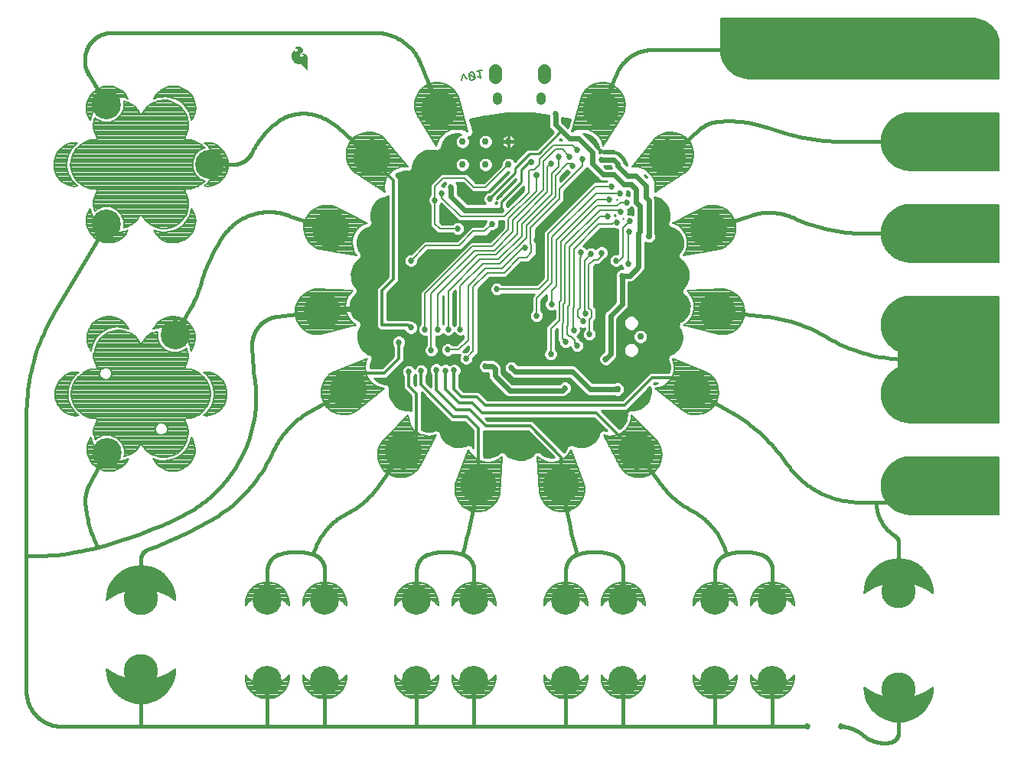
<source format=gbl>
G75*
%MOIN*%
%OFA0B0*%
%FSLAX25Y25*%
%IPPOS*%
%LPD*%
%AMOC8*
5,1,8,0,0,1.08239X$1,22.5*
%
%ADD10C,0.00600*%
%ADD11C,0.16000*%
%ADD12C,0.00800*%
%ADD13C,0.03937*%
%ADD14C,0.05512*%
%ADD15C,0.03000*%
%ADD16C,0.12661*%
%ADD17C,0.15000*%
%ADD18C,0.00500*%
%ADD19C,0.20000*%
%ADD20C,0.00300*%
%ADD21C,0.02700*%
%ADD22C,0.02400*%
%ADD23C,0.01000*%
%ADD24C,0.01600*%
%ADD25C,0.02900*%
%ADD26C,0.01200*%
D10*
X0237127Y0568268D02*
X0237748Y0570727D01*
X0239343Y0568755D01*
X0240846Y0568505D02*
X0240359Y0570721D01*
X0243062Y0568992D01*
X0242575Y0571208D01*
X0241899Y0571640D01*
X0240791Y0571397D01*
X0240359Y0570721D01*
X0240846Y0568505D02*
X0241522Y0568073D01*
X0242630Y0568317D01*
X0243062Y0568992D01*
X0244322Y0569850D02*
X0245673Y0568986D01*
X0244942Y0572309D01*
X0243835Y0572066D02*
X0246050Y0572553D01*
D11*
X0227413Y0555422D03*
X0198313Y0534281D03*
X0180337Y0503134D03*
X0176573Y0467362D03*
X0187687Y0433149D03*
X0211755Y0406426D03*
X0244610Y0391796D03*
X0280581Y0391796D03*
X0313436Y0406426D03*
X0337503Y0433149D03*
X0348618Y0467362D03*
X0344853Y0503134D03*
X0326877Y0534281D03*
X0297777Y0555422D03*
D12*
X0289273Y0560244D02*
X0307918Y0560244D01*
X0307809Y0560642D02*
X0308227Y0559123D01*
X0308402Y0557557D01*
X0308329Y0555983D01*
X0308012Y0554440D01*
X0307457Y0552965D01*
X0298894Y0539540D01*
X0298503Y0540946D01*
X0297892Y0542272D01*
X0297078Y0543484D01*
X0296082Y0544550D01*
X0294928Y0545444D01*
X0293646Y0546143D01*
X0292269Y0546628D01*
X0290832Y0546888D01*
X0289373Y0546915D01*
X0287928Y0546709D01*
X0286534Y0546275D01*
X0285227Y0545625D01*
X0289474Y0560972D01*
X0290199Y0562371D01*
X0291133Y0563640D01*
X0292255Y0564746D01*
X0293535Y0565664D01*
X0294944Y0566370D01*
X0296446Y0566847D01*
X0298004Y0567084D01*
X0299579Y0567073D01*
X0301134Y0566817D01*
X0302629Y0566320D01*
X0303999Y0565541D01*
X0305230Y0564557D01*
X0306292Y0563393D01*
X0307158Y0562078D01*
X0307809Y0560642D01*
X0307628Y0561042D02*
X0289510Y0561042D01*
X0289924Y0561841D02*
X0307266Y0561841D01*
X0306788Y0562639D02*
X0290396Y0562639D01*
X0290984Y0563438D02*
X0306251Y0563438D01*
X0305523Y0564236D02*
X0291738Y0564236D01*
X0292657Y0565035D02*
X0304632Y0565035D01*
X0303485Y0565833D02*
X0293873Y0565833D01*
X0295767Y0566632D02*
X0301690Y0566632D01*
X0308138Y0559445D02*
X0289052Y0559445D01*
X0288831Y0558647D02*
X0308280Y0558647D01*
X0308369Y0557848D02*
X0288610Y0557848D01*
X0288389Y0557050D02*
X0308378Y0557050D01*
X0308342Y0556251D02*
X0288168Y0556251D01*
X0287947Y0555453D02*
X0308220Y0555453D01*
X0308056Y0554654D02*
X0287726Y0554654D01*
X0287505Y0553856D02*
X0307792Y0553856D01*
X0307492Y0553057D02*
X0287284Y0553057D01*
X0287063Y0552259D02*
X0307006Y0552259D01*
X0306497Y0551460D02*
X0286842Y0551460D01*
X0286621Y0550662D02*
X0305988Y0550662D01*
X0305479Y0549863D02*
X0286400Y0549863D01*
X0286179Y0549065D02*
X0304969Y0549065D01*
X0304460Y0548266D02*
X0285958Y0548266D01*
X0285737Y0547468D02*
X0303951Y0547468D01*
X0303441Y0546669D02*
X0292042Y0546669D01*
X0294145Y0545870D02*
X0302932Y0545870D01*
X0302423Y0545072D02*
X0295408Y0545072D01*
X0296340Y0544273D02*
X0301913Y0544273D01*
X0301404Y0543475D02*
X0297084Y0543475D01*
X0297621Y0542676D02*
X0300895Y0542676D01*
X0300385Y0541878D02*
X0298074Y0541878D01*
X0298441Y0541079D02*
X0299876Y0541079D01*
X0299367Y0540281D02*
X0298688Y0540281D01*
X0289845Y0533650D02*
X0289845Y0530838D01*
X0279783Y0520775D01*
X0279783Y0516400D01*
X0267283Y0503900D01*
X0267283Y0496869D01*
X0267595Y0496556D01*
X0267595Y0492962D01*
X0265408Y0490775D01*
X0262283Y0490775D01*
X0255720Y0484212D01*
X0248533Y0484212D01*
X0242283Y0477962D01*
X0242283Y0449994D01*
X0239158Y0446869D01*
X0235876Y0450619D02*
X0231189Y0450619D01*
X0235876Y0450619D02*
X0240095Y0454837D01*
X0240095Y0478587D01*
X0247595Y0486087D01*
X0254783Y0486087D01*
X0263814Y0495119D01*
X0264908Y0495119D01*
X0265408Y0499525D02*
X0253845Y0487962D01*
X0246345Y0487962D01*
X0236658Y0478275D01*
X0236658Y0459525D01*
X0231345Y0459525D02*
X0231345Y0476150D01*
X0245158Y0489962D01*
X0253158Y0489962D01*
X0263408Y0500212D01*
X0263408Y0505525D01*
X0276345Y0518462D01*
X0276345Y0527338D01*
X0279470Y0530463D01*
X0279470Y0534838D01*
X0278220Y0537963D02*
X0272908Y0532650D01*
X0272908Y0520462D01*
X0259470Y0507025D01*
X0259470Y0502025D01*
X0251345Y0493900D01*
X0242908Y0493900D01*
X0224001Y0474994D01*
X0224001Y0450462D01*
X0221189Y0459525D02*
X0221189Y0474994D01*
X0241970Y0495775D01*
X0250408Y0495775D01*
X0257595Y0502962D01*
X0257595Y0507650D01*
X0269783Y0519837D01*
X0269783Y0526713D01*
X0268845Y0529213D02*
X0267283Y0529213D01*
X0266345Y0528275D01*
X0266345Y0519150D01*
X0255939Y0508744D01*
X0236751Y0508744D01*
X0228595Y0516900D01*
X0228595Y0518900D01*
X0225595Y0515900D02*
X0225595Y0505587D01*
X0227720Y0503462D01*
X0235595Y0503462D01*
X0242283Y0502337D02*
X0236033Y0496087D01*
X0221658Y0496087D01*
X0215095Y0489525D01*
X0226970Y0474775D02*
X0226970Y0459525D01*
X0226970Y0474775D02*
X0244158Y0491962D01*
X0252158Y0491962D01*
X0261408Y0501212D01*
X0261408Y0506212D01*
X0274626Y0519431D01*
X0274626Y0530306D01*
X0276033Y0531713D01*
X0271095Y0531463D02*
X0268845Y0529213D01*
X0271095Y0531463D02*
X0271095Y0533650D01*
X0277283Y0539838D01*
X0285408Y0539838D01*
X0287595Y0537650D01*
X0284158Y0534838D02*
X0281033Y0537963D01*
X0278220Y0537963D01*
X0283220Y0531713D02*
X0284470Y0531713D01*
X0285408Y0530775D01*
X0283220Y0531713D02*
X0278064Y0526556D01*
X0278064Y0517494D01*
X0265408Y0504837D01*
X0265408Y0499525D01*
X0274783Y0501087D02*
X0295595Y0521900D01*
X0302595Y0521900D01*
X0306095Y0518900D02*
X0295720Y0518900D01*
X0276658Y0499837D01*
X0276658Y0479837D01*
X0269783Y0472962D01*
X0269783Y0465462D01*
X0276345Y0470462D02*
X0276345Y0476400D01*
X0278533Y0478587D01*
X0278533Y0498587D01*
X0296033Y0516087D01*
X0301658Y0516087D01*
X0304939Y0513431D02*
X0296189Y0513431D01*
X0280408Y0497650D01*
X0280408Y0472025D01*
X0279783Y0471400D01*
X0279783Y0463587D01*
X0276033Y0459837D01*
X0276033Y0448744D01*
X0282439Y0454056D02*
X0281033Y0455462D01*
X0281033Y0461712D01*
X0281658Y0462337D01*
X0281658Y0470462D01*
X0282283Y0471087D01*
X0282283Y0496400D01*
X0297439Y0511556D01*
X0305876Y0511556D01*
X0306658Y0510775D01*
X0304939Y0513431D02*
X0306408Y0514900D01*
X0309095Y0514900D01*
X0310408Y0506837D02*
X0307439Y0503869D01*
X0307439Y0491244D01*
X0305720Y0489525D01*
X0304470Y0489525D01*
X0309783Y0487962D02*
X0309783Y0501900D01*
X0310095Y0502212D01*
X0304845Y0506212D02*
X0303658Y0506212D01*
X0302908Y0505462D01*
X0296970Y0505462D01*
X0286033Y0494525D01*
X0286033Y0469212D01*
X0285720Y0468900D01*
X0285720Y0459525D01*
X0286033Y0459212D01*
X0284783Y0456400D02*
X0286345Y0454837D01*
X0286345Y0453587D01*
X0287595Y0452337D01*
X0284783Y0456400D02*
X0284158Y0456400D01*
X0283220Y0457337D01*
X0283220Y0460775D01*
X0283533Y0461087D01*
X0283533Y0469525D01*
X0284158Y0470150D01*
X0284158Y0495462D01*
X0297470Y0508775D01*
X0300783Y0508775D01*
X0298095Y0492900D02*
X0298095Y0491587D01*
X0296345Y0489837D01*
X0294783Y0489837D01*
X0292595Y0487650D01*
X0292595Y0468900D01*
X0293845Y0467650D01*
X0293845Y0464837D01*
X0292908Y0463900D01*
X0292908Y0457337D01*
X0290095Y0462962D02*
X0287908Y0465150D01*
X0287908Y0467962D01*
X0288845Y0468900D01*
X0288845Y0490775D01*
X0289158Y0491087D01*
X0289158Y0492837D01*
X0289283Y0492962D01*
X0290720Y0489525D02*
X0293595Y0492400D01*
X0290720Y0489525D02*
X0290720Y0466712D01*
X0291033Y0466400D01*
X0274783Y0481087D02*
X0270720Y0477025D01*
X0252595Y0477025D01*
X0274783Y0481087D02*
X0274783Y0501087D01*
X0250533Y0505525D02*
X0250345Y0505525D01*
X0247158Y0502337D01*
X0242283Y0502337D01*
X0242595Y0521400D02*
X0238595Y0525400D01*
X0229095Y0525400D01*
X0225595Y0521900D01*
X0225595Y0515900D01*
X0213763Y0530435D02*
X0212305Y0530498D01*
X0210855Y0530327D01*
X0209451Y0529927D01*
X0208129Y0529309D01*
X0206922Y0528488D01*
X0205861Y0527484D01*
X0204974Y0526325D01*
X0204284Y0525039D01*
X0203807Y0523659D01*
X0203556Y0522221D01*
X0203538Y0520761D01*
X0203753Y0519317D01*
X0190469Y0528099D01*
X0189362Y0529221D01*
X0188444Y0530502D01*
X0187738Y0531910D01*
X0187261Y0533412D01*
X0187025Y0534970D01*
X0187035Y0536545D01*
X0187292Y0538100D01*
X0187789Y0539595D01*
X0188513Y0540994D01*
X0189448Y0542263D01*
X0190612Y0543325D01*
X0191928Y0544192D01*
X0193363Y0544842D01*
X0194882Y0545260D01*
X0196448Y0545435D01*
X0198022Y0545363D01*
X0199565Y0545045D01*
X0201040Y0544490D01*
X0202410Y0543712D01*
X0203641Y0542728D01*
X0213763Y0530435D01*
X0213546Y0530699D02*
X0188346Y0530699D01*
X0187945Y0531497D02*
X0212889Y0531497D01*
X0212231Y0532296D02*
X0187616Y0532296D01*
X0187362Y0533094D02*
X0211574Y0533094D01*
X0210916Y0533893D02*
X0187188Y0533893D01*
X0187067Y0534691D02*
X0210259Y0534691D01*
X0209601Y0535490D02*
X0187029Y0535490D01*
X0187034Y0536288D02*
X0208944Y0536288D01*
X0208286Y0537087D02*
X0187125Y0537087D01*
X0187257Y0537885D02*
X0207628Y0537885D01*
X0206971Y0538684D02*
X0187486Y0538684D01*
X0187751Y0539482D02*
X0206313Y0539482D01*
X0205656Y0540281D02*
X0188144Y0540281D01*
X0188576Y0541079D02*
X0204998Y0541079D01*
X0204341Y0541878D02*
X0189164Y0541878D01*
X0189901Y0542676D02*
X0203683Y0542676D01*
X0202706Y0543475D02*
X0190839Y0543475D01*
X0192108Y0544273D02*
X0201421Y0544273D01*
X0199435Y0545072D02*
X0194199Y0545072D01*
X0188875Y0529900D02*
X0209393Y0529900D01*
X0207824Y0529102D02*
X0189480Y0529102D01*
X0190268Y0528303D02*
X0206727Y0528303D01*
X0205883Y0527505D02*
X0191368Y0527505D01*
X0192576Y0526706D02*
X0205266Y0526706D01*
X0204750Y0525908D02*
X0193784Y0525908D01*
X0194992Y0525109D02*
X0204322Y0525109D01*
X0204032Y0524311D02*
X0196200Y0524311D01*
X0197407Y0523512D02*
X0203781Y0523512D01*
X0203642Y0522714D02*
X0198615Y0522714D01*
X0199823Y0521915D02*
X0203552Y0521915D01*
X0203542Y0521117D02*
X0201031Y0521117D01*
X0202239Y0520318D02*
X0203604Y0520318D01*
X0203723Y0519520D02*
X0203447Y0519520D01*
X0196016Y0505904D02*
X0181769Y0513017D01*
X0180244Y0513415D01*
X0178676Y0513569D01*
X0177103Y0513477D01*
X0175564Y0513139D01*
X0174097Y0512564D01*
X0172738Y0511768D01*
X0171520Y0510768D01*
X0170473Y0509590D01*
X0169624Y0508263D01*
X0168992Y0506820D01*
X0168655Y0505281D01*
X0168562Y0503708D01*
X0168716Y0502140D01*
X0169114Y0500615D01*
X0169745Y0499172D01*
X0170595Y0497845D01*
X0171641Y0496667D01*
X0172859Y0495667D01*
X0174219Y0494870D01*
X0175686Y0494296D01*
X0191393Y0491676D01*
X0190610Y0492908D01*
X0190033Y0494249D01*
X0189677Y0495664D01*
X0189551Y0497119D01*
X0189659Y0498575D01*
X0189998Y0499995D01*
X0190558Y0501343D01*
X0191327Y0502584D01*
X0192283Y0503687D01*
X0193403Y0504623D01*
X0194658Y0505368D01*
X0196016Y0505904D01*
X0195935Y0505945D02*
X0168800Y0505945D01*
X0168647Y0505146D02*
X0194285Y0505146D01*
X0193075Y0504348D02*
X0168599Y0504348D01*
X0168577Y0503549D02*
X0192164Y0503549D01*
X0191472Y0502751D02*
X0168656Y0502751D01*
X0168765Y0501952D02*
X0190936Y0501952D01*
X0190480Y0501154D02*
X0168973Y0501154D01*
X0169228Y0500355D02*
X0190148Y0500355D01*
X0189893Y0499557D02*
X0169577Y0499557D01*
X0170010Y0498758D02*
X0189703Y0498758D01*
X0189614Y0497960D02*
X0170521Y0497960D01*
X0171202Y0497161D02*
X0189554Y0497161D01*
X0189616Y0496363D02*
X0172012Y0496363D01*
X0173035Y0495564D02*
X0189702Y0495564D01*
X0189903Y0494766D02*
X0174486Y0494766D01*
X0177656Y0493967D02*
X0190154Y0493967D01*
X0190497Y0493169D02*
X0182444Y0493169D01*
X0187231Y0492370D02*
X0190952Y0492370D01*
X0194336Y0506743D02*
X0168975Y0506743D01*
X0169308Y0507542D02*
X0192736Y0507542D01*
X0191137Y0508340D02*
X0169673Y0508340D01*
X0170184Y0509139D02*
X0189537Y0509139D01*
X0187938Y0509937D02*
X0170782Y0509937D01*
X0171491Y0510736D02*
X0186339Y0510736D01*
X0184739Y0511534D02*
X0172454Y0511534D01*
X0173702Y0512333D02*
X0183140Y0512333D01*
X0181332Y0513132D02*
X0175546Y0513132D01*
X0173860Y0476974D02*
X0189769Y0476271D01*
X0188746Y0475229D01*
X0187903Y0474037D01*
X0187261Y0472726D01*
X0186836Y0471330D01*
X0186638Y0469883D01*
X0186674Y0468424D01*
X0186943Y0466989D01*
X0187436Y0465615D01*
X0188142Y0464338D01*
X0189043Y0463189D01*
X0190116Y0462199D01*
X0191333Y0461392D01*
X0175918Y0457397D01*
X0174344Y0457325D01*
X0172778Y0457500D01*
X0171259Y0457918D01*
X0169823Y0458568D01*
X0168508Y0459435D01*
X0167344Y0460497D01*
X0166360Y0461728D01*
X0165581Y0463097D01*
X0165026Y0464572D01*
X0164709Y0466115D01*
X0164699Y0467691D01*
X0164935Y0469249D01*
X0165412Y0470750D01*
X0166118Y0472159D01*
X0167036Y0473440D01*
X0168143Y0474561D01*
X0169411Y0475496D01*
X0170810Y0476220D01*
X0172306Y0476717D01*
X0173860Y0476974D01*
X0171351Y0476400D02*
X0186847Y0476400D01*
X0188445Y0474803D02*
X0168471Y0474803D01*
X0167593Y0474004D02*
X0187887Y0474004D01*
X0187496Y0473206D02*
X0166868Y0473206D01*
X0166296Y0472407D02*
X0187164Y0472407D01*
X0186920Y0471609D02*
X0165842Y0471609D01*
X0165442Y0470810D02*
X0186765Y0470810D01*
X0186656Y0470012D02*
X0165177Y0470012D01*
X0164930Y0469213D02*
X0186655Y0469213D01*
X0186676Y0468415D02*
X0164808Y0468415D01*
X0164699Y0467616D02*
X0186825Y0467616D01*
X0187004Y0466818D02*
X0164704Y0466818D01*
X0164729Y0466019D02*
X0187291Y0466019D01*
X0187654Y0465221D02*
X0164893Y0465221D01*
X0165083Y0464422D02*
X0188096Y0464422D01*
X0188702Y0463624D02*
X0165383Y0463624D01*
X0165736Y0462825D02*
X0189437Y0462825D01*
X0190375Y0462027D02*
X0166190Y0462027D01*
X0166759Y0461228D02*
X0190700Y0461228D01*
X0187620Y0460430D02*
X0167417Y0460430D01*
X0168292Y0459631D02*
X0184539Y0459631D01*
X0181458Y0458833D02*
X0169422Y0458833D01*
X0171001Y0458034D02*
X0178377Y0458034D01*
X0184447Y0442064D02*
X0195311Y0442064D01*
X0195270Y0442397D02*
X0195449Y0440948D01*
X0195858Y0439546D01*
X0196484Y0438228D01*
X0197313Y0437026D01*
X0198322Y0435972D01*
X0199487Y0435092D01*
X0200777Y0434409D01*
X0202160Y0433940D01*
X0203600Y0433698D01*
X0191143Y0423779D01*
X0189734Y0423073D01*
X0188232Y0422596D01*
X0186674Y0422359D01*
X0185099Y0422370D01*
X0183544Y0422627D01*
X0182049Y0423123D01*
X0180650Y0423848D01*
X0179381Y0424782D01*
X0178274Y0425904D01*
X0177356Y0427184D01*
X0176706Y0428620D01*
X0176289Y0430139D01*
X0176114Y0431705D01*
X0176186Y0433279D01*
X0176503Y0434822D01*
X0177058Y0436297D01*
X0177837Y0437666D01*
X0178820Y0438898D01*
X0179984Y0439960D01*
X0181300Y0440826D01*
X0196119Y0446655D01*
X0195609Y0445287D01*
X0195323Y0443855D01*
X0195270Y0442397D01*
X0195287Y0442863D02*
X0186477Y0442863D01*
X0188507Y0443661D02*
X0195316Y0443661D01*
X0195444Y0444460D02*
X0190538Y0444460D01*
X0192568Y0445258D02*
X0195603Y0445258D01*
X0195896Y0446057D02*
X0194598Y0446057D01*
X0195410Y0441266D02*
X0182416Y0441266D01*
X0180754Y0440467D02*
X0195589Y0440467D01*
X0195822Y0439668D02*
X0179665Y0439668D01*
X0178798Y0438870D02*
X0196179Y0438870D01*
X0196592Y0438071D02*
X0178161Y0438071D01*
X0177613Y0437273D02*
X0197142Y0437273D01*
X0197841Y0436474D02*
X0177159Y0436474D01*
X0176825Y0435676D02*
X0198714Y0435676D01*
X0199892Y0434877D02*
X0176524Y0434877D01*
X0176350Y0434079D02*
X0201751Y0434079D01*
X0203075Y0433280D02*
X0176186Y0433280D01*
X0176149Y0432482D02*
X0202072Y0432482D01*
X0201069Y0431683D02*
X0176116Y0431683D01*
X0176205Y0430885D02*
X0200066Y0430885D01*
X0199064Y0430086D02*
X0176303Y0430086D01*
X0176523Y0429288D02*
X0198061Y0429288D01*
X0197058Y0428489D02*
X0176765Y0428489D01*
X0177127Y0427691D02*
X0196055Y0427691D01*
X0195053Y0426892D02*
X0177566Y0426892D01*
X0178138Y0426094D02*
X0194050Y0426094D01*
X0193047Y0425295D02*
X0178875Y0425295D01*
X0179769Y0424497D02*
X0192044Y0424497D01*
X0190982Y0423698D02*
X0180939Y0423698D01*
X0182722Y0422900D02*
X0189190Y0422900D01*
X0202797Y0410841D02*
X0213964Y0422193D01*
X0214054Y0420736D01*
X0214376Y0419312D01*
X0214920Y0417958D01*
X0215673Y0416707D01*
X0216616Y0415593D01*
X0217725Y0414643D01*
X0218971Y0413882D01*
X0220322Y0413330D01*
X0221744Y0413000D01*
X0223200Y0412901D01*
X0224654Y0413035D01*
X0226068Y0413400D01*
X0218722Y0399271D01*
X0217723Y0398053D01*
X0216545Y0397006D01*
X0215218Y0396157D01*
X0213774Y0395525D01*
X0212249Y0395128D01*
X0210681Y0394973D01*
X0209108Y0395066D01*
X0207569Y0395404D01*
X0206102Y0395978D01*
X0204743Y0396775D01*
X0203565Y0397821D01*
X0202565Y0399039D01*
X0201769Y0400399D01*
X0201195Y0401866D01*
X0200857Y0403405D01*
X0200764Y0404978D01*
X0200918Y0406546D01*
X0201316Y0408070D01*
X0201947Y0409514D01*
X0202797Y0410841D01*
X0202876Y0410922D02*
X0224780Y0410922D01*
X0225195Y0411721D02*
X0203662Y0411721D01*
X0204447Y0412519D02*
X0225610Y0412519D01*
X0225750Y0413318D02*
X0226025Y0413318D01*
X0224365Y0410124D02*
X0202337Y0410124D01*
X0201865Y0409325D02*
X0223949Y0409325D01*
X0223534Y0408527D02*
X0201515Y0408527D01*
X0201227Y0407728D02*
X0223119Y0407728D01*
X0222704Y0406930D02*
X0201018Y0406930D01*
X0200877Y0406131D02*
X0222289Y0406131D01*
X0221874Y0405332D02*
X0200799Y0405332D01*
X0200790Y0404534D02*
X0221459Y0404534D01*
X0221043Y0403735D02*
X0200837Y0403735D01*
X0200959Y0402937D02*
X0220628Y0402937D01*
X0220213Y0402138D02*
X0201135Y0402138D01*
X0201400Y0401340D02*
X0219798Y0401340D01*
X0219383Y0400541D02*
X0201713Y0400541D01*
X0202153Y0399743D02*
X0218968Y0399743D01*
X0218454Y0398944D02*
X0202643Y0398944D01*
X0203299Y0398146D02*
X0217799Y0398146D01*
X0216929Y0397347D02*
X0204098Y0397347D01*
X0205128Y0396549D02*
X0215830Y0396549D01*
X0214288Y0395750D02*
X0206684Y0395750D01*
X0205233Y0413318D02*
X0220374Y0413318D01*
X0218588Y0414116D02*
X0206018Y0414116D01*
X0206804Y0414915D02*
X0217408Y0414915D01*
X0216515Y0415713D02*
X0207589Y0415713D01*
X0208375Y0416512D02*
X0215839Y0416512D01*
X0215310Y0417310D02*
X0209161Y0417310D01*
X0209946Y0418109D02*
X0214859Y0418109D01*
X0214539Y0418907D02*
X0210732Y0418907D01*
X0211517Y0419706D02*
X0214287Y0419706D01*
X0214107Y0420504D02*
X0212303Y0420504D01*
X0213088Y0421303D02*
X0214019Y0421303D01*
X0213970Y0422101D02*
X0213874Y0422101D01*
X0236862Y0398146D02*
X0254495Y0398146D01*
X0254543Y0398944D02*
X0237161Y0398944D01*
X0237460Y0399743D02*
X0254591Y0399743D01*
X0254640Y0400541D02*
X0237759Y0400541D01*
X0238058Y0401340D02*
X0254688Y0401340D01*
X0254737Y0402138D02*
X0251810Y0402138D01*
X0252432Y0402366D02*
X0253706Y0403080D01*
X0254849Y0403988D01*
X0253885Y0388093D01*
X0253467Y0386574D01*
X0252817Y0385139D01*
X0251950Y0383823D01*
X0250888Y0382659D01*
X0249657Y0381676D01*
X0248287Y0380897D01*
X0246813Y0380342D01*
X0245269Y0380024D01*
X0243695Y0379952D01*
X0242129Y0380127D01*
X0240628Y0380604D01*
X0239219Y0381310D01*
X0237939Y0382228D01*
X0236817Y0383335D01*
X0235883Y0384604D01*
X0235158Y0386003D01*
X0234661Y0387498D01*
X0234405Y0389053D01*
X0234394Y0390628D01*
X0234630Y0392186D01*
X0240215Y0407099D01*
X0240890Y0405804D01*
X0241763Y0404634D01*
X0242811Y0403618D01*
X0244008Y0402782D01*
X0245322Y0402148D01*
X0246722Y0401731D01*
X0248169Y0401543D01*
X0249628Y0401587D01*
X0251062Y0401864D01*
X0252432Y0402366D01*
X0253450Y0402937D02*
X0254785Y0402937D01*
X0254833Y0403735D02*
X0254530Y0403735D01*
X0254446Y0397347D02*
X0236563Y0397347D01*
X0236264Y0396549D02*
X0254398Y0396549D01*
X0254349Y0395750D02*
X0235965Y0395750D01*
X0235666Y0394952D02*
X0254301Y0394952D01*
X0254253Y0394153D02*
X0235367Y0394153D01*
X0235068Y0393355D02*
X0254204Y0393355D01*
X0254156Y0392556D02*
X0234769Y0392556D01*
X0234565Y0391758D02*
X0254107Y0391758D01*
X0254059Y0390959D02*
X0234444Y0390959D01*
X0234397Y0390161D02*
X0254010Y0390161D01*
X0253962Y0389362D02*
X0234403Y0389362D01*
X0234485Y0388564D02*
X0253914Y0388564D01*
X0253795Y0387765D02*
X0234617Y0387765D01*
X0234838Y0386967D02*
X0253575Y0386967D01*
X0253283Y0386168D02*
X0235103Y0386168D01*
X0235486Y0385370D02*
X0252922Y0385370D01*
X0252443Y0384571D02*
X0235907Y0384571D01*
X0236495Y0383773D02*
X0251904Y0383773D01*
X0251176Y0382974D02*
X0237183Y0382974D01*
X0238012Y0382176D02*
X0250283Y0382176D01*
X0249132Y0381377D02*
X0239126Y0381377D01*
X0240708Y0380579D02*
X0247442Y0380579D01*
X0245354Y0402138D02*
X0238357Y0402138D01*
X0238656Y0402937D02*
X0243786Y0402937D01*
X0242690Y0403735D02*
X0238956Y0403735D01*
X0239255Y0404534D02*
X0241866Y0404534D01*
X0241242Y0405332D02*
X0239554Y0405332D01*
X0239853Y0406131D02*
X0240720Y0406131D01*
X0240303Y0406930D02*
X0240152Y0406930D01*
X0270341Y0403988D02*
X0271305Y0388093D01*
X0271723Y0386574D01*
X0272373Y0385139D01*
X0273240Y0383823D01*
X0274302Y0382659D01*
X0275533Y0381676D01*
X0276903Y0380897D01*
X0278378Y0380342D01*
X0279921Y0380024D01*
X0281495Y0379952D01*
X0283061Y0380127D01*
X0284562Y0380604D01*
X0285971Y0381310D01*
X0287252Y0382228D01*
X0288373Y0383335D01*
X0289308Y0384603D01*
X0290032Y0386003D01*
X0290529Y0387498D01*
X0290786Y0389053D01*
X0290796Y0390628D01*
X0290560Y0392186D01*
X0284975Y0407099D01*
X0284300Y0405804D01*
X0283427Y0404634D01*
X0282379Y0403618D01*
X0281183Y0402782D01*
X0279868Y0402148D01*
X0278469Y0401731D01*
X0277021Y0401543D01*
X0275562Y0401587D01*
X0274129Y0401864D01*
X0272758Y0402366D01*
X0271485Y0403080D01*
X0270341Y0403988D01*
X0270357Y0403735D02*
X0270660Y0403735D01*
X0270405Y0402937D02*
X0271740Y0402937D01*
X0270454Y0402138D02*
X0273380Y0402138D01*
X0270502Y0401340D02*
X0287132Y0401340D01*
X0286833Y0402138D02*
X0279837Y0402138D01*
X0281404Y0402937D02*
X0286534Y0402937D01*
X0286235Y0403735D02*
X0282500Y0403735D01*
X0283324Y0404534D02*
X0285936Y0404534D01*
X0285637Y0405332D02*
X0283948Y0405332D01*
X0284471Y0406131D02*
X0285338Y0406131D01*
X0285039Y0406930D02*
X0284887Y0406930D01*
X0287431Y0400541D02*
X0270550Y0400541D01*
X0270599Y0399743D02*
X0287730Y0399743D01*
X0288029Y0398944D02*
X0270647Y0398944D01*
X0270696Y0398146D02*
X0288328Y0398146D01*
X0288627Y0397347D02*
X0270744Y0397347D01*
X0270793Y0396549D02*
X0288926Y0396549D01*
X0289225Y0395750D02*
X0270841Y0395750D01*
X0270889Y0394952D02*
X0289524Y0394952D01*
X0289823Y0394153D02*
X0270938Y0394153D01*
X0270986Y0393355D02*
X0290122Y0393355D01*
X0290421Y0392556D02*
X0271035Y0392556D01*
X0271083Y0391758D02*
X0290625Y0391758D01*
X0290746Y0390959D02*
X0271131Y0390959D01*
X0271180Y0390161D02*
X0290793Y0390161D01*
X0290788Y0389362D02*
X0271228Y0389362D01*
X0271277Y0388564D02*
X0290705Y0388564D01*
X0290573Y0387765D02*
X0271395Y0387765D01*
X0271615Y0386967D02*
X0290353Y0386967D01*
X0290087Y0386168D02*
X0271907Y0386168D01*
X0272269Y0385370D02*
X0289705Y0385370D01*
X0289284Y0384571D02*
X0272747Y0384571D01*
X0273286Y0383773D02*
X0288696Y0383773D01*
X0288008Y0382974D02*
X0274015Y0382974D01*
X0274908Y0382176D02*
X0287179Y0382176D01*
X0286064Y0381377D02*
X0276058Y0381377D01*
X0277749Y0380579D02*
X0284482Y0380579D01*
X0306736Y0398944D02*
X0322547Y0398944D01*
X0322625Y0399039D02*
X0321625Y0397821D01*
X0320447Y0396775D01*
X0319088Y0395978D01*
X0317621Y0395404D01*
X0316082Y0395066D01*
X0314509Y0394973D01*
X0312941Y0395128D01*
X0311416Y0395526D01*
X0309973Y0396157D01*
X0308646Y0397006D01*
X0307468Y0398053D01*
X0306468Y0399271D01*
X0299123Y0413400D01*
X0300536Y0413035D01*
X0301990Y0412901D01*
X0303446Y0413000D01*
X0304868Y0413330D01*
X0306219Y0413882D01*
X0307465Y0414643D01*
X0308574Y0415593D01*
X0309517Y0416707D01*
X0310270Y0417958D01*
X0310814Y0419312D01*
X0311136Y0420736D01*
X0311226Y0422193D01*
X0322394Y0410841D01*
X0323243Y0409514D01*
X0323874Y0408071D01*
X0324272Y0406546D01*
X0324426Y0404978D01*
X0324334Y0403405D01*
X0323996Y0401866D01*
X0323422Y0400399D01*
X0322625Y0399039D01*
X0323037Y0399743D02*
X0306223Y0399743D01*
X0305807Y0400541D02*
X0323478Y0400541D01*
X0323790Y0401340D02*
X0305392Y0401340D01*
X0304977Y0402138D02*
X0324056Y0402138D01*
X0324231Y0402937D02*
X0304562Y0402937D01*
X0304147Y0403735D02*
X0324353Y0403735D01*
X0324400Y0404534D02*
X0303732Y0404534D01*
X0303317Y0405332D02*
X0324392Y0405332D01*
X0324313Y0406131D02*
X0302901Y0406131D01*
X0302486Y0406930D02*
X0324172Y0406930D01*
X0323964Y0407728D02*
X0302071Y0407728D01*
X0301656Y0408527D02*
X0323675Y0408527D01*
X0323326Y0409325D02*
X0301241Y0409325D01*
X0300826Y0410124D02*
X0322853Y0410124D01*
X0322314Y0410922D02*
X0300411Y0410922D01*
X0299995Y0411721D02*
X0321528Y0411721D01*
X0320743Y0412519D02*
X0299580Y0412519D01*
X0299440Y0413318D02*
X0299165Y0413318D01*
X0304816Y0413318D02*
X0319957Y0413318D01*
X0319172Y0414116D02*
X0306602Y0414116D01*
X0307782Y0414915D02*
X0318386Y0414915D01*
X0317601Y0415713D02*
X0308676Y0415713D01*
X0309351Y0416512D02*
X0316815Y0416512D01*
X0316030Y0417310D02*
X0309880Y0417310D01*
X0310331Y0418109D02*
X0315244Y0418109D01*
X0314459Y0418907D02*
X0310652Y0418907D01*
X0310903Y0419706D02*
X0313673Y0419706D01*
X0312888Y0420504D02*
X0311083Y0420504D01*
X0311171Y0421303D02*
X0312102Y0421303D01*
X0311316Y0422101D02*
X0311220Y0422101D01*
X0321591Y0433698D02*
X0334048Y0423779D01*
X0335456Y0423073D01*
X0336958Y0422596D01*
X0338516Y0422360D01*
X0340091Y0422370D01*
X0341646Y0422627D01*
X0343141Y0423123D01*
X0344540Y0423848D01*
X0345809Y0424782D01*
X0346916Y0425904D01*
X0347834Y0427184D01*
X0348484Y0428620D01*
X0348902Y0430139D01*
X0349077Y0431705D01*
X0349005Y0433279D01*
X0348687Y0434822D01*
X0348132Y0436297D01*
X0347353Y0437667D01*
X0346370Y0438898D01*
X0345206Y0439960D01*
X0343890Y0440826D01*
X0329071Y0446655D01*
X0329581Y0445287D01*
X0329867Y0443855D01*
X0329920Y0442397D01*
X0329741Y0440948D01*
X0329333Y0439546D01*
X0328706Y0438228D01*
X0327878Y0437026D01*
X0326868Y0435972D01*
X0325703Y0435092D01*
X0324413Y0434409D01*
X0323030Y0433940D01*
X0321591Y0433698D01*
X0322116Y0433280D02*
X0349004Y0433280D01*
X0349041Y0432482D02*
X0323118Y0432482D01*
X0324121Y0431683D02*
X0349074Y0431683D01*
X0348985Y0430885D02*
X0325124Y0430885D01*
X0326127Y0430086D02*
X0348887Y0430086D01*
X0348668Y0429288D02*
X0327129Y0429288D01*
X0328132Y0428489D02*
X0348425Y0428489D01*
X0348063Y0427691D02*
X0329135Y0427691D01*
X0330138Y0426892D02*
X0347624Y0426892D01*
X0347052Y0426094D02*
X0331140Y0426094D01*
X0332143Y0425295D02*
X0346315Y0425295D01*
X0345421Y0424497D02*
X0333146Y0424497D01*
X0334208Y0423698D02*
X0344251Y0423698D01*
X0342468Y0422900D02*
X0336001Y0422900D01*
X0326476Y0435676D02*
X0348366Y0435676D01*
X0348666Y0434877D02*
X0325298Y0434877D01*
X0323439Y0434079D02*
X0348840Y0434079D01*
X0348031Y0436474D02*
X0327349Y0436474D01*
X0328048Y0437273D02*
X0347577Y0437273D01*
X0347030Y0438071D02*
X0328598Y0438071D01*
X0329011Y0438870D02*
X0346392Y0438870D01*
X0345525Y0439668D02*
X0329368Y0439668D01*
X0329601Y0440467D02*
X0344436Y0440467D01*
X0342774Y0441266D02*
X0329780Y0441266D01*
X0329879Y0442064D02*
X0340744Y0442064D01*
X0338713Y0442863D02*
X0329903Y0442863D01*
X0329874Y0443661D02*
X0336683Y0443661D01*
X0334653Y0444460D02*
X0329746Y0444460D01*
X0329587Y0445258D02*
X0332622Y0445258D01*
X0330592Y0446057D02*
X0329294Y0446057D01*
X0340651Y0459631D02*
X0356898Y0459631D01*
X0356682Y0459435D02*
X0355367Y0458568D01*
X0353932Y0457918D01*
X0352412Y0457500D01*
X0350846Y0457325D01*
X0349272Y0457397D01*
X0333858Y0461392D01*
X0335074Y0462199D01*
X0336147Y0463189D01*
X0337048Y0464338D01*
X0337754Y0465615D01*
X0338248Y0466989D01*
X0338516Y0468424D01*
X0338552Y0469883D01*
X0338355Y0471330D01*
X0337930Y0472726D01*
X0337287Y0474037D01*
X0336444Y0475229D01*
X0335421Y0476271D01*
X0351330Y0476974D01*
X0352885Y0476717D01*
X0354380Y0476220D01*
X0355779Y0475496D01*
X0357048Y0474561D01*
X0358155Y0473440D01*
X0359072Y0472159D01*
X0359778Y0470751D01*
X0360255Y0469249D01*
X0360492Y0467691D01*
X0360481Y0466115D01*
X0360164Y0464572D01*
X0359609Y0463097D01*
X0358830Y0461728D01*
X0357846Y0460497D01*
X0356682Y0459435D01*
X0355768Y0458833D02*
X0343732Y0458833D01*
X0346813Y0458034D02*
X0354189Y0458034D01*
X0357773Y0460430D02*
X0337571Y0460430D01*
X0335753Y0462825D02*
X0359454Y0462825D01*
X0359807Y0463624D02*
X0336488Y0463624D01*
X0337095Y0464422D02*
X0360108Y0464422D01*
X0360297Y0465221D02*
X0337536Y0465221D01*
X0337899Y0466019D02*
X0360462Y0466019D01*
X0360486Y0466818D02*
X0338186Y0466818D01*
X0338365Y0467616D02*
X0360491Y0467616D01*
X0360382Y0468415D02*
X0338514Y0468415D01*
X0338535Y0469213D02*
X0360261Y0469213D01*
X0360013Y0470012D02*
X0338534Y0470012D01*
X0338426Y0470810D02*
X0359748Y0470810D01*
X0359348Y0471609D02*
X0338270Y0471609D01*
X0338027Y0472407D02*
X0358894Y0472407D01*
X0358322Y0473206D02*
X0337694Y0473206D01*
X0337303Y0474004D02*
X0357597Y0474004D01*
X0356720Y0474803D02*
X0336745Y0474803D01*
X0336078Y0475601D02*
X0355575Y0475601D01*
X0353840Y0476400D02*
X0338344Y0476400D01*
X0334815Y0462027D02*
X0359000Y0462027D01*
X0358431Y0461228D02*
X0334490Y0461228D01*
X0333797Y0491676D02*
X0349504Y0494296D01*
X0350972Y0494870D01*
X0352331Y0495667D01*
X0353549Y0496667D01*
X0354595Y0497845D01*
X0355445Y0499172D01*
X0356076Y0500615D01*
X0356474Y0502140D01*
X0356628Y0503708D01*
X0356536Y0505281D01*
X0356198Y0506820D01*
X0355567Y0508263D01*
X0354717Y0509590D01*
X0353671Y0510768D01*
X0352453Y0511768D01*
X0351093Y0512565D01*
X0349626Y0513139D01*
X0348087Y0513477D01*
X0346514Y0513570D01*
X0344946Y0513415D01*
X0343421Y0513017D01*
X0329174Y0505904D01*
X0330532Y0505368D01*
X0331787Y0504623D01*
X0332907Y0503687D01*
X0333863Y0502584D01*
X0334632Y0501343D01*
X0335193Y0499995D01*
X0335531Y0498575D01*
X0335639Y0497119D01*
X0335513Y0495664D01*
X0335158Y0494249D01*
X0334581Y0492908D01*
X0333797Y0491676D01*
X0334239Y0492370D02*
X0337959Y0492370D01*
X0335036Y0493967D02*
X0347534Y0493967D01*
X0350705Y0494766D02*
X0335288Y0494766D01*
X0335488Y0495564D02*
X0352155Y0495564D01*
X0353178Y0496363D02*
X0335574Y0496363D01*
X0335636Y0497161D02*
X0353988Y0497161D01*
X0354669Y0497960D02*
X0335577Y0497960D01*
X0335487Y0498758D02*
X0355180Y0498758D01*
X0355613Y0499557D02*
X0335297Y0499557D01*
X0335042Y0500355D02*
X0355962Y0500355D01*
X0356217Y0501154D02*
X0334710Y0501154D01*
X0334254Y0501952D02*
X0356425Y0501952D01*
X0356534Y0502751D02*
X0333718Y0502751D01*
X0333026Y0503549D02*
X0356613Y0503549D01*
X0356591Y0504348D02*
X0332116Y0504348D01*
X0330906Y0505146D02*
X0356544Y0505146D01*
X0356390Y0505945D02*
X0329255Y0505945D01*
X0330855Y0506743D02*
X0356215Y0506743D01*
X0355882Y0507542D02*
X0332454Y0507542D01*
X0334053Y0508340D02*
X0355517Y0508340D01*
X0355006Y0509139D02*
X0335653Y0509139D01*
X0337252Y0509937D02*
X0354409Y0509937D01*
X0353699Y0510736D02*
X0338852Y0510736D01*
X0340451Y0511534D02*
X0352737Y0511534D01*
X0351488Y0512333D02*
X0342050Y0512333D01*
X0343859Y0513132D02*
X0349645Y0513132D01*
X0342747Y0493169D02*
X0334693Y0493169D01*
X0321438Y0519317D02*
X0334721Y0528099D01*
X0335828Y0529221D01*
X0336746Y0530502D01*
X0337452Y0531910D01*
X0337929Y0533412D01*
X0338165Y0534970D01*
X0338155Y0536545D01*
X0337898Y0538100D01*
X0337401Y0539595D01*
X0336677Y0540994D01*
X0335742Y0542263D01*
X0334578Y0543325D01*
X0333263Y0544192D01*
X0331827Y0544842D01*
X0330308Y0545260D01*
X0328742Y0545435D01*
X0327168Y0545363D01*
X0325625Y0545045D01*
X0324150Y0544490D01*
X0322781Y0543712D01*
X0321550Y0542728D01*
X0311427Y0530435D01*
X0312886Y0530498D01*
X0314335Y0530327D01*
X0315739Y0529927D01*
X0317062Y0529309D01*
X0318268Y0528488D01*
X0319329Y0527484D01*
X0320216Y0526325D01*
X0320907Y0525039D01*
X0321383Y0523659D01*
X0321634Y0522221D01*
X0321652Y0520761D01*
X0321438Y0519317D01*
X0321468Y0519520D02*
X0321744Y0519520D01*
X0321586Y0520318D02*
X0322952Y0520318D01*
X0324159Y0521117D02*
X0321648Y0521117D01*
X0321638Y0521915D02*
X0325367Y0521915D01*
X0326575Y0522714D02*
X0321548Y0522714D01*
X0321409Y0523512D02*
X0327783Y0523512D01*
X0328991Y0524311D02*
X0321158Y0524311D01*
X0320869Y0525109D02*
X0330199Y0525109D01*
X0331406Y0525908D02*
X0320440Y0525908D01*
X0319924Y0526706D02*
X0332614Y0526706D01*
X0333822Y0527505D02*
X0319307Y0527505D01*
X0318463Y0528303D02*
X0334923Y0528303D01*
X0335711Y0529102D02*
X0317366Y0529102D01*
X0315797Y0529900D02*
X0336315Y0529900D01*
X0336845Y0530699D02*
X0311644Y0530699D01*
X0312302Y0531497D02*
X0337245Y0531497D01*
X0337574Y0532296D02*
X0312959Y0532296D01*
X0313617Y0533094D02*
X0337828Y0533094D01*
X0338002Y0533893D02*
X0314274Y0533893D01*
X0314932Y0534691D02*
X0338123Y0534691D01*
X0338162Y0535490D02*
X0315589Y0535490D01*
X0316247Y0536288D02*
X0338156Y0536288D01*
X0338065Y0537087D02*
X0316904Y0537087D01*
X0317562Y0537885D02*
X0337933Y0537885D01*
X0337704Y0538684D02*
X0318219Y0538684D01*
X0318877Y0539482D02*
X0337439Y0539482D01*
X0337046Y0540281D02*
X0319534Y0540281D01*
X0320192Y0541079D02*
X0336614Y0541079D01*
X0336026Y0541878D02*
X0320849Y0541878D01*
X0321507Y0542676D02*
X0335289Y0542676D01*
X0334351Y0543475D02*
X0322484Y0543475D01*
X0323769Y0544273D02*
X0333083Y0544273D01*
X0330992Y0545072D02*
X0325754Y0545072D01*
X0287800Y0546669D02*
X0285516Y0546669D01*
X0285721Y0545870D02*
X0285295Y0545870D01*
X0257595Y0531400D02*
X0247595Y0521400D01*
X0242595Y0521400D01*
X0227569Y0542676D02*
X0224296Y0542676D01*
X0224805Y0541878D02*
X0227116Y0541878D01*
X0227298Y0542272D02*
X0226687Y0540946D01*
X0226296Y0539540D01*
X0217733Y0552965D01*
X0217178Y0554440D01*
X0216861Y0555983D01*
X0216789Y0557557D01*
X0216964Y0559123D01*
X0217381Y0560642D01*
X0218032Y0562078D01*
X0218899Y0563393D01*
X0219961Y0564557D01*
X0221191Y0565541D01*
X0222561Y0566320D01*
X0224056Y0566817D01*
X0225611Y0567073D01*
X0227187Y0567083D01*
X0228744Y0566847D01*
X0230246Y0566370D01*
X0231655Y0565664D01*
X0232936Y0564746D01*
X0234057Y0563640D01*
X0234992Y0562371D01*
X0235716Y0560972D01*
X0239964Y0545625D01*
X0238657Y0546275D01*
X0237263Y0546709D01*
X0235817Y0546915D01*
X0234358Y0546888D01*
X0232921Y0546628D01*
X0231545Y0546143D01*
X0230263Y0545444D01*
X0229109Y0544550D01*
X0228112Y0543484D01*
X0227298Y0542272D01*
X0226749Y0541079D02*
X0225314Y0541079D01*
X0225823Y0540281D02*
X0226502Y0540281D01*
X0228106Y0543475D02*
X0223786Y0543475D01*
X0223277Y0544273D02*
X0228850Y0544273D01*
X0229782Y0545072D02*
X0222768Y0545072D01*
X0222258Y0545870D02*
X0231045Y0545870D01*
X0233148Y0546669D02*
X0221749Y0546669D01*
X0221240Y0547468D02*
X0239454Y0547468D01*
X0239233Y0548266D02*
X0220730Y0548266D01*
X0220221Y0549065D02*
X0239012Y0549065D01*
X0238791Y0549863D02*
X0219712Y0549863D01*
X0219202Y0550662D02*
X0238570Y0550662D01*
X0238349Y0551460D02*
X0218693Y0551460D01*
X0218184Y0552259D02*
X0238128Y0552259D01*
X0237907Y0553057D02*
X0217698Y0553057D01*
X0217398Y0553856D02*
X0237686Y0553856D01*
X0237465Y0554654D02*
X0217134Y0554654D01*
X0216970Y0555453D02*
X0237244Y0555453D01*
X0237023Y0556251D02*
X0216848Y0556251D01*
X0216812Y0557050D02*
X0236802Y0557050D01*
X0236581Y0557848D02*
X0216821Y0557848D01*
X0216910Y0558647D02*
X0236360Y0558647D01*
X0236139Y0559445D02*
X0217052Y0559445D01*
X0217272Y0560244D02*
X0235918Y0560244D01*
X0235680Y0561042D02*
X0217563Y0561042D01*
X0217924Y0561841D02*
X0235266Y0561841D01*
X0234794Y0562639D02*
X0218402Y0562639D01*
X0218939Y0563438D02*
X0234206Y0563438D01*
X0233452Y0564236D02*
X0219667Y0564236D01*
X0220558Y0565035D02*
X0232533Y0565035D01*
X0231317Y0565833D02*
X0221705Y0565833D01*
X0223500Y0566632D02*
X0229423Y0566632D01*
X0237390Y0546669D02*
X0239674Y0546669D01*
X0239469Y0545870D02*
X0239895Y0545870D01*
X0189112Y0475601D02*
X0169615Y0475601D01*
X0132507Y0437918D02*
X0133396Y0436800D01*
X0134104Y0435558D01*
X0134614Y0434224D01*
X0134914Y0432827D01*
X0134997Y0431400D01*
X0134914Y0429973D01*
X0134614Y0428576D01*
X0134104Y0427242D01*
X0133396Y0426000D01*
X0132507Y0424882D01*
X0131457Y0423913D01*
X0130271Y0423116D01*
X0128977Y0422509D01*
X0127606Y0422107D01*
X0126189Y0421920D01*
X0124760Y0421951D01*
X0126032Y0423055D01*
X0127134Y0424328D01*
X0128043Y0425745D01*
X0128742Y0427276D01*
X0129216Y0428892D01*
X0129455Y0430558D01*
X0129455Y0432242D01*
X0129216Y0433908D01*
X0128742Y0435524D01*
X0128043Y0437055D01*
X0127134Y0438472D01*
X0126032Y0439745D01*
X0124760Y0440849D01*
X0126189Y0440880D01*
X0127606Y0440693D01*
X0128977Y0440291D01*
X0130271Y0439684D01*
X0131457Y0438887D01*
X0132507Y0437918D01*
X0132340Y0438071D02*
X0127391Y0438071D01*
X0127903Y0437273D02*
X0133020Y0437273D01*
X0133581Y0436474D02*
X0128308Y0436474D01*
X0128672Y0435676D02*
X0134037Y0435676D01*
X0134364Y0434877D02*
X0128931Y0434877D01*
X0129165Y0434079D02*
X0134645Y0434079D01*
X0134816Y0433280D02*
X0129306Y0433280D01*
X0129420Y0432482D02*
X0134934Y0432482D01*
X0134980Y0431683D02*
X0129455Y0431683D01*
X0129455Y0430885D02*
X0134967Y0430885D01*
X0134920Y0430086D02*
X0129387Y0430086D01*
X0129272Y0429288D02*
X0134767Y0429288D01*
X0134581Y0428489D02*
X0129097Y0428489D01*
X0128863Y0427691D02*
X0134276Y0427691D01*
X0133905Y0426892D02*
X0128566Y0426892D01*
X0128202Y0426094D02*
X0133449Y0426094D01*
X0132835Y0425295D02*
X0127754Y0425295D01*
X0127242Y0424497D02*
X0132089Y0424497D01*
X0131137Y0423698D02*
X0126589Y0423698D01*
X0125853Y0422900D02*
X0129811Y0422900D01*
X0127561Y0422101D02*
X0124933Y0422101D01*
X0123682Y0423134D02*
X0123211Y0422725D01*
X0123208Y0422680D01*
X0123175Y0422649D01*
X0123168Y0422330D01*
X0121958Y0421669D01*
X0120528Y0421135D01*
X0119036Y0420811D01*
X0117705Y0420716D01*
X0117634Y0420757D01*
X0117547Y0420735D01*
X0117462Y0420764D01*
X0117303Y0420687D01*
X0117126Y0420674D01*
X0117072Y0420612D01*
X0116993Y0420592D01*
X0116947Y0420514D01*
X0116866Y0420475D01*
X0116808Y0420307D01*
X0116692Y0420173D01*
X0116698Y0420091D01*
X0116656Y0420021D01*
X0116679Y0419934D01*
X0116649Y0419848D01*
X0116727Y0419689D01*
X0116739Y0419512D01*
X0116802Y0419459D01*
X0116822Y0419379D01*
X0116900Y0419333D01*
X0117486Y0418126D01*
X0117951Y0416672D01*
X0118204Y0415167D01*
X0118237Y0413769D01*
X0117964Y0413603D01*
X0117953Y0413560D01*
X0117916Y0413534D01*
X0117797Y0412922D01*
X0117649Y0412316D01*
X0117673Y0412277D01*
X0117492Y0411343D01*
X0117015Y0409969D01*
X0116347Y0408676D01*
X0115503Y0407491D01*
X0114499Y0406438D01*
X0113355Y0405539D01*
X0112095Y0404812D01*
X0110744Y0404271D01*
X0109331Y0403927D01*
X0107882Y0403788D01*
X0106429Y0403857D01*
X0105000Y0404131D01*
X0104101Y0404442D01*
X0104079Y0404481D01*
X0103480Y0404656D01*
X0102890Y0404859D01*
X0102850Y0404840D01*
X0102807Y0404852D01*
X0102543Y0404708D01*
X0101349Y0405436D01*
X0100172Y0406408D01*
X0099145Y0407537D01*
X0098395Y0408645D01*
X0098395Y0408731D01*
X0098334Y0408792D01*
X0098318Y0408877D01*
X0098171Y0408976D01*
X0098072Y0409123D01*
X0097987Y0409139D01*
X0097927Y0409200D01*
X0097840Y0409200D01*
X0097769Y0409248D01*
X0097595Y0409215D01*
X0097421Y0409248D01*
X0097350Y0409200D01*
X0097264Y0409200D01*
X0097203Y0409139D01*
X0097118Y0409123D01*
X0097019Y0408976D01*
X0096872Y0408877D01*
X0096856Y0408792D01*
X0096795Y0408731D01*
X0096795Y0408645D01*
X0096045Y0407537D01*
X0095018Y0406408D01*
X0093841Y0405436D01*
X0092647Y0404708D01*
X0092384Y0404852D01*
X0092340Y0404840D01*
X0092300Y0404859D01*
X0091710Y0404656D01*
X0091111Y0404481D01*
X0091089Y0404442D01*
X0090304Y0404170D01*
X0090362Y0404311D01*
X0090362Y0407307D01*
X0089216Y0410075D01*
X0087097Y0412194D01*
X0084329Y0413340D01*
X0081333Y0413340D01*
X0078566Y0412194D01*
X0077703Y0411331D01*
X0077699Y0411343D01*
X0077518Y0412277D01*
X0077541Y0412316D01*
X0077393Y0412922D01*
X0077274Y0413534D01*
X0077237Y0413560D01*
X0077226Y0413603D01*
X0076953Y0413769D01*
X0076986Y0415167D01*
X0077239Y0416672D01*
X0077704Y0418126D01*
X0078291Y0419333D01*
X0078368Y0419379D01*
X0078389Y0419459D01*
X0078451Y0419512D01*
X0078463Y0419689D01*
X0078541Y0419848D01*
X0078511Y0419934D01*
X0078534Y0420021D01*
X0078492Y0420091D01*
X0078498Y0420173D01*
X0078382Y0420307D01*
X0078324Y0420475D01*
X0078243Y0420514D01*
X0078197Y0420592D01*
X0078118Y0420612D01*
X0078064Y0420674D01*
X0077887Y0420687D01*
X0077728Y0420764D01*
X0077643Y0420735D01*
X0077556Y0420757D01*
X0077485Y0420716D01*
X0076154Y0420811D01*
X0074663Y0421135D01*
X0073232Y0421669D01*
X0072022Y0422330D01*
X0072015Y0422649D01*
X0071982Y0422680D01*
X0071979Y0422725D01*
X0071508Y0423134D01*
X0071057Y0423565D01*
X0071012Y0423564D01*
X0070293Y0424188D01*
X0069341Y0425288D01*
X0068556Y0426513D01*
X0067952Y0427836D01*
X0067542Y0429232D01*
X0067335Y0430673D01*
X0067335Y0432127D01*
X0067542Y0433568D01*
X0067952Y0434964D01*
X0068556Y0436287D01*
X0069341Y0437512D01*
X0070293Y0438612D01*
X0071012Y0439236D01*
X0071057Y0439235D01*
X0071508Y0439666D01*
X0071979Y0440075D01*
X0071982Y0440120D01*
X0072015Y0440151D01*
X0072022Y0440470D01*
X0073232Y0441131D01*
X0074663Y0441665D01*
X0076154Y0441989D01*
X0077511Y0442086D01*
X0077607Y0442037D01*
X0077668Y0442056D01*
X0077728Y0442036D01*
X0077887Y0442113D01*
X0078064Y0442126D01*
X0078135Y0442207D01*
X0078238Y0442241D01*
X0078267Y0442297D01*
X0078324Y0442325D01*
X0078382Y0442493D01*
X0078498Y0442627D01*
X0078490Y0442734D01*
X0078540Y0442831D01*
X0078520Y0442891D01*
X0078541Y0442951D01*
X0078463Y0443111D01*
X0078451Y0443288D01*
X0078369Y0443358D01*
X0078336Y0443461D01*
X0078279Y0443490D01*
X0077704Y0444674D01*
X0077239Y0446128D01*
X0076986Y0447633D01*
X0076953Y0449031D01*
X0077226Y0449197D01*
X0077237Y0449240D01*
X0077274Y0449266D01*
X0077393Y0449878D01*
X0077541Y0450484D01*
X0077518Y0450523D01*
X0077699Y0451457D01*
X0078175Y0452831D01*
X0078843Y0454124D01*
X0079687Y0455309D01*
X0080692Y0456362D01*
X0081835Y0457261D01*
X0083095Y0457988D01*
X0084446Y0458529D01*
X0085860Y0458873D01*
X0087308Y0459012D01*
X0088761Y0458943D01*
X0090190Y0458669D01*
X0091089Y0458358D01*
X0091111Y0458319D01*
X0091710Y0458144D01*
X0092300Y0457941D01*
X0092340Y0457960D01*
X0092384Y0457948D01*
X0092647Y0458092D01*
X0093841Y0457364D01*
X0095018Y0456392D01*
X0096045Y0455263D01*
X0096795Y0454155D01*
X0096795Y0454069D01*
X0096856Y0454008D01*
X0096872Y0453923D01*
X0097019Y0453824D01*
X0097118Y0453677D01*
X0097203Y0453661D01*
X0097264Y0453600D01*
X0097350Y0453600D01*
X0097421Y0453552D01*
X0097595Y0453585D01*
X0097769Y0453552D01*
X0097840Y0453600D01*
X0097927Y0453600D01*
X0097987Y0453661D01*
X0098072Y0453677D01*
X0098171Y0453824D01*
X0098318Y0453923D01*
X0098334Y0454008D01*
X0098395Y0454069D01*
X0098395Y0454155D01*
X0099145Y0455263D01*
X0100172Y0456392D01*
X0101349Y0457364D01*
X0102509Y0458071D01*
X0102807Y0457908D01*
X0102850Y0457921D01*
X0102890Y0457901D01*
X0103480Y0458105D01*
X0104079Y0458279D01*
X0104101Y0458319D01*
X0104887Y0458590D01*
X0104828Y0458449D01*
X0104828Y0455453D01*
X0105975Y0452685D01*
X0108093Y0450567D01*
X0110861Y0449420D01*
X0113857Y0449420D01*
X0116625Y0450567D01*
X0117487Y0451430D01*
X0117492Y0451418D01*
X0117673Y0450483D01*
X0117649Y0450445D01*
X0117797Y0449839D01*
X0117916Y0449226D01*
X0117953Y0449201D01*
X0117964Y0449157D01*
X0118236Y0448992D01*
X0118204Y0447633D01*
X0117951Y0446128D01*
X0117486Y0444674D01*
X0116900Y0443467D01*
X0116822Y0443421D01*
X0116802Y0443341D01*
X0116739Y0443288D01*
X0116727Y0443111D01*
X0116649Y0442951D01*
X0116679Y0442866D01*
X0116656Y0442779D01*
X0116698Y0442709D01*
X0116692Y0442627D01*
X0116808Y0442493D01*
X0116866Y0442325D01*
X0116947Y0442286D01*
X0116993Y0442208D01*
X0117072Y0442188D01*
X0117126Y0442126D01*
X0117303Y0442113D01*
X0117462Y0442036D01*
X0117547Y0442065D01*
X0117634Y0442043D01*
X0117705Y0442084D01*
X0119036Y0441989D01*
X0120528Y0441665D01*
X0121958Y0441131D01*
X0123168Y0440470D01*
X0123175Y0440151D01*
X0123208Y0440120D01*
X0123211Y0440075D01*
X0123682Y0439666D01*
X0124133Y0439235D01*
X0124178Y0439236D01*
X0124897Y0438612D01*
X0125849Y0437512D01*
X0126635Y0436287D01*
X0127238Y0434964D01*
X0127648Y0433568D01*
X0127855Y0432127D01*
X0127855Y0430673D01*
X0127648Y0429232D01*
X0127239Y0427836D01*
X0126635Y0426513D01*
X0125849Y0425288D01*
X0124897Y0424188D01*
X0124178Y0423564D01*
X0124133Y0423565D01*
X0123682Y0423134D01*
X0123412Y0422900D02*
X0071778Y0422900D01*
X0072440Y0422101D02*
X0122750Y0422101D01*
X0120976Y0421303D02*
X0074214Y0421303D01*
X0070430Y0421951D02*
X0069158Y0423055D01*
X0068057Y0424328D01*
X0067147Y0425745D01*
X0066449Y0427276D01*
X0065975Y0428892D01*
X0065735Y0430558D01*
X0065735Y0432242D01*
X0065975Y0433908D01*
X0066449Y0435524D01*
X0067147Y0437055D01*
X0068057Y0438472D01*
X0069158Y0439745D01*
X0070430Y0440849D01*
X0069001Y0440880D01*
X0067585Y0440693D01*
X0066213Y0440291D01*
X0064920Y0439684D01*
X0063734Y0438887D01*
X0062684Y0437918D01*
X0061794Y0436800D01*
X0061086Y0435558D01*
X0060576Y0434224D01*
X0060276Y0432827D01*
X0060194Y0431400D01*
X0060276Y0429973D01*
X0060576Y0428576D01*
X0061086Y0427242D01*
X0061794Y0426000D01*
X0062684Y0424882D01*
X0063734Y0423913D01*
X0064920Y0423116D01*
X0066213Y0422509D01*
X0067585Y0422107D01*
X0069001Y0421920D01*
X0070430Y0421951D01*
X0070257Y0422101D02*
X0067629Y0422101D01*
X0068602Y0423698D02*
X0064053Y0423698D01*
X0063101Y0424497D02*
X0067948Y0424497D01*
X0067436Y0425295D02*
X0062355Y0425295D01*
X0061741Y0426094D02*
X0066988Y0426094D01*
X0066624Y0426892D02*
X0061285Y0426892D01*
X0060915Y0427691D02*
X0066327Y0427691D01*
X0066093Y0428489D02*
X0060610Y0428489D01*
X0060424Y0429288D02*
X0065918Y0429288D01*
X0065803Y0430086D02*
X0060270Y0430086D01*
X0060223Y0430885D02*
X0065735Y0430885D01*
X0065735Y0431683D02*
X0060210Y0431683D01*
X0060256Y0432482D02*
X0065770Y0432482D01*
X0065885Y0433280D02*
X0060374Y0433280D01*
X0060545Y0434079D02*
X0066025Y0434079D01*
X0066259Y0434877D02*
X0060826Y0434877D01*
X0061153Y0435676D02*
X0066518Y0435676D01*
X0066882Y0436474D02*
X0061609Y0436474D01*
X0062171Y0437273D02*
X0067287Y0437273D01*
X0067800Y0438071D02*
X0062850Y0438071D01*
X0063715Y0438870D02*
X0068401Y0438870D01*
X0069092Y0439668D02*
X0064896Y0439668D01*
X0066814Y0440467D02*
X0069990Y0440467D01*
X0070591Y0438870D02*
X0079921Y0438870D01*
X0079973Y0438743D02*
X0080726Y0437991D01*
X0081709Y0437583D01*
X0082773Y0437583D01*
X0083756Y0437991D01*
X0084508Y0438743D01*
X0084916Y0439726D01*
X0084916Y0440790D01*
X0084508Y0441773D01*
X0083756Y0442526D01*
X0082773Y0442933D01*
X0081709Y0442933D01*
X0080726Y0442526D01*
X0079973Y0441773D01*
X0079566Y0440790D01*
X0079566Y0439726D01*
X0079973Y0438743D01*
X0080645Y0438071D02*
X0069826Y0438071D01*
X0069188Y0437273D02*
X0126002Y0437273D01*
X0126515Y0436474D02*
X0068676Y0436474D01*
X0068277Y0435676D02*
X0126914Y0435676D01*
X0127264Y0434877D02*
X0067926Y0434877D01*
X0067692Y0434079D02*
X0127498Y0434079D01*
X0127689Y0433280D02*
X0067501Y0433280D01*
X0067386Y0432482D02*
X0127804Y0432482D01*
X0127855Y0431683D02*
X0067335Y0431683D01*
X0067335Y0430885D02*
X0127855Y0430885D01*
X0127771Y0430086D02*
X0067420Y0430086D01*
X0067534Y0429288D02*
X0127656Y0429288D01*
X0127430Y0428489D02*
X0067760Y0428489D01*
X0068018Y0427691D02*
X0127172Y0427691D01*
X0126808Y0426892D02*
X0068382Y0426892D01*
X0068824Y0426094D02*
X0126366Y0426094D01*
X0125853Y0425295D02*
X0069337Y0425295D01*
X0070026Y0424497D02*
X0125164Y0424497D01*
X0124332Y0423698D02*
X0070858Y0423698D01*
X0069337Y0422900D02*
X0065380Y0422900D01*
X0075830Y0412580D02*
X0076150Y0410927D01*
X0076701Y0409336D01*
X0077474Y0407840D01*
X0078451Y0406469D01*
X0079613Y0405251D01*
X0080936Y0404211D01*
X0082394Y0403369D01*
X0083957Y0402743D01*
X0085593Y0402346D01*
X0087269Y0402185D01*
X0088951Y0402264D01*
X0090604Y0402581D01*
X0092195Y0403131D01*
X0091508Y0401878D01*
X0090638Y0400745D01*
X0089604Y0399758D01*
X0088432Y0398941D01*
X0087149Y0398313D01*
X0085784Y0397888D01*
X0084371Y0397677D01*
X0082942Y0397684D01*
X0081531Y0397910D01*
X0080171Y0398349D01*
X0078894Y0398990D01*
X0077700Y0399775D01*
X0076640Y0400734D01*
X0075739Y0401843D01*
X0075019Y0403076D01*
X0074495Y0404406D01*
X0074180Y0405800D01*
X0074083Y0407225D01*
X0074204Y0408649D01*
X0074542Y0410038D01*
X0075088Y0411358D01*
X0075830Y0412580D01*
X0075841Y0412519D02*
X0075793Y0412519D01*
X0075996Y0411721D02*
X0075308Y0411721D01*
X0074908Y0410922D02*
X0076151Y0410922D01*
X0076428Y0410124D02*
X0074578Y0410124D01*
X0074369Y0409325D02*
X0076707Y0409325D01*
X0077119Y0408527D02*
X0074194Y0408527D01*
X0074126Y0407728D02*
X0077553Y0407728D01*
X0078123Y0406930D02*
X0074103Y0406930D01*
X0074158Y0406131D02*
X0078773Y0406131D01*
X0079535Y0405332D02*
X0074286Y0405332D01*
X0074466Y0404534D02*
X0080525Y0404534D01*
X0081759Y0403735D02*
X0074759Y0403735D01*
X0075100Y0402937D02*
X0083473Y0402937D01*
X0080800Y0398146D02*
X0086613Y0398146D01*
X0088437Y0398944D02*
X0078986Y0398944D01*
X0077750Y0399743D02*
X0089582Y0399743D01*
X0090425Y0400541D02*
X0076853Y0400541D01*
X0076148Y0401340D02*
X0091095Y0401340D01*
X0091651Y0402138D02*
X0075567Y0402138D01*
X0077626Y0411721D02*
X0078092Y0411721D01*
X0077491Y0412519D02*
X0079351Y0412519D01*
X0081279Y0413318D02*
X0077316Y0413318D01*
X0076961Y0414116D02*
X0104600Y0414116D01*
X0104938Y0413778D02*
X0105921Y0413371D01*
X0106985Y0413371D01*
X0107969Y0413778D01*
X0108721Y0414531D01*
X0109128Y0415514D01*
X0109128Y0416578D01*
X0108721Y0417561D01*
X0107969Y0418313D01*
X0106985Y0418720D01*
X0105921Y0418720D01*
X0104938Y0418313D01*
X0104186Y0417561D01*
X0103779Y0416578D01*
X0103779Y0415514D01*
X0104186Y0414531D01*
X0104938Y0413778D01*
X0104027Y0414915D02*
X0076980Y0414915D01*
X0077078Y0415713D02*
X0103779Y0415713D01*
X0103779Y0416512D02*
X0077212Y0416512D01*
X0077443Y0417310D02*
X0104082Y0417310D01*
X0104734Y0418109D02*
X0077699Y0418109D01*
X0078084Y0418907D02*
X0117107Y0418907D01*
X0117492Y0418109D02*
X0108173Y0418109D01*
X0108825Y0417310D02*
X0117747Y0417310D01*
X0117978Y0416512D02*
X0109128Y0416512D01*
X0109128Y0415713D02*
X0118112Y0415713D01*
X0118210Y0414915D02*
X0108880Y0414915D01*
X0108307Y0414116D02*
X0118229Y0414116D01*
X0117874Y0413318D02*
X0084384Y0413318D01*
X0086312Y0412519D02*
X0117699Y0412519D01*
X0117565Y0411721D02*
X0087570Y0411721D01*
X0088369Y0410922D02*
X0117346Y0410922D01*
X0117069Y0410124D02*
X0089167Y0410124D01*
X0089526Y0409325D02*
X0116683Y0409325D01*
X0116241Y0408527D02*
X0098475Y0408527D01*
X0099016Y0407728D02*
X0115672Y0407728D01*
X0114967Y0406930D02*
X0099697Y0406930D01*
X0100507Y0406131D02*
X0114108Y0406131D01*
X0112997Y0405332D02*
X0101518Y0405332D01*
X0103898Y0404534D02*
X0111402Y0404534D01*
X0111718Y0402937D02*
X0120090Y0402937D01*
X0120172Y0403076D02*
X0119451Y0401843D01*
X0118550Y0400734D01*
X0117490Y0399775D01*
X0116296Y0398990D01*
X0115019Y0398349D01*
X0113659Y0397910D01*
X0112248Y0397684D01*
X0110819Y0397677D01*
X0109406Y0397888D01*
X0108042Y0398313D01*
X0106758Y0398941D01*
X0105586Y0399758D01*
X0104553Y0400745D01*
X0103682Y0401878D01*
X0102995Y0403131D01*
X0104586Y0402581D01*
X0106240Y0402264D01*
X0107921Y0402185D01*
X0109597Y0402346D01*
X0111233Y0402743D01*
X0112796Y0403369D01*
X0114254Y0404211D01*
X0115577Y0405251D01*
X0116740Y0406469D01*
X0117717Y0407840D01*
X0118489Y0409336D01*
X0119041Y0410927D01*
X0119361Y0412580D01*
X0120102Y0411358D01*
X0120648Y0410038D01*
X0120986Y0408649D01*
X0121107Y0407225D01*
X0121010Y0405800D01*
X0120696Y0404406D01*
X0120172Y0403076D01*
X0120431Y0403735D02*
X0113431Y0403735D01*
X0114665Y0404534D02*
X0120724Y0404534D01*
X0120905Y0405332D02*
X0115655Y0405332D01*
X0116417Y0406131D02*
X0121033Y0406131D01*
X0121087Y0406930D02*
X0117068Y0406930D01*
X0117637Y0407728D02*
X0121065Y0407728D01*
X0120996Y0408527D02*
X0118071Y0408527D01*
X0118483Y0409325D02*
X0120822Y0409325D01*
X0120613Y0410124D02*
X0118762Y0410124D01*
X0119039Y0410922D02*
X0120283Y0410922D01*
X0119882Y0411721D02*
X0119194Y0411721D01*
X0119349Y0412519D02*
X0119397Y0412519D01*
X0116719Y0419706D02*
X0078472Y0419706D01*
X0078264Y0420504D02*
X0116927Y0420504D01*
X0119624Y0402138D02*
X0103539Y0402138D01*
X0103556Y0402937D02*
X0103101Y0402937D01*
X0104095Y0401340D02*
X0119042Y0401340D01*
X0118337Y0400541D02*
X0104766Y0400541D01*
X0105608Y0399743D02*
X0117441Y0399743D01*
X0116205Y0398944D02*
X0106753Y0398944D01*
X0108577Y0398146D02*
X0114390Y0398146D01*
X0096715Y0408527D02*
X0089857Y0408527D01*
X0090188Y0407728D02*
X0096174Y0407728D01*
X0095493Y0406930D02*
X0090362Y0406930D01*
X0090362Y0406131D02*
X0094683Y0406131D01*
X0093672Y0405332D02*
X0090362Y0405332D01*
X0090362Y0404534D02*
X0091292Y0404534D01*
X0091634Y0402937D02*
X0092089Y0402937D01*
X0083837Y0438071D02*
X0125364Y0438071D01*
X0124599Y0438870D02*
X0084561Y0438870D01*
X0084892Y0439668D02*
X0123679Y0439668D01*
X0123168Y0440467D02*
X0084916Y0440467D01*
X0084719Y0441266D02*
X0121598Y0441266D01*
X0125200Y0440467D02*
X0128377Y0440467D01*
X0130295Y0439668D02*
X0126098Y0439668D01*
X0126789Y0438870D02*
X0131475Y0438870D01*
X0119361Y0450181D02*
X0119041Y0451834D01*
X0118489Y0453424D01*
X0117717Y0454920D01*
X0116740Y0456291D01*
X0115577Y0457509D01*
X0114254Y0458550D01*
X0112796Y0459392D01*
X0111233Y0460018D01*
X0109597Y0460415D01*
X0107921Y0460576D01*
X0106240Y0460497D01*
X0104586Y0460179D01*
X0102995Y0459630D01*
X0103682Y0460883D01*
X0104553Y0462016D01*
X0105586Y0463003D01*
X0106758Y0463820D01*
X0108042Y0464448D01*
X0109406Y0464873D01*
X0110819Y0465084D01*
X0112248Y0465076D01*
X0113659Y0464851D01*
X0115019Y0464412D01*
X0116296Y0463770D01*
X0117490Y0462985D01*
X0118550Y0462027D01*
X0119451Y0460918D01*
X0120172Y0459684D01*
X0120696Y0458355D01*
X0121010Y0456961D01*
X0121107Y0455535D01*
X0120986Y0454111D01*
X0120648Y0452723D01*
X0120102Y0451403D01*
X0119361Y0450181D01*
X0119232Y0450848D02*
X0119765Y0450848D01*
X0120203Y0451646D02*
X0119077Y0451646D01*
X0118829Y0452445D02*
X0120533Y0452445D01*
X0120775Y0453243D02*
X0118552Y0453243D01*
X0118170Y0454042D02*
X0120969Y0454042D01*
X0121048Y0454840D02*
X0117758Y0454840D01*
X0117205Y0455639D02*
X0121100Y0455639D01*
X0121046Y0456437D02*
X0116600Y0456437D01*
X0115839Y0457236D02*
X0120948Y0457236D01*
X0120768Y0458034D02*
X0114910Y0458034D01*
X0113764Y0458833D02*
X0120507Y0458833D01*
X0120193Y0459631D02*
X0112198Y0459631D01*
X0109444Y0460430D02*
X0119736Y0460430D01*
X0119199Y0461228D02*
X0103947Y0461228D01*
X0103434Y0460430D02*
X0105891Y0460430D01*
X0104564Y0462027D02*
X0118550Y0462027D01*
X0117667Y0462825D02*
X0105400Y0462825D01*
X0106477Y0463624D02*
X0116519Y0463624D01*
X0114987Y0464422D02*
X0107989Y0464422D01*
X0102999Y0459631D02*
X0102996Y0459631D01*
X0103276Y0458034D02*
X0104828Y0458034D01*
X0104828Y0457236D02*
X0101193Y0457236D01*
X0100226Y0456437D02*
X0104828Y0456437D01*
X0104828Y0455639D02*
X0099487Y0455639D01*
X0098859Y0454840D02*
X0105082Y0454840D01*
X0105413Y0454042D02*
X0098368Y0454042D01*
X0096822Y0454042D02*
X0078800Y0454042D01*
X0078388Y0453243D02*
X0105744Y0453243D01*
X0106215Y0452445D02*
X0078041Y0452445D01*
X0077764Y0451646D02*
X0107014Y0451646D01*
X0107812Y0450848D02*
X0077581Y0450848D01*
X0077435Y0450049D02*
X0109343Y0450049D01*
X0115375Y0450049D02*
X0117746Y0450049D01*
X0117602Y0450848D02*
X0116905Y0450848D01*
X0117911Y0449251D02*
X0077252Y0449251D01*
X0076967Y0448452D02*
X0118223Y0448452D01*
X0118204Y0447654D02*
X0076986Y0447654D01*
X0077117Y0446855D02*
X0118073Y0446855D01*
X0117928Y0446057D02*
X0077262Y0446057D01*
X0077517Y0445258D02*
X0117673Y0445258D01*
X0117382Y0444460D02*
X0077808Y0444460D01*
X0078196Y0443661D02*
X0116994Y0443661D01*
X0116678Y0442863D02*
X0082943Y0442863D01*
X0081538Y0442863D02*
X0078529Y0442863D01*
X0077786Y0442064D02*
X0080264Y0442064D01*
X0079763Y0441266D02*
X0073593Y0441266D01*
X0072022Y0440467D02*
X0079566Y0440467D01*
X0079590Y0439668D02*
X0071511Y0439668D01*
X0077202Y0442064D02*
X0077554Y0442064D01*
X0084218Y0442064D02*
X0117404Y0442064D01*
X0117544Y0442064D02*
X0117551Y0442064D01*
X0117671Y0442064D02*
X0117988Y0442064D01*
X0102577Y0458034D02*
X0102448Y0458034D01*
X0096331Y0454840D02*
X0079353Y0454840D01*
X0080002Y0455639D02*
X0095703Y0455639D01*
X0094964Y0456437D02*
X0080788Y0456437D01*
X0081803Y0457236D02*
X0093997Y0457236D01*
X0092742Y0458034D02*
X0092541Y0458034D01*
X0092028Y0458034D02*
X0083210Y0458034D01*
X0082394Y0459431D02*
X0080936Y0458589D01*
X0079613Y0457549D01*
X0078451Y0456331D01*
X0077474Y0454960D01*
X0076701Y0453464D01*
X0076150Y0451873D01*
X0075830Y0450220D01*
X0075088Y0451442D01*
X0074542Y0452762D01*
X0074204Y0454151D01*
X0074083Y0455575D01*
X0074180Y0457000D01*
X0074495Y0458394D01*
X0075019Y0459724D01*
X0075739Y0460957D01*
X0076640Y0462066D01*
X0077700Y0463025D01*
X0078894Y0463810D01*
X0080171Y0464451D01*
X0081531Y0464890D01*
X0082942Y0465116D01*
X0084371Y0465123D01*
X0085784Y0464912D01*
X0087149Y0464487D01*
X0088432Y0463859D01*
X0089604Y0463042D01*
X0090638Y0462055D01*
X0091508Y0460922D01*
X0092195Y0459669D01*
X0090604Y0460219D01*
X0088951Y0460536D01*
X0087269Y0460615D01*
X0085593Y0460454D01*
X0083957Y0460057D01*
X0082394Y0459431D01*
X0082894Y0459631D02*
X0074982Y0459631D01*
X0074668Y0458833D02*
X0081358Y0458833D01*
X0080230Y0458034D02*
X0074414Y0458034D01*
X0074233Y0457236D02*
X0079314Y0457236D01*
X0078552Y0456437D02*
X0074142Y0456437D01*
X0074087Y0455639D02*
X0077957Y0455639D01*
X0077412Y0454840D02*
X0074145Y0454840D01*
X0074231Y0454042D02*
X0077000Y0454042D01*
X0076625Y0453243D02*
X0074425Y0453243D01*
X0074673Y0452445D02*
X0076348Y0452445D01*
X0076106Y0451646D02*
X0075004Y0451646D01*
X0075449Y0450848D02*
X0075951Y0450848D01*
X0075431Y0460430D02*
X0085492Y0460430D01*
X0085695Y0458833D02*
X0089336Y0458833D01*
X0089504Y0460430D02*
X0091778Y0460430D01*
X0091273Y0461228D02*
X0075959Y0461228D01*
X0076608Y0462027D02*
X0090660Y0462027D01*
X0089831Y0462825D02*
X0077480Y0462825D01*
X0078612Y0463624D02*
X0088769Y0463624D01*
X0087281Y0464422D02*
X0080114Y0464422D01*
X0082706Y0497294D02*
X0081295Y0497520D01*
X0079935Y0497959D01*
X0078658Y0498600D01*
X0077464Y0499385D01*
X0076404Y0500343D01*
X0075503Y0501452D01*
X0074782Y0502686D01*
X0074259Y0504016D01*
X0073944Y0505410D01*
X0073847Y0506835D01*
X0073968Y0508259D01*
X0074306Y0509647D01*
X0074852Y0510968D01*
X0075593Y0512189D01*
X0075913Y0510536D01*
X0076465Y0508946D01*
X0077237Y0507450D01*
X0078214Y0506079D01*
X0079377Y0504861D01*
X0080700Y0503820D01*
X0082158Y0502979D01*
X0083721Y0502353D01*
X0085357Y0501955D01*
X0087033Y0501795D01*
X0088714Y0501874D01*
X0090368Y0502191D01*
X0091959Y0502741D01*
X0091272Y0501488D01*
X0090401Y0500355D01*
X0089368Y0499368D01*
X0088196Y0498551D01*
X0086912Y0497922D01*
X0085548Y0497498D01*
X0084135Y0497287D01*
X0082706Y0497294D01*
X0079932Y0497960D02*
X0086989Y0497960D01*
X0088494Y0498758D02*
X0078417Y0498758D01*
X0077274Y0499557D02*
X0089566Y0499557D01*
X0090402Y0500355D02*
X0076394Y0500355D01*
X0075746Y0501154D02*
X0091016Y0501154D01*
X0091527Y0501952D02*
X0089124Y0501952D01*
X0090067Y0503780D02*
X0090126Y0503921D01*
X0090126Y0506917D01*
X0088979Y0509685D01*
X0086861Y0511803D01*
X0084093Y0512950D01*
X0081097Y0512950D01*
X0078329Y0511803D01*
X0077467Y0510941D01*
X0077462Y0510953D01*
X0077282Y0511887D01*
X0077305Y0511926D01*
X0077157Y0512532D01*
X0077038Y0513144D01*
X0077007Y0513165D01*
X0076950Y0513641D01*
X0076986Y0515167D01*
X0077239Y0516672D01*
X0077704Y0518126D01*
X0078291Y0519333D01*
X0078368Y0519379D01*
X0078389Y0519459D01*
X0078451Y0519512D01*
X0078463Y0519689D01*
X0078541Y0519848D01*
X0078511Y0519934D01*
X0078534Y0520021D01*
X0078492Y0520091D01*
X0078498Y0520173D01*
X0078382Y0520307D01*
X0078324Y0520475D01*
X0078243Y0520514D01*
X0078197Y0520592D01*
X0078118Y0520612D01*
X0078064Y0520674D01*
X0077887Y0520687D01*
X0077728Y0520764D01*
X0077643Y0520735D01*
X0077556Y0520757D01*
X0077485Y0520716D01*
X0076154Y0520811D01*
X0074663Y0521135D01*
X0073232Y0521669D01*
X0071893Y0522400D01*
X0071509Y0522687D01*
X0071507Y0522725D01*
X0071035Y0523134D01*
X0070585Y0523565D01*
X0070540Y0523564D01*
X0069821Y0524188D01*
X0069264Y0524832D01*
X0068677Y0525616D01*
X0067945Y0526956D01*
X0067412Y0528386D01*
X0067087Y0529878D01*
X0066979Y0531400D01*
X0067087Y0532922D01*
X0067412Y0534414D01*
X0067945Y0535844D01*
X0068677Y0537184D01*
X0069264Y0537968D01*
X0069821Y0538612D01*
X0070540Y0539236D01*
X0070585Y0539235D01*
X0071035Y0539666D01*
X0071507Y0540075D01*
X0071509Y0540113D01*
X0071893Y0540400D01*
X0073232Y0541131D01*
X0074663Y0541665D01*
X0076154Y0541989D01*
X0077511Y0542086D01*
X0077607Y0542037D01*
X0077668Y0542056D01*
X0077728Y0542036D01*
X0077887Y0542113D01*
X0078064Y0542126D01*
X0078135Y0542207D01*
X0078238Y0542241D01*
X0078267Y0542297D01*
X0078324Y0542325D01*
X0078382Y0542493D01*
X0078498Y0542627D01*
X0078490Y0542734D01*
X0078540Y0542831D01*
X0078520Y0542891D01*
X0078541Y0542951D01*
X0078463Y0543111D01*
X0078451Y0543288D01*
X0078369Y0543358D01*
X0078336Y0543461D01*
X0078279Y0543490D01*
X0077704Y0544674D01*
X0077239Y0546128D01*
X0076986Y0547633D01*
X0076950Y0549159D01*
X0077007Y0549635D01*
X0077038Y0549656D01*
X0077157Y0550268D01*
X0077305Y0550874D01*
X0077282Y0550913D01*
X0077462Y0551847D01*
X0077467Y0551859D01*
X0078329Y0550997D01*
X0081097Y0549850D01*
X0084093Y0549850D01*
X0086861Y0550997D01*
X0088979Y0553115D01*
X0090126Y0555883D01*
X0090126Y0558879D01*
X0090067Y0559020D01*
X0090853Y0558749D01*
X0090875Y0558709D01*
X0091474Y0558534D01*
X0092064Y0558331D01*
X0092098Y0558347D01*
X0092538Y0558159D01*
X0093841Y0557364D01*
X0095018Y0556392D01*
X0096045Y0555263D01*
X0096795Y0554155D01*
X0096795Y0554069D01*
X0096856Y0554008D01*
X0096872Y0553923D01*
X0097019Y0553824D01*
X0097118Y0553677D01*
X0097203Y0553661D01*
X0097264Y0553600D01*
X0097350Y0553600D01*
X0097421Y0553552D01*
X0097595Y0553585D01*
X0097769Y0553552D01*
X0097840Y0553600D01*
X0097927Y0553600D01*
X0097987Y0553661D01*
X0098072Y0553677D01*
X0098171Y0553824D01*
X0098318Y0553923D01*
X0098334Y0554008D01*
X0098395Y0554069D01*
X0098395Y0554155D01*
X0099145Y0555263D01*
X0100172Y0556392D01*
X0101349Y0557364D01*
X0102652Y0558159D01*
X0103093Y0558347D01*
X0103127Y0558331D01*
X0103716Y0558534D01*
X0104315Y0558709D01*
X0104337Y0558749D01*
X0105236Y0559059D01*
X0106072Y0559219D01*
X0107045Y0559336D01*
X0108571Y0559300D01*
X0110077Y0559046D01*
X0111530Y0558582D01*
X0112903Y0557915D01*
X0114167Y0557059D01*
X0115297Y0556032D01*
X0116269Y0554855D01*
X0117063Y0553552D01*
X0117449Y0552651D01*
X0117728Y0551847D01*
X0117909Y0550913D01*
X0117885Y0550874D01*
X0118033Y0550268D01*
X0118152Y0549656D01*
X0118183Y0549635D01*
X0118240Y0549159D01*
X0118204Y0547633D01*
X0117951Y0546128D01*
X0117486Y0544674D01*
X0116900Y0543467D01*
X0116822Y0543421D01*
X0116802Y0543341D01*
X0116739Y0543288D01*
X0116727Y0543111D01*
X0116649Y0542951D01*
X0116679Y0542866D01*
X0116656Y0542779D01*
X0116698Y0542709D01*
X0116692Y0542627D01*
X0116808Y0542493D01*
X0116866Y0542325D01*
X0116947Y0542286D01*
X0116993Y0542208D01*
X0117072Y0542188D01*
X0117126Y0542126D01*
X0117303Y0542113D01*
X0117462Y0542036D01*
X0117547Y0542065D01*
X0117634Y0542043D01*
X0117705Y0542084D01*
X0119036Y0541989D01*
X0120528Y0541665D01*
X0121958Y0541131D01*
X0123297Y0540400D01*
X0123681Y0540113D01*
X0123684Y0540075D01*
X0124155Y0539666D01*
X0124605Y0539235D01*
X0124651Y0539236D01*
X0125356Y0538624D01*
X0123329Y0537784D01*
X0121211Y0535666D01*
X0120064Y0532898D01*
X0120064Y0529902D01*
X0121211Y0527134D01*
X0123329Y0525016D01*
X0125356Y0524176D01*
X0124651Y0523564D01*
X0124605Y0523565D01*
X0124155Y0523134D01*
X0123684Y0522725D01*
X0123681Y0522687D01*
X0123297Y0522400D01*
X0121958Y0521669D01*
X0120528Y0521135D01*
X0119036Y0520811D01*
X0117705Y0520716D01*
X0117634Y0520757D01*
X0117547Y0520735D01*
X0117462Y0520764D01*
X0117303Y0520687D01*
X0117126Y0520674D01*
X0117072Y0520612D01*
X0116993Y0520592D01*
X0116947Y0520514D01*
X0116866Y0520475D01*
X0116808Y0520307D01*
X0116692Y0520173D01*
X0116698Y0520091D01*
X0116656Y0520021D01*
X0116679Y0519934D01*
X0116649Y0519848D01*
X0116727Y0519689D01*
X0116739Y0519512D01*
X0116802Y0519459D01*
X0116822Y0519379D01*
X0116900Y0519333D01*
X0117486Y0518126D01*
X0117951Y0516672D01*
X0118204Y0515167D01*
X0118240Y0513641D01*
X0118183Y0513165D01*
X0118152Y0513144D01*
X0118033Y0512532D01*
X0117885Y0511926D01*
X0117909Y0511887D01*
X0117728Y0510953D01*
X0117449Y0510149D01*
X0117063Y0509248D01*
X0116269Y0507945D01*
X0115297Y0506768D01*
X0114167Y0505741D01*
X0112903Y0504885D01*
X0111530Y0504218D01*
X0110077Y0503754D01*
X0108571Y0503500D01*
X0107045Y0503464D01*
X0106072Y0503581D01*
X0105236Y0503741D01*
X0104337Y0504051D01*
X0104315Y0504091D01*
X0103716Y0504266D01*
X0103127Y0504469D01*
X0103093Y0504453D01*
X0102652Y0504641D01*
X0101349Y0505436D01*
X0100172Y0506408D01*
X0099145Y0507537D01*
X0098395Y0508645D01*
X0098395Y0508731D01*
X0098334Y0508792D01*
X0098318Y0508877D01*
X0098171Y0508976D01*
X0098072Y0509123D01*
X0097987Y0509139D01*
X0097927Y0509200D01*
X0097840Y0509200D01*
X0097769Y0509248D01*
X0097595Y0509215D01*
X0097421Y0509248D01*
X0097350Y0509200D01*
X0097264Y0509200D01*
X0097203Y0509139D01*
X0097118Y0509123D01*
X0097019Y0508976D01*
X0096872Y0508877D01*
X0096856Y0508792D01*
X0096795Y0508731D01*
X0096795Y0508645D01*
X0096045Y0507537D01*
X0095018Y0506408D01*
X0093841Y0505436D01*
X0092538Y0504641D01*
X0092098Y0504453D01*
X0092064Y0504469D01*
X0091474Y0504266D01*
X0090875Y0504091D01*
X0090853Y0504051D01*
X0090067Y0503780D01*
X0090126Y0504348D02*
X0091712Y0504348D01*
X0090126Y0505146D02*
X0093367Y0505146D01*
X0094458Y0505945D02*
X0090126Y0505945D01*
X0090126Y0506743D02*
X0095324Y0506743D01*
X0096048Y0507542D02*
X0089867Y0507542D01*
X0089536Y0508340D02*
X0096589Y0508340D01*
X0097202Y0509139D02*
X0089206Y0509139D01*
X0088727Y0509937D02*
X0117358Y0509937D01*
X0117653Y0510736D02*
X0087928Y0510736D01*
X0087130Y0511534D02*
X0117840Y0511534D01*
X0117985Y0512333D02*
X0085582Y0512333D01*
X0079608Y0512333D02*
X0077205Y0512333D01*
X0077350Y0511534D02*
X0078060Y0511534D01*
X0077041Y0513132D02*
X0118150Y0513132D01*
X0118233Y0513930D02*
X0076957Y0513930D01*
X0076976Y0514729D02*
X0118214Y0514729D01*
X0118143Y0515527D02*
X0077047Y0515527D01*
X0077181Y0516326D02*
X0118009Y0516326D01*
X0117806Y0517124D02*
X0077384Y0517124D01*
X0077639Y0517923D02*
X0117551Y0517923D01*
X0117197Y0518721D02*
X0077993Y0518721D01*
X0078451Y0519520D02*
X0116739Y0519520D01*
X0116812Y0520318D02*
X0078378Y0520318D01*
X0074749Y0521117D02*
X0120442Y0521117D01*
X0122409Y0521915D02*
X0072781Y0521915D01*
X0071507Y0522714D02*
X0123683Y0522714D01*
X0124550Y0523512D02*
X0070640Y0523512D01*
X0069715Y0524311D02*
X0125032Y0524311D01*
X0126111Y0522714D02*
X0129886Y0522714D01*
X0129449Y0522509D02*
X0128078Y0522107D01*
X0126662Y0521920D01*
X0125233Y0521951D01*
X0126504Y0523055D01*
X0127606Y0524328D01*
X0128515Y0525745D01*
X0129214Y0527276D01*
X0129688Y0528892D01*
X0129927Y0530558D01*
X0129927Y0532242D01*
X0129688Y0533908D01*
X0129214Y0535524D01*
X0128515Y0537055D01*
X0127606Y0538472D01*
X0126504Y0539745D01*
X0125233Y0540849D01*
X0126662Y0540880D01*
X0128078Y0540693D01*
X0129449Y0540291D01*
X0130743Y0539684D01*
X0131929Y0538887D01*
X0132979Y0537918D01*
X0133868Y0536800D01*
X0134576Y0535558D01*
X0135086Y0534224D01*
X0135386Y0532827D01*
X0135469Y0531400D01*
X0135386Y0529973D01*
X0135086Y0528576D01*
X0134576Y0527242D01*
X0133868Y0526000D01*
X0132979Y0524882D01*
X0131929Y0523913D01*
X0130743Y0523116D01*
X0129449Y0522509D01*
X0131333Y0523512D02*
X0126900Y0523512D01*
X0127591Y0524311D02*
X0132360Y0524311D01*
X0133160Y0525109D02*
X0128107Y0525109D01*
X0128590Y0525908D02*
X0133795Y0525908D01*
X0134271Y0526706D02*
X0128954Y0526706D01*
X0129281Y0527505D02*
X0134677Y0527505D01*
X0134982Y0528303D02*
X0129515Y0528303D01*
X0129718Y0529102D02*
X0135199Y0529102D01*
X0135371Y0529900D02*
X0129833Y0529900D01*
X0129927Y0530699D02*
X0135428Y0530699D01*
X0135464Y0531497D02*
X0129927Y0531497D01*
X0129920Y0532296D02*
X0135417Y0532296D01*
X0135329Y0533094D02*
X0129805Y0533094D01*
X0129690Y0533893D02*
X0135157Y0533893D01*
X0134908Y0534691D02*
X0129458Y0534691D01*
X0129224Y0535490D02*
X0134603Y0535490D01*
X0134160Y0536288D02*
X0128865Y0536288D01*
X0128495Y0537087D02*
X0133640Y0537087D01*
X0133005Y0537885D02*
X0127983Y0537885D01*
X0127423Y0538684D02*
X0132149Y0538684D01*
X0131044Y0539482D02*
X0126732Y0539482D01*
X0125887Y0540281D02*
X0129471Y0540281D01*
X0125286Y0538684D02*
X0069904Y0538684D01*
X0069202Y0537885D02*
X0123574Y0537885D01*
X0122632Y0537087D02*
X0068624Y0537087D01*
X0068188Y0536288D02*
X0121833Y0536288D01*
X0121138Y0535490D02*
X0067813Y0535490D01*
X0067515Y0534691D02*
X0120807Y0534691D01*
X0120477Y0533893D02*
X0067299Y0533893D01*
X0067125Y0533094D02*
X0120146Y0533094D01*
X0120064Y0532296D02*
X0067043Y0532296D01*
X0066986Y0531497D02*
X0120064Y0531497D01*
X0120064Y0530699D02*
X0067029Y0530699D01*
X0067086Y0529900D02*
X0120065Y0529900D01*
X0120396Y0529102D02*
X0067256Y0529102D01*
X0067443Y0528303D02*
X0120727Y0528303D01*
X0121057Y0527505D02*
X0067741Y0527505D01*
X0068082Y0526706D02*
X0121639Y0526706D01*
X0122437Y0525908D02*
X0068518Y0525908D01*
X0069056Y0525109D02*
X0123236Y0525109D01*
X0119597Y0512189D02*
X0119277Y0510536D01*
X0118725Y0508946D01*
X0117953Y0507450D01*
X0116976Y0506079D01*
X0115814Y0504861D01*
X0114490Y0503820D01*
X0113032Y0502979D01*
X0111469Y0502353D01*
X0109833Y0501955D01*
X0108158Y0501795D01*
X0106476Y0501874D01*
X0104823Y0502191D01*
X0103231Y0502741D01*
X0103918Y0501488D01*
X0104789Y0500355D01*
X0105822Y0499368D01*
X0106995Y0498551D01*
X0108278Y0497922D01*
X0109642Y0497498D01*
X0111056Y0497287D01*
X0112484Y0497294D01*
X0113895Y0497520D01*
X0115255Y0497959D01*
X0116532Y0498600D01*
X0117726Y0499385D01*
X0118786Y0500343D01*
X0119687Y0501452D01*
X0120408Y0502686D01*
X0120932Y0504016D01*
X0121246Y0505410D01*
X0121344Y0506835D01*
X0121222Y0508259D01*
X0120884Y0509647D01*
X0120338Y0510968D01*
X0119597Y0512189D01*
X0119470Y0511534D02*
X0119994Y0511534D01*
X0120434Y0510736D02*
X0119316Y0510736D01*
X0119069Y0509937D02*
X0120764Y0509937D01*
X0121008Y0509139D02*
X0118792Y0509139D01*
X0118413Y0508340D02*
X0121202Y0508340D01*
X0121283Y0507542D02*
X0118000Y0507542D01*
X0117449Y0506743D02*
X0121337Y0506743D01*
X0121283Y0505945D02*
X0116848Y0505945D01*
X0116086Y0505146D02*
X0121187Y0505146D01*
X0121007Y0504348D02*
X0115161Y0504348D01*
X0114021Y0503549D02*
X0120748Y0503549D01*
X0120433Y0502751D02*
X0112464Y0502751D01*
X0111797Y0504348D02*
X0103478Y0504348D01*
X0101824Y0505146D02*
X0113289Y0505146D01*
X0114392Y0505945D02*
X0100732Y0505945D01*
X0099867Y0506743D02*
X0115270Y0506743D01*
X0115936Y0507542D02*
X0099142Y0507542D01*
X0098601Y0508340D02*
X0116510Y0508340D01*
X0116997Y0509139D02*
X0097988Y0509139D01*
X0103663Y0501952D02*
X0106066Y0501952D01*
X0106332Y0503549D02*
X0108862Y0503549D01*
X0109803Y0501952D02*
X0119979Y0501952D01*
X0119445Y0501154D02*
X0104175Y0501154D01*
X0104788Y0500355D02*
X0118796Y0500355D01*
X0117916Y0499557D02*
X0105624Y0499557D01*
X0106697Y0498758D02*
X0116773Y0498758D01*
X0115258Y0497960D02*
X0108202Y0497960D01*
X0085388Y0501952D02*
X0075211Y0501952D01*
X0074757Y0502751D02*
X0082727Y0502751D01*
X0081169Y0503549D02*
X0074442Y0503549D01*
X0074184Y0504348D02*
X0080029Y0504348D01*
X0079104Y0505146D02*
X0074004Y0505146D01*
X0073908Y0505945D02*
X0078342Y0505945D01*
X0077741Y0506743D02*
X0073853Y0506743D01*
X0073907Y0507542D02*
X0077190Y0507542D01*
X0076778Y0508340D02*
X0073988Y0508340D01*
X0074182Y0509139D02*
X0076398Y0509139D01*
X0076121Y0509937D02*
X0074426Y0509937D01*
X0074756Y0510736D02*
X0075875Y0510736D01*
X0075720Y0511534D02*
X0075196Y0511534D01*
X0069957Y0521951D02*
X0068686Y0523055D01*
X0067584Y0524328D01*
X0066675Y0525745D01*
X0065976Y0527276D01*
X0065502Y0528892D01*
X0065263Y0530558D01*
X0065263Y0532242D01*
X0065502Y0533908D01*
X0065976Y0535524D01*
X0066675Y0537055D01*
X0067584Y0538472D01*
X0068686Y0539745D01*
X0069957Y0540849D01*
X0068529Y0540880D01*
X0067112Y0540693D01*
X0065741Y0540291D01*
X0064447Y0539684D01*
X0063261Y0538887D01*
X0062211Y0537918D01*
X0061322Y0536800D01*
X0060614Y0535558D01*
X0060104Y0534224D01*
X0059804Y0532827D01*
X0059721Y0531400D01*
X0059804Y0529973D01*
X0060104Y0528576D01*
X0060614Y0527242D01*
X0061322Y0526000D01*
X0062211Y0524882D01*
X0063261Y0523913D01*
X0064447Y0523116D01*
X0065741Y0522509D01*
X0067112Y0522107D01*
X0068529Y0521920D01*
X0069957Y0521951D01*
X0069079Y0522714D02*
X0065304Y0522714D01*
X0063857Y0523512D02*
X0068290Y0523512D01*
X0067599Y0524311D02*
X0062830Y0524311D01*
X0062031Y0525109D02*
X0067083Y0525109D01*
X0066601Y0525908D02*
X0061396Y0525908D01*
X0060919Y0526706D02*
X0066236Y0526706D01*
X0065909Y0527505D02*
X0060513Y0527505D01*
X0060208Y0528303D02*
X0065675Y0528303D01*
X0065472Y0529102D02*
X0059991Y0529102D01*
X0059820Y0529900D02*
X0065357Y0529900D01*
X0065263Y0530699D02*
X0059762Y0530699D01*
X0059727Y0531497D02*
X0065263Y0531497D01*
X0065271Y0532296D02*
X0059773Y0532296D01*
X0059861Y0533094D02*
X0065385Y0533094D01*
X0065500Y0533893D02*
X0060033Y0533893D01*
X0060283Y0534691D02*
X0065732Y0534691D01*
X0065966Y0535490D02*
X0060588Y0535490D01*
X0061030Y0536288D02*
X0066325Y0536288D01*
X0066695Y0537087D02*
X0061550Y0537087D01*
X0062185Y0537885D02*
X0067208Y0537885D01*
X0067768Y0538684D02*
X0063041Y0538684D01*
X0064147Y0539482D02*
X0068458Y0539482D01*
X0069303Y0540281D02*
X0065719Y0540281D01*
X0070844Y0539482D02*
X0124347Y0539482D01*
X0123456Y0540281D02*
X0071734Y0540281D01*
X0073138Y0541079D02*
X0122053Y0541079D01*
X0119547Y0541878D02*
X0075643Y0541878D01*
X0078495Y0542676D02*
X0116696Y0542676D01*
X0116904Y0543475D02*
X0078309Y0543475D01*
X0077899Y0544273D02*
X0117292Y0544273D01*
X0117613Y0545072D02*
X0077577Y0545072D01*
X0077322Y0545870D02*
X0117869Y0545870D01*
X0118042Y0546669D02*
X0077148Y0546669D01*
X0077014Y0547468D02*
X0118176Y0547468D01*
X0118219Y0548266D02*
X0076971Y0548266D01*
X0076952Y0549065D02*
X0118238Y0549065D01*
X0118112Y0549863D02*
X0084124Y0549863D01*
X0086052Y0550662D02*
X0117937Y0550662D01*
X0117803Y0551460D02*
X0087324Y0551460D01*
X0088123Y0552259D02*
X0117585Y0552259D01*
X0117275Y0553057D02*
X0088921Y0553057D01*
X0089286Y0553856D02*
X0096972Y0553856D01*
X0096457Y0554654D02*
X0089617Y0554654D01*
X0089948Y0555453D02*
X0095873Y0555453D01*
X0095147Y0556251D02*
X0090126Y0556251D01*
X0090126Y0557050D02*
X0094222Y0557050D01*
X0093047Y0557848D02*
X0090126Y0557848D01*
X0090126Y0558647D02*
X0091089Y0558647D01*
X0091425Y0560244D02*
X0091858Y0560244D01*
X0091959Y0560059D02*
X0090368Y0560609D01*
X0088714Y0560926D01*
X0087033Y0561005D01*
X0085357Y0560845D01*
X0083721Y0560447D01*
X0082158Y0559821D01*
X0080700Y0558980D01*
X0079377Y0557939D01*
X0078214Y0556721D01*
X0077237Y0555350D01*
X0076465Y0553854D01*
X0075913Y0552264D01*
X0075593Y0550611D01*
X0074852Y0551832D01*
X0074306Y0553153D01*
X0073968Y0554541D01*
X0073847Y0555965D01*
X0073944Y0557390D01*
X0074259Y0558784D01*
X0074782Y0560114D01*
X0075503Y0561348D01*
X0076404Y0562457D01*
X0077464Y0563415D01*
X0078658Y0564200D01*
X0079935Y0564841D01*
X0081295Y0565280D01*
X0082706Y0565506D01*
X0084135Y0565513D01*
X0085548Y0565302D01*
X0086912Y0564878D01*
X0088196Y0564249D01*
X0089368Y0563432D01*
X0090401Y0562445D01*
X0091272Y0561312D01*
X0091959Y0560059D01*
X0091420Y0561042D02*
X0075325Y0561042D01*
X0074858Y0560244D02*
X0083212Y0560244D01*
X0081506Y0559445D02*
X0074519Y0559445D01*
X0074227Y0558647D02*
X0080277Y0558647D01*
X0079290Y0557848D02*
X0074047Y0557848D01*
X0073921Y0557050D02*
X0078528Y0557050D01*
X0077880Y0556251D02*
X0073866Y0556251D01*
X0073890Y0555453D02*
X0077310Y0555453D01*
X0076878Y0554654D02*
X0073958Y0554654D01*
X0074135Y0553856D02*
X0076466Y0553856D01*
X0076189Y0553057D02*
X0074345Y0553057D01*
X0074676Y0552259D02*
X0075912Y0552259D01*
X0075758Y0551460D02*
X0075078Y0551460D01*
X0075562Y0550662D02*
X0075603Y0550662D01*
X0077253Y0550662D02*
X0079138Y0550662D01*
X0077866Y0551460D02*
X0077387Y0551460D01*
X0077078Y0549863D02*
X0081066Y0549863D01*
X0075904Y0561841D02*
X0090866Y0561841D01*
X0090199Y0562639D02*
X0076606Y0562639D01*
X0077499Y0563438D02*
X0089360Y0563438D01*
X0088214Y0564236D02*
X0078730Y0564236D01*
X0080534Y0565035D02*
X0086407Y0565035D01*
X0099318Y0555453D02*
X0115776Y0555453D01*
X0116391Y0554654D02*
X0098733Y0554654D01*
X0098218Y0553856D02*
X0116878Y0553856D01*
X0118312Y0554654D02*
X0121232Y0554654D01*
X0121222Y0554541D02*
X0120884Y0553153D01*
X0120338Y0551832D01*
X0119597Y0550611D01*
X0119277Y0552264D01*
X0118725Y0553854D01*
X0117953Y0555350D01*
X0116976Y0556721D01*
X0115814Y0557939D01*
X0114490Y0558980D01*
X0113032Y0559821D01*
X0111469Y0560447D01*
X0109833Y0560845D01*
X0108158Y0561005D01*
X0106476Y0560926D01*
X0104823Y0560609D01*
X0103231Y0560059D01*
X0103918Y0561312D01*
X0104789Y0562445D01*
X0105822Y0563432D01*
X0106995Y0564249D01*
X0108278Y0564878D01*
X0109642Y0565302D01*
X0111056Y0565513D01*
X0112484Y0565506D01*
X0113895Y0565280D01*
X0115255Y0564841D01*
X0116532Y0564200D01*
X0117726Y0563415D01*
X0118786Y0562457D01*
X0119687Y0561348D01*
X0120408Y0560114D01*
X0120932Y0558784D01*
X0121246Y0557390D01*
X0121344Y0555965D01*
X0121222Y0554541D01*
X0121055Y0553856D02*
X0118724Y0553856D01*
X0119002Y0553057D02*
X0120845Y0553057D01*
X0120515Y0552259D02*
X0119278Y0552259D01*
X0119433Y0551460D02*
X0120113Y0551460D01*
X0119628Y0550662D02*
X0119587Y0550662D01*
X0117880Y0555453D02*
X0121300Y0555453D01*
X0121324Y0556251D02*
X0117311Y0556251D01*
X0116662Y0557050D02*
X0121269Y0557050D01*
X0121143Y0557848D02*
X0115900Y0557848D01*
X0114914Y0558647D02*
X0120963Y0558647D01*
X0120671Y0559445D02*
X0113684Y0559445D01*
X0113002Y0557848D02*
X0102143Y0557848D01*
X0100968Y0557050D02*
X0114178Y0557050D01*
X0115056Y0556251D02*
X0100043Y0556251D01*
X0104102Y0558647D02*
X0111327Y0558647D01*
X0111978Y0560244D02*
X0120332Y0560244D01*
X0119866Y0561042D02*
X0103770Y0561042D01*
X0103765Y0560244D02*
X0103332Y0560244D01*
X0104324Y0561841D02*
X0119286Y0561841D01*
X0118584Y0562639D02*
X0104992Y0562639D01*
X0105830Y0563438D02*
X0117691Y0563438D01*
X0116460Y0564236D02*
X0106976Y0564236D01*
X0108783Y0565035D02*
X0114656Y0565035D01*
X0151169Y0349191D02*
X0152595Y0349274D01*
X0154022Y0349191D01*
X0155419Y0348891D01*
X0156754Y0348381D01*
X0157995Y0347673D01*
X0159113Y0346784D01*
X0160082Y0345734D01*
X0160880Y0344548D01*
X0161486Y0343254D01*
X0161888Y0341883D01*
X0162075Y0340466D01*
X0162044Y0339038D01*
X0160940Y0340309D01*
X0159667Y0341411D01*
X0158251Y0342320D01*
X0156719Y0343019D01*
X0155103Y0343493D01*
X0153437Y0343732D01*
X0151753Y0343732D01*
X0150087Y0343493D01*
X0148471Y0343019D01*
X0146940Y0342320D01*
X0145523Y0341411D01*
X0144250Y0340309D01*
X0143146Y0339038D01*
X0143115Y0340466D01*
X0143302Y0341883D01*
X0143704Y0343254D01*
X0144311Y0344548D01*
X0145108Y0345734D01*
X0146077Y0346784D01*
X0147196Y0347673D01*
X0148437Y0348381D01*
X0149772Y0348891D01*
X0151169Y0349191D01*
X0149109Y0348638D02*
X0156081Y0348638D01*
X0157703Y0347840D02*
X0147487Y0347840D01*
X0146401Y0347041D02*
X0158790Y0347041D01*
X0159613Y0346243D02*
X0145578Y0346243D01*
X0144913Y0345444D02*
X0160277Y0345444D01*
X0160814Y0344646D02*
X0144376Y0344646D01*
X0143982Y0343847D02*
X0161208Y0343847D01*
X0161546Y0343049D02*
X0156618Y0343049D01*
X0158360Y0342250D02*
X0161780Y0342250D01*
X0161945Y0341452D02*
X0159604Y0341452D01*
X0160543Y0340653D02*
X0162051Y0340653D01*
X0162062Y0339855D02*
X0161335Y0339855D01*
X0162028Y0339056D02*
X0162044Y0339056D01*
X0168146Y0339056D02*
X0168162Y0339056D01*
X0168146Y0339038D02*
X0169250Y0340309D01*
X0170523Y0341411D01*
X0171940Y0342320D01*
X0173471Y0343019D01*
X0175087Y0343493D01*
X0176753Y0343732D01*
X0178437Y0343732D01*
X0180103Y0343493D01*
X0181719Y0343019D01*
X0183251Y0342320D01*
X0184667Y0341411D01*
X0185940Y0340309D01*
X0187044Y0339038D01*
X0187075Y0340466D01*
X0186888Y0341883D01*
X0186486Y0343254D01*
X0185880Y0344548D01*
X0185082Y0345734D01*
X0184113Y0346784D01*
X0182995Y0347673D01*
X0181754Y0348381D01*
X0180419Y0348891D01*
X0179022Y0349191D01*
X0177595Y0349274D01*
X0176169Y0349191D01*
X0174772Y0348891D01*
X0173437Y0348381D01*
X0172196Y0347673D01*
X0171077Y0346784D01*
X0170108Y0345734D01*
X0169311Y0344548D01*
X0168704Y0343254D01*
X0168302Y0341883D01*
X0168115Y0340466D01*
X0168146Y0339038D01*
X0168128Y0339855D02*
X0168855Y0339855D01*
X0168140Y0340653D02*
X0169647Y0340653D01*
X0170587Y0341452D02*
X0168245Y0341452D01*
X0168410Y0342250D02*
X0171831Y0342250D01*
X0173573Y0343049D02*
X0168644Y0343049D01*
X0168982Y0343847D02*
X0186208Y0343847D01*
X0186546Y0343049D02*
X0181618Y0343049D01*
X0183360Y0342250D02*
X0186780Y0342250D01*
X0186945Y0341452D02*
X0184604Y0341452D01*
X0185543Y0340653D02*
X0187051Y0340653D01*
X0187062Y0339855D02*
X0186335Y0339855D01*
X0187028Y0339056D02*
X0187044Y0339056D01*
X0185814Y0344646D02*
X0169376Y0344646D01*
X0169913Y0345444D02*
X0185277Y0345444D01*
X0184613Y0346243D02*
X0170578Y0346243D01*
X0171401Y0347041D02*
X0183790Y0347041D01*
X0182703Y0347840D02*
X0172487Y0347840D01*
X0174109Y0348638D02*
X0181081Y0348638D01*
X0208302Y0341883D02*
X0208704Y0343254D01*
X0209311Y0344548D01*
X0210108Y0345734D01*
X0211077Y0346784D01*
X0212196Y0347673D01*
X0213437Y0348381D01*
X0214772Y0348891D01*
X0216169Y0349191D01*
X0217595Y0349274D01*
X0219022Y0349191D01*
X0220419Y0348891D01*
X0221754Y0348381D01*
X0222995Y0347673D01*
X0224113Y0346784D01*
X0225082Y0345734D01*
X0225880Y0344548D01*
X0226486Y0343254D01*
X0226888Y0341883D01*
X0227075Y0340466D01*
X0227044Y0339038D01*
X0225940Y0340309D01*
X0224667Y0341411D01*
X0223251Y0342320D01*
X0221719Y0343019D01*
X0220103Y0343493D01*
X0218437Y0343732D01*
X0216753Y0343732D01*
X0215087Y0343493D01*
X0213471Y0343019D01*
X0211940Y0342320D01*
X0210523Y0341411D01*
X0209250Y0340309D01*
X0208146Y0339038D01*
X0208115Y0340466D01*
X0208302Y0341883D01*
X0208410Y0342250D02*
X0211831Y0342250D01*
X0210587Y0341452D02*
X0208245Y0341452D01*
X0208140Y0340653D02*
X0209647Y0340653D01*
X0208855Y0339855D02*
X0208128Y0339855D01*
X0208146Y0339056D02*
X0208162Y0339056D01*
X0208644Y0343049D02*
X0213573Y0343049D01*
X0209913Y0345444D02*
X0225277Y0345444D01*
X0225814Y0344646D02*
X0209376Y0344646D01*
X0208982Y0343847D02*
X0226208Y0343847D01*
X0226546Y0343049D02*
X0221618Y0343049D01*
X0223360Y0342250D02*
X0226780Y0342250D01*
X0226945Y0341452D02*
X0224604Y0341452D01*
X0225543Y0340653D02*
X0227051Y0340653D01*
X0227062Y0339855D02*
X0226335Y0339855D01*
X0227028Y0339056D02*
X0227044Y0339056D01*
X0224613Y0346243D02*
X0210578Y0346243D01*
X0211401Y0347041D02*
X0223790Y0347041D01*
X0222703Y0347840D02*
X0212487Y0347840D01*
X0214109Y0348638D02*
X0221081Y0348638D01*
X0233704Y0343254D02*
X0234311Y0344548D01*
X0235108Y0345734D01*
X0236077Y0346784D01*
X0237196Y0347673D01*
X0238437Y0348381D01*
X0239772Y0348891D01*
X0241169Y0349191D01*
X0242595Y0349274D01*
X0244022Y0349191D01*
X0245419Y0348891D01*
X0246754Y0348381D01*
X0247995Y0347673D01*
X0249113Y0346784D01*
X0250082Y0345734D01*
X0250880Y0344548D01*
X0251486Y0343254D01*
X0251888Y0341883D01*
X0252075Y0340466D01*
X0252044Y0339038D01*
X0250940Y0340309D01*
X0249667Y0341411D01*
X0248251Y0342320D01*
X0246719Y0343019D01*
X0245103Y0343493D01*
X0243437Y0343732D01*
X0241753Y0343732D01*
X0240087Y0343493D01*
X0238471Y0343019D01*
X0236940Y0342320D01*
X0235523Y0341411D01*
X0234250Y0340309D01*
X0233146Y0339038D01*
X0233115Y0340466D01*
X0233302Y0341883D01*
X0233704Y0343254D01*
X0233644Y0343049D02*
X0238573Y0343049D01*
X0236831Y0342250D02*
X0233410Y0342250D01*
X0233245Y0341452D02*
X0235587Y0341452D01*
X0234647Y0340653D02*
X0233140Y0340653D01*
X0233128Y0339855D02*
X0233855Y0339855D01*
X0233162Y0339056D02*
X0233146Y0339056D01*
X0233982Y0343847D02*
X0251208Y0343847D01*
X0251546Y0343049D02*
X0246618Y0343049D01*
X0248360Y0342250D02*
X0251780Y0342250D01*
X0251945Y0341452D02*
X0249604Y0341452D01*
X0250543Y0340653D02*
X0252051Y0340653D01*
X0252062Y0339855D02*
X0251335Y0339855D01*
X0252028Y0339056D02*
X0252044Y0339056D01*
X0250814Y0344646D02*
X0234376Y0344646D01*
X0234913Y0345444D02*
X0250277Y0345444D01*
X0249613Y0346243D02*
X0235578Y0346243D01*
X0236401Y0347041D02*
X0248790Y0347041D01*
X0247703Y0347840D02*
X0237487Y0347840D01*
X0239109Y0348638D02*
X0246081Y0348638D01*
X0273302Y0341883D02*
X0273704Y0343254D01*
X0274311Y0344548D01*
X0275108Y0345734D01*
X0276077Y0346784D01*
X0277196Y0347673D01*
X0278437Y0348381D01*
X0279772Y0348891D01*
X0281169Y0349191D01*
X0282595Y0349274D01*
X0284022Y0349191D01*
X0285419Y0348891D01*
X0286754Y0348381D01*
X0287995Y0347673D01*
X0289113Y0346784D01*
X0290082Y0345734D01*
X0290880Y0344548D01*
X0291486Y0343254D01*
X0291888Y0341883D01*
X0292075Y0340466D01*
X0292044Y0339038D01*
X0290940Y0340309D01*
X0289667Y0341411D01*
X0288251Y0342320D01*
X0286719Y0343019D01*
X0285103Y0343493D01*
X0283437Y0343732D01*
X0281753Y0343732D01*
X0280087Y0343493D01*
X0278471Y0343019D01*
X0276940Y0342320D01*
X0275523Y0341411D01*
X0274250Y0340309D01*
X0273146Y0339038D01*
X0273115Y0340466D01*
X0273302Y0341883D01*
X0273410Y0342250D02*
X0276831Y0342250D01*
X0275587Y0341452D02*
X0273245Y0341452D01*
X0273140Y0340653D02*
X0274647Y0340653D01*
X0273855Y0339855D02*
X0273128Y0339855D01*
X0273146Y0339056D02*
X0273162Y0339056D01*
X0273644Y0343049D02*
X0278573Y0343049D01*
X0274913Y0345444D02*
X0290277Y0345444D01*
X0290814Y0344646D02*
X0274376Y0344646D01*
X0273982Y0343847D02*
X0291208Y0343847D01*
X0291546Y0343049D02*
X0286618Y0343049D01*
X0288360Y0342250D02*
X0291780Y0342250D01*
X0291945Y0341452D02*
X0289604Y0341452D01*
X0290543Y0340653D02*
X0292051Y0340653D01*
X0292062Y0339855D02*
X0291335Y0339855D01*
X0292028Y0339056D02*
X0292044Y0339056D01*
X0298146Y0339056D02*
X0298162Y0339056D01*
X0298146Y0339038D02*
X0299250Y0340309D01*
X0300523Y0341411D01*
X0301940Y0342320D01*
X0303471Y0343019D01*
X0305087Y0343493D01*
X0306753Y0343732D01*
X0308437Y0343732D01*
X0310103Y0343493D01*
X0311719Y0343019D01*
X0313251Y0342320D01*
X0314667Y0341411D01*
X0315940Y0340309D01*
X0317044Y0339038D01*
X0317075Y0340466D01*
X0316888Y0341883D01*
X0316486Y0343254D01*
X0315880Y0344548D01*
X0315082Y0345734D01*
X0314113Y0346784D01*
X0312995Y0347673D01*
X0311754Y0348381D01*
X0310419Y0348891D01*
X0309022Y0349191D01*
X0307595Y0349274D01*
X0306169Y0349191D01*
X0304772Y0348891D01*
X0303437Y0348381D01*
X0302196Y0347673D01*
X0301077Y0346784D01*
X0300108Y0345734D01*
X0299311Y0344548D01*
X0298704Y0343254D01*
X0298302Y0341883D01*
X0298115Y0340466D01*
X0298146Y0339038D01*
X0298128Y0339855D02*
X0298855Y0339855D01*
X0298140Y0340653D02*
X0299647Y0340653D01*
X0300587Y0341452D02*
X0298245Y0341452D01*
X0298410Y0342250D02*
X0301831Y0342250D01*
X0303573Y0343049D02*
X0298644Y0343049D01*
X0298982Y0343847D02*
X0316208Y0343847D01*
X0316546Y0343049D02*
X0311618Y0343049D01*
X0313360Y0342250D02*
X0316780Y0342250D01*
X0316945Y0341452D02*
X0314604Y0341452D01*
X0315543Y0340653D02*
X0317051Y0340653D01*
X0317062Y0339855D02*
X0316335Y0339855D01*
X0317028Y0339056D02*
X0317044Y0339056D01*
X0315814Y0344646D02*
X0299376Y0344646D01*
X0299913Y0345444D02*
X0315277Y0345444D01*
X0314613Y0346243D02*
X0300578Y0346243D01*
X0301401Y0347041D02*
X0313790Y0347041D01*
X0312703Y0347840D02*
X0302487Y0347840D01*
X0304109Y0348638D02*
X0311081Y0348638D01*
X0289613Y0346243D02*
X0275578Y0346243D01*
X0276401Y0347041D02*
X0288790Y0347041D01*
X0287703Y0347840D02*
X0277487Y0347840D01*
X0279109Y0348638D02*
X0286081Y0348638D01*
X0292044Y0308762D02*
X0290940Y0307491D01*
X0289667Y0306389D01*
X0288251Y0305480D01*
X0286719Y0304781D01*
X0285103Y0304307D01*
X0283437Y0304068D01*
X0281753Y0304068D01*
X0280087Y0304307D01*
X0278471Y0304781D01*
X0276940Y0305480D01*
X0275523Y0306389D01*
X0274250Y0307491D01*
X0273146Y0308762D01*
X0273115Y0307334D01*
X0273302Y0305917D01*
X0273704Y0304546D01*
X0274311Y0303252D01*
X0275108Y0302066D01*
X0276077Y0301016D01*
X0277196Y0300127D01*
X0278437Y0299419D01*
X0279772Y0298909D01*
X0281169Y0298609D01*
X0282595Y0298526D01*
X0284022Y0298609D01*
X0285419Y0298909D01*
X0286754Y0299419D01*
X0287995Y0300127D01*
X0289113Y0301016D01*
X0290082Y0302066D01*
X0290880Y0303252D01*
X0291486Y0304546D01*
X0291888Y0305917D01*
X0292075Y0307334D01*
X0292044Y0308762D01*
X0292045Y0308713D02*
X0292001Y0308713D01*
X0292063Y0307914D02*
X0291308Y0307914D01*
X0292047Y0307116D02*
X0290507Y0307116D01*
X0289555Y0306317D02*
X0291941Y0306317D01*
X0291771Y0305519D02*
X0288311Y0305519D01*
X0286511Y0304720D02*
X0291537Y0304720D01*
X0291194Y0303922D02*
X0273997Y0303922D01*
X0273653Y0304720D02*
X0278679Y0304720D01*
X0276879Y0305519D02*
X0273419Y0305519D01*
X0273249Y0306317D02*
X0275635Y0306317D01*
X0274683Y0307116D02*
X0273144Y0307116D01*
X0273128Y0307914D02*
X0273882Y0307914D01*
X0273189Y0308713D02*
X0273145Y0308713D01*
X0274397Y0303123D02*
X0290793Y0303123D01*
X0290256Y0302325D02*
X0274934Y0302325D01*
X0275607Y0301526D02*
X0289584Y0301526D01*
X0288750Y0300728D02*
X0276440Y0300728D01*
X0277542Y0299929D02*
X0287648Y0299929D01*
X0285999Y0299130D02*
X0279191Y0299130D01*
X0298704Y0304546D02*
X0298302Y0305917D01*
X0298115Y0307334D01*
X0298146Y0308762D01*
X0299250Y0307491D01*
X0300523Y0306389D01*
X0301940Y0305480D01*
X0303471Y0304781D01*
X0305087Y0304307D01*
X0306753Y0304068D01*
X0308437Y0304068D01*
X0310103Y0304307D01*
X0311719Y0304781D01*
X0313251Y0305480D01*
X0314667Y0306389D01*
X0315940Y0307491D01*
X0317044Y0308762D01*
X0317075Y0307334D01*
X0316888Y0305917D01*
X0316486Y0304546D01*
X0315880Y0303252D01*
X0315082Y0302066D01*
X0314113Y0301016D01*
X0312995Y0300127D01*
X0311754Y0299419D01*
X0310419Y0298909D01*
X0309022Y0298609D01*
X0307595Y0298526D01*
X0306169Y0298609D01*
X0304772Y0298909D01*
X0303437Y0299419D01*
X0302196Y0300127D01*
X0301077Y0301016D01*
X0300108Y0302066D01*
X0299311Y0303252D01*
X0298704Y0304546D01*
X0298653Y0304720D02*
X0303679Y0304720D01*
X0301879Y0305519D02*
X0298419Y0305519D01*
X0298249Y0306317D02*
X0300635Y0306317D01*
X0299683Y0307116D02*
X0298144Y0307116D01*
X0298128Y0307914D02*
X0298882Y0307914D01*
X0298189Y0308713D02*
X0298145Y0308713D01*
X0298997Y0303922D02*
X0316194Y0303922D01*
X0316537Y0304720D02*
X0311511Y0304720D01*
X0313311Y0305519D02*
X0316771Y0305519D01*
X0316941Y0306317D02*
X0314555Y0306317D01*
X0315507Y0307116D02*
X0317047Y0307116D01*
X0317063Y0307914D02*
X0316308Y0307914D01*
X0317001Y0308713D02*
X0317045Y0308713D01*
X0315793Y0303123D02*
X0299397Y0303123D01*
X0299934Y0302325D02*
X0315256Y0302325D01*
X0314584Y0301526D02*
X0300607Y0301526D01*
X0301440Y0300728D02*
X0313750Y0300728D01*
X0312648Y0299929D02*
X0302542Y0299929D01*
X0304191Y0299130D02*
X0310999Y0299130D01*
X0338302Y0305917D02*
X0338115Y0307334D01*
X0338146Y0308762D01*
X0339250Y0307491D01*
X0340523Y0306389D01*
X0341940Y0305480D01*
X0343471Y0304781D01*
X0345087Y0304307D01*
X0346753Y0304068D01*
X0348437Y0304068D01*
X0350103Y0304307D01*
X0351719Y0304781D01*
X0353251Y0305480D01*
X0354667Y0306389D01*
X0355940Y0307491D01*
X0357044Y0308762D01*
X0357075Y0307334D01*
X0356888Y0305917D01*
X0356486Y0304546D01*
X0355880Y0303252D01*
X0355082Y0302066D01*
X0354113Y0301016D01*
X0352995Y0300127D01*
X0351754Y0299419D01*
X0350419Y0298909D01*
X0349022Y0298609D01*
X0347595Y0298526D01*
X0346169Y0298609D01*
X0344772Y0298909D01*
X0343437Y0299419D01*
X0342196Y0300127D01*
X0341077Y0301016D01*
X0340108Y0302066D01*
X0339311Y0303252D01*
X0338704Y0304546D01*
X0338302Y0305917D01*
X0338249Y0306317D02*
X0340635Y0306317D01*
X0339683Y0307116D02*
X0338144Y0307116D01*
X0338128Y0307914D02*
X0338882Y0307914D01*
X0338189Y0308713D02*
X0338145Y0308713D01*
X0338419Y0305519D02*
X0341879Y0305519D01*
X0343679Y0304720D02*
X0338653Y0304720D01*
X0338997Y0303922D02*
X0356194Y0303922D01*
X0356537Y0304720D02*
X0351511Y0304720D01*
X0353311Y0305519D02*
X0356771Y0305519D01*
X0356941Y0306317D02*
X0354555Y0306317D01*
X0355507Y0307116D02*
X0357047Y0307116D01*
X0357063Y0307914D02*
X0356308Y0307914D01*
X0357001Y0308713D02*
X0357045Y0308713D01*
X0355793Y0303123D02*
X0339397Y0303123D01*
X0339934Y0302325D02*
X0355256Y0302325D01*
X0354584Y0301526D02*
X0340607Y0301526D01*
X0341440Y0300728D02*
X0353750Y0300728D01*
X0352648Y0299929D02*
X0342542Y0299929D01*
X0344191Y0299130D02*
X0350999Y0299130D01*
X0363704Y0304546D02*
X0363302Y0305917D01*
X0363115Y0307334D01*
X0363146Y0308762D01*
X0364250Y0307491D01*
X0365523Y0306389D01*
X0366940Y0305480D01*
X0368471Y0304781D01*
X0370087Y0304307D01*
X0371753Y0304068D01*
X0373437Y0304068D01*
X0375103Y0304307D01*
X0376719Y0304781D01*
X0378251Y0305480D01*
X0379667Y0306389D01*
X0380940Y0307491D01*
X0382044Y0308762D01*
X0382075Y0307334D01*
X0381888Y0305917D01*
X0381486Y0304546D01*
X0380880Y0303252D01*
X0380082Y0302066D01*
X0379113Y0301016D01*
X0377995Y0300127D01*
X0376754Y0299419D01*
X0375419Y0298909D01*
X0374022Y0298609D01*
X0372595Y0298526D01*
X0371169Y0298609D01*
X0369772Y0298909D01*
X0368437Y0299419D01*
X0367196Y0300127D01*
X0366077Y0301016D01*
X0365108Y0302066D01*
X0364311Y0303252D01*
X0363704Y0304546D01*
X0363653Y0304720D02*
X0368679Y0304720D01*
X0366879Y0305519D02*
X0363419Y0305519D01*
X0363249Y0306317D02*
X0365635Y0306317D01*
X0364683Y0307116D02*
X0363144Y0307116D01*
X0363128Y0307914D02*
X0363882Y0307914D01*
X0363189Y0308713D02*
X0363145Y0308713D01*
X0363997Y0303922D02*
X0381194Y0303922D01*
X0381537Y0304720D02*
X0376511Y0304720D01*
X0378311Y0305519D02*
X0381771Y0305519D01*
X0381941Y0306317D02*
X0379555Y0306317D01*
X0380507Y0307116D02*
X0382047Y0307116D01*
X0382063Y0307914D02*
X0381308Y0307914D01*
X0382001Y0308713D02*
X0382045Y0308713D01*
X0380793Y0303123D02*
X0364397Y0303123D01*
X0364934Y0302325D02*
X0380256Y0302325D01*
X0379584Y0301526D02*
X0365607Y0301526D01*
X0366440Y0300728D02*
X0378750Y0300728D01*
X0377648Y0299929D02*
X0367542Y0299929D01*
X0369191Y0299130D02*
X0375999Y0299130D01*
X0382044Y0339038D02*
X0380940Y0340309D01*
X0379667Y0341411D01*
X0378251Y0342320D01*
X0376719Y0343019D01*
X0375103Y0343493D01*
X0373437Y0343732D01*
X0371753Y0343732D01*
X0370087Y0343493D01*
X0368471Y0343019D01*
X0366940Y0342320D01*
X0365523Y0341411D01*
X0364250Y0340309D01*
X0363146Y0339038D01*
X0363115Y0340466D01*
X0363302Y0341883D01*
X0363704Y0343254D01*
X0364311Y0344548D01*
X0365108Y0345734D01*
X0366077Y0346784D01*
X0367196Y0347673D01*
X0368437Y0348381D01*
X0369772Y0348891D01*
X0371169Y0349191D01*
X0372595Y0349274D01*
X0374022Y0349191D01*
X0375419Y0348891D01*
X0376754Y0348381D01*
X0377995Y0347673D01*
X0379113Y0346784D01*
X0380082Y0345734D01*
X0380880Y0344548D01*
X0381486Y0343254D01*
X0381888Y0341883D01*
X0382075Y0340466D01*
X0382044Y0339038D01*
X0382044Y0339056D02*
X0382028Y0339056D01*
X0382062Y0339855D02*
X0381335Y0339855D01*
X0382051Y0340653D02*
X0380543Y0340653D01*
X0379604Y0341452D02*
X0381945Y0341452D01*
X0381780Y0342250D02*
X0378360Y0342250D01*
X0376618Y0343049D02*
X0381546Y0343049D01*
X0381208Y0343847D02*
X0363982Y0343847D01*
X0363644Y0343049D02*
X0368573Y0343049D01*
X0366831Y0342250D02*
X0363410Y0342250D01*
X0363245Y0341452D02*
X0365587Y0341452D01*
X0364647Y0340653D02*
X0363140Y0340653D01*
X0363128Y0339855D02*
X0363855Y0339855D01*
X0363162Y0339056D02*
X0363146Y0339056D01*
X0364376Y0344646D02*
X0380814Y0344646D01*
X0380277Y0345444D02*
X0364913Y0345444D01*
X0365578Y0346243D02*
X0379613Y0346243D01*
X0378790Y0347041D02*
X0366401Y0347041D01*
X0367487Y0347840D02*
X0377703Y0347840D01*
X0376081Y0348638D02*
X0369109Y0348638D01*
X0356486Y0343254D02*
X0356888Y0341883D01*
X0357075Y0340466D01*
X0357044Y0339038D01*
X0355940Y0340309D01*
X0354667Y0341411D01*
X0353251Y0342320D01*
X0351719Y0343019D01*
X0350103Y0343493D01*
X0348437Y0343732D01*
X0346753Y0343732D01*
X0345087Y0343493D01*
X0343471Y0343019D01*
X0341940Y0342320D01*
X0340523Y0341411D01*
X0339250Y0340309D01*
X0338146Y0339038D01*
X0338115Y0340466D01*
X0338302Y0341883D01*
X0338704Y0343254D01*
X0339311Y0344548D01*
X0340108Y0345734D01*
X0341077Y0346784D01*
X0342196Y0347673D01*
X0343437Y0348381D01*
X0344772Y0348891D01*
X0346169Y0349191D01*
X0347595Y0349274D01*
X0349022Y0349191D01*
X0350419Y0348891D01*
X0351754Y0348381D01*
X0352995Y0347673D01*
X0354113Y0346784D01*
X0355082Y0345734D01*
X0355880Y0344548D01*
X0356486Y0343254D01*
X0356546Y0343049D02*
X0351618Y0343049D01*
X0353360Y0342250D02*
X0356780Y0342250D01*
X0356945Y0341452D02*
X0354604Y0341452D01*
X0355543Y0340653D02*
X0357051Y0340653D01*
X0357062Y0339855D02*
X0356335Y0339855D01*
X0357028Y0339056D02*
X0357044Y0339056D01*
X0356208Y0343847D02*
X0338982Y0343847D01*
X0338644Y0343049D02*
X0343573Y0343049D01*
X0341831Y0342250D02*
X0338410Y0342250D01*
X0338245Y0341452D02*
X0340587Y0341452D01*
X0339647Y0340653D02*
X0338140Y0340653D01*
X0338128Y0339855D02*
X0338855Y0339855D01*
X0338162Y0339056D02*
X0338146Y0339056D01*
X0339376Y0344646D02*
X0355814Y0344646D01*
X0355277Y0345444D02*
X0339913Y0345444D01*
X0340578Y0346243D02*
X0354613Y0346243D01*
X0353790Y0347041D02*
X0341401Y0347041D01*
X0342487Y0347840D02*
X0352703Y0347840D01*
X0351081Y0348638D02*
X0344109Y0348638D01*
X0318506Y0395750D02*
X0310902Y0395750D01*
X0309360Y0396549D02*
X0320062Y0396549D01*
X0321092Y0397347D02*
X0308262Y0397347D01*
X0307391Y0398146D02*
X0321892Y0398146D01*
X0252044Y0308762D02*
X0250940Y0307491D01*
X0249667Y0306389D01*
X0248251Y0305480D01*
X0246719Y0304781D01*
X0245103Y0304307D01*
X0243437Y0304068D01*
X0241753Y0304068D01*
X0240087Y0304307D01*
X0238471Y0304781D01*
X0236940Y0305480D01*
X0235523Y0306389D01*
X0234250Y0307491D01*
X0233146Y0308762D01*
X0233115Y0307334D01*
X0233302Y0305917D01*
X0233704Y0304546D01*
X0234311Y0303252D01*
X0235108Y0302066D01*
X0236077Y0301016D01*
X0237196Y0300127D01*
X0238437Y0299419D01*
X0239772Y0298909D01*
X0241169Y0298609D01*
X0242595Y0298526D01*
X0244022Y0298609D01*
X0245419Y0298909D01*
X0246754Y0299419D01*
X0247995Y0300127D01*
X0249113Y0301016D01*
X0250082Y0302066D01*
X0250880Y0303252D01*
X0251486Y0304546D01*
X0251888Y0305917D01*
X0252075Y0307334D01*
X0252044Y0308762D01*
X0252045Y0308713D02*
X0252001Y0308713D01*
X0252063Y0307914D02*
X0251308Y0307914D01*
X0252047Y0307116D02*
X0250507Y0307116D01*
X0249555Y0306317D02*
X0251941Y0306317D01*
X0251771Y0305519D02*
X0248311Y0305519D01*
X0246511Y0304720D02*
X0251537Y0304720D01*
X0251194Y0303922D02*
X0233997Y0303922D01*
X0233653Y0304720D02*
X0238679Y0304720D01*
X0236879Y0305519D02*
X0233419Y0305519D01*
X0233249Y0306317D02*
X0235635Y0306317D01*
X0234683Y0307116D02*
X0233144Y0307116D01*
X0233128Y0307914D02*
X0233882Y0307914D01*
X0233189Y0308713D02*
X0233145Y0308713D01*
X0234397Y0303123D02*
X0250793Y0303123D01*
X0250256Y0302325D02*
X0234934Y0302325D01*
X0235607Y0301526D02*
X0249584Y0301526D01*
X0248750Y0300728D02*
X0236440Y0300728D01*
X0237542Y0299929D02*
X0247648Y0299929D01*
X0245999Y0299130D02*
X0239191Y0299130D01*
X0226486Y0304546D02*
X0225880Y0303252D01*
X0225082Y0302066D01*
X0224113Y0301016D01*
X0222995Y0300127D01*
X0221754Y0299419D01*
X0220419Y0298909D01*
X0219022Y0298609D01*
X0217595Y0298526D01*
X0216169Y0298609D01*
X0214772Y0298909D01*
X0213437Y0299419D01*
X0212196Y0300127D01*
X0211077Y0301016D01*
X0210108Y0302066D01*
X0209311Y0303252D01*
X0208704Y0304546D01*
X0208302Y0305917D01*
X0208115Y0307334D01*
X0208146Y0308762D01*
X0209250Y0307491D01*
X0210523Y0306389D01*
X0211940Y0305480D01*
X0213471Y0304781D01*
X0215087Y0304307D01*
X0216753Y0304068D01*
X0218437Y0304068D01*
X0220103Y0304307D01*
X0221719Y0304781D01*
X0223251Y0305480D01*
X0224667Y0306389D01*
X0225940Y0307491D01*
X0227044Y0308762D01*
X0227075Y0307334D01*
X0226888Y0305917D01*
X0226486Y0304546D01*
X0226537Y0304720D02*
X0221511Y0304720D01*
X0223311Y0305519D02*
X0226771Y0305519D01*
X0226941Y0306317D02*
X0224555Y0306317D01*
X0225507Y0307116D02*
X0227047Y0307116D01*
X0227063Y0307914D02*
X0226308Y0307914D01*
X0227001Y0308713D02*
X0227045Y0308713D01*
X0226194Y0303922D02*
X0208997Y0303922D01*
X0208653Y0304720D02*
X0213679Y0304720D01*
X0211879Y0305519D02*
X0208419Y0305519D01*
X0208249Y0306317D02*
X0210635Y0306317D01*
X0209683Y0307116D02*
X0208144Y0307116D01*
X0208128Y0307914D02*
X0208882Y0307914D01*
X0208189Y0308713D02*
X0208145Y0308713D01*
X0209397Y0303123D02*
X0225793Y0303123D01*
X0225256Y0302325D02*
X0209934Y0302325D01*
X0210607Y0301526D02*
X0224584Y0301526D01*
X0223750Y0300728D02*
X0211440Y0300728D01*
X0212542Y0299929D02*
X0222648Y0299929D01*
X0220999Y0299130D02*
X0214191Y0299130D01*
X0186888Y0305917D02*
X0186486Y0304546D01*
X0185880Y0303252D01*
X0185082Y0302066D01*
X0184113Y0301016D01*
X0182995Y0300127D01*
X0181754Y0299419D01*
X0180419Y0298909D01*
X0179022Y0298609D01*
X0177595Y0298526D01*
X0176169Y0298609D01*
X0174772Y0298909D01*
X0173437Y0299419D01*
X0172196Y0300127D01*
X0171077Y0301016D01*
X0170108Y0302066D01*
X0169311Y0303252D01*
X0168704Y0304546D01*
X0168302Y0305917D01*
X0168115Y0307334D01*
X0168146Y0308762D01*
X0169250Y0307491D01*
X0170523Y0306389D01*
X0171940Y0305480D01*
X0173471Y0304781D01*
X0175087Y0304307D01*
X0176753Y0304068D01*
X0178437Y0304068D01*
X0180103Y0304307D01*
X0181719Y0304781D01*
X0183251Y0305480D01*
X0184667Y0306389D01*
X0185940Y0307491D01*
X0187044Y0308762D01*
X0187075Y0307334D01*
X0186888Y0305917D01*
X0186941Y0306317D02*
X0184555Y0306317D01*
X0185507Y0307116D02*
X0187047Y0307116D01*
X0187063Y0307914D02*
X0186308Y0307914D01*
X0187001Y0308713D02*
X0187045Y0308713D01*
X0186771Y0305519D02*
X0183311Y0305519D01*
X0181511Y0304720D02*
X0186537Y0304720D01*
X0186194Y0303922D02*
X0168997Y0303922D01*
X0168653Y0304720D02*
X0173679Y0304720D01*
X0171879Y0305519D02*
X0168419Y0305519D01*
X0168249Y0306317D02*
X0170635Y0306317D01*
X0169683Y0307116D02*
X0168144Y0307116D01*
X0168128Y0307914D02*
X0168882Y0307914D01*
X0168189Y0308713D02*
X0168145Y0308713D01*
X0169397Y0303123D02*
X0185793Y0303123D01*
X0185256Y0302325D02*
X0169934Y0302325D01*
X0170607Y0301526D02*
X0184584Y0301526D01*
X0183750Y0300728D02*
X0171440Y0300728D01*
X0172542Y0299929D02*
X0182648Y0299929D01*
X0180999Y0299130D02*
X0174191Y0299130D01*
X0161486Y0304546D02*
X0160880Y0303252D01*
X0160082Y0302066D01*
X0159113Y0301016D01*
X0157995Y0300127D01*
X0156754Y0299419D01*
X0155419Y0298909D01*
X0154022Y0298609D01*
X0152595Y0298526D01*
X0151169Y0298609D01*
X0149772Y0298909D01*
X0148437Y0299419D01*
X0147196Y0300127D01*
X0146077Y0301016D01*
X0145108Y0302066D01*
X0144311Y0303252D01*
X0143704Y0304546D01*
X0143302Y0305917D01*
X0143115Y0307334D01*
X0143146Y0308762D01*
X0144250Y0307491D01*
X0145523Y0306389D01*
X0146940Y0305480D01*
X0148471Y0304781D01*
X0150087Y0304307D01*
X0151753Y0304068D01*
X0153437Y0304068D01*
X0155103Y0304307D01*
X0156719Y0304781D01*
X0158251Y0305480D01*
X0159667Y0306389D01*
X0160940Y0307491D01*
X0162044Y0308762D01*
X0162075Y0307334D01*
X0161888Y0305917D01*
X0161486Y0304546D01*
X0161537Y0304720D02*
X0156511Y0304720D01*
X0158311Y0305519D02*
X0161771Y0305519D01*
X0161941Y0306317D02*
X0159555Y0306317D01*
X0160507Y0307116D02*
X0162047Y0307116D01*
X0162063Y0307914D02*
X0161308Y0307914D01*
X0162001Y0308713D02*
X0162045Y0308713D01*
X0161194Y0303922D02*
X0143997Y0303922D01*
X0143653Y0304720D02*
X0148679Y0304720D01*
X0146879Y0305519D02*
X0143419Y0305519D01*
X0143249Y0306317D02*
X0145635Y0306317D01*
X0144683Y0307116D02*
X0143144Y0307116D01*
X0143128Y0307914D02*
X0143882Y0307914D01*
X0143189Y0308713D02*
X0143145Y0308713D01*
X0144397Y0303123D02*
X0160793Y0303123D01*
X0160256Y0302325D02*
X0144934Y0302325D01*
X0145607Y0301526D02*
X0159584Y0301526D01*
X0158750Y0300728D02*
X0146440Y0300728D01*
X0147542Y0299929D02*
X0157648Y0299929D01*
X0155999Y0299130D02*
X0149191Y0299130D01*
X0143162Y0339056D02*
X0143146Y0339056D01*
X0143128Y0339855D02*
X0143855Y0339855D01*
X0143140Y0340653D02*
X0144647Y0340653D01*
X0145587Y0341452D02*
X0143245Y0341452D01*
X0143410Y0342250D02*
X0146831Y0342250D01*
X0148573Y0343049D02*
X0143644Y0343049D01*
D13*
X0252826Y0559518D02*
X0252826Y0560700D01*
X0252826Y0560700D01*
X0252826Y0559518D01*
X0252826Y0559518D01*
X0271918Y0559494D02*
X0271918Y0560676D01*
X0271918Y0560676D01*
X0271918Y0559494D01*
X0271918Y0559494D01*
D14*
X0273062Y0569525D02*
X0273062Y0572281D01*
X0251960Y0572274D02*
X0251960Y0569518D01*
D15*
X0247595Y0541400D03*
X0247595Y0531400D03*
X0237595Y0531400D03*
X0237595Y0541400D03*
X0257595Y0541400D03*
X0257595Y0531400D03*
X0315095Y0456400D03*
X0305095Y0433431D03*
D16*
X0307595Y0341400D03*
X0282595Y0341400D03*
X0282595Y0306400D03*
X0307595Y0306400D03*
X0347595Y0306400D03*
X0372595Y0306400D03*
X0372595Y0341400D03*
X0347595Y0341400D03*
X0242595Y0341400D03*
X0217595Y0341400D03*
X0217595Y0306400D03*
X0242595Y0306400D03*
X0177595Y0306400D03*
X0152595Y0306400D03*
X0152595Y0341400D03*
X0177595Y0341400D03*
X0112359Y0456951D03*
X0082595Y0505419D03*
X0082595Y0557381D03*
X0127595Y0531400D03*
X0082831Y0405809D03*
D17*
X0097595Y0342400D03*
X0097595Y0310400D03*
X0427595Y0302400D03*
X0427595Y0345400D03*
D18*
X0429057Y0349357D02*
X0426133Y0349357D01*
X0423230Y0349016D01*
X0420386Y0348338D01*
X0417641Y0347333D01*
X0415032Y0346014D01*
X0412595Y0344400D01*
X0412748Y0346535D01*
X0413203Y0348626D01*
X0413951Y0350631D01*
X0414976Y0352510D01*
X0416259Y0354223D01*
X0417772Y0355736D01*
X0419486Y0357019D01*
X0421364Y0358044D01*
X0423369Y0358792D01*
X0425460Y0359247D01*
X0427595Y0359400D01*
X0429730Y0359247D01*
X0431821Y0358792D01*
X0433826Y0358044D01*
X0435705Y0357019D01*
X0437418Y0355736D01*
X0438931Y0354223D01*
X0440214Y0352510D01*
X0441240Y0350631D01*
X0441988Y0348626D01*
X0442442Y0346535D01*
X0442595Y0344400D01*
X0440158Y0346014D01*
X0437549Y0347333D01*
X0434804Y0348338D01*
X0431960Y0349016D01*
X0429057Y0349357D01*
X0429717Y0349280D02*
X0441744Y0349280D01*
X0441558Y0349778D02*
X0413632Y0349778D01*
X0413447Y0349280D02*
X0425473Y0349280D01*
X0422245Y0348781D02*
X0413261Y0348781D01*
X0413128Y0348283D02*
X0420235Y0348283D01*
X0418873Y0347784D02*
X0413020Y0347784D01*
X0412911Y0347286D02*
X0417548Y0347286D01*
X0416561Y0346787D02*
X0412803Y0346787D01*
X0412730Y0346289D02*
X0415575Y0346289D01*
X0414694Y0345790D02*
X0412695Y0345790D01*
X0412659Y0345292D02*
X0413941Y0345292D01*
X0413189Y0344793D02*
X0412623Y0344793D01*
X0413818Y0350277D02*
X0441372Y0350277D01*
X0441161Y0350775D02*
X0414029Y0350775D01*
X0414301Y0351274D02*
X0440889Y0351274D01*
X0440617Y0351772D02*
X0414574Y0351772D01*
X0414846Y0352271D02*
X0440344Y0352271D01*
X0440020Y0352769D02*
X0415171Y0352769D01*
X0415544Y0353268D02*
X0439646Y0353268D01*
X0439273Y0353766D02*
X0415917Y0353766D01*
X0416301Y0354265D02*
X0438890Y0354265D01*
X0438391Y0354763D02*
X0416799Y0354763D01*
X0417298Y0355262D02*
X0437893Y0355262D01*
X0437386Y0355760D02*
X0417804Y0355760D01*
X0418470Y0356259D02*
X0436720Y0356259D01*
X0436054Y0356757D02*
X0419136Y0356757D01*
X0419920Y0357256D02*
X0435271Y0357256D01*
X0434358Y0357754D02*
X0420833Y0357754D01*
X0421922Y0358253D02*
X0433268Y0358253D01*
X0431931Y0358751D02*
X0423259Y0358751D01*
X0425496Y0359250D02*
X0429695Y0359250D01*
X0432946Y0348781D02*
X0441930Y0348781D01*
X0442062Y0348283D02*
X0434956Y0348283D01*
X0436317Y0347784D02*
X0442171Y0347784D01*
X0442279Y0347286D02*
X0437643Y0347286D01*
X0438629Y0346787D02*
X0442388Y0346787D01*
X0442460Y0346289D02*
X0439615Y0346289D01*
X0440496Y0345790D02*
X0442496Y0345790D01*
X0442531Y0345292D02*
X0441249Y0345292D01*
X0442002Y0344793D02*
X0442567Y0344793D01*
X0445095Y0378900D02*
X0471245Y0378900D01*
X0471245Y0403900D01*
X0445095Y0403900D01*
X0445095Y0378900D01*
X0445095Y0379190D02*
X0471245Y0379190D01*
X0471245Y0379689D02*
X0445095Y0379689D01*
X0445095Y0380187D02*
X0471245Y0380187D01*
X0471245Y0380686D02*
X0445095Y0380686D01*
X0445095Y0381184D02*
X0471245Y0381184D01*
X0471245Y0381683D02*
X0445095Y0381683D01*
X0445095Y0382181D02*
X0471245Y0382181D01*
X0471245Y0382680D02*
X0445095Y0382680D01*
X0445095Y0383178D02*
X0471245Y0383178D01*
X0471245Y0383677D02*
X0445095Y0383677D01*
X0445095Y0384175D02*
X0471245Y0384175D01*
X0471245Y0384674D02*
X0445095Y0384674D01*
X0445095Y0385172D02*
X0471245Y0385172D01*
X0471245Y0385671D02*
X0445095Y0385671D01*
X0445095Y0386169D02*
X0471245Y0386169D01*
X0471245Y0386668D02*
X0445095Y0386668D01*
X0445095Y0387166D02*
X0471245Y0387166D01*
X0471245Y0387665D02*
X0445095Y0387665D01*
X0445095Y0388163D02*
X0471245Y0388163D01*
X0471245Y0388662D02*
X0445095Y0388662D01*
X0445095Y0389161D02*
X0471245Y0389161D01*
X0471245Y0389659D02*
X0445095Y0389659D01*
X0445095Y0390158D02*
X0471245Y0390158D01*
X0471245Y0390656D02*
X0445095Y0390656D01*
X0445095Y0391155D02*
X0471245Y0391155D01*
X0471245Y0391653D02*
X0445095Y0391653D01*
X0445095Y0392152D02*
X0471245Y0392152D01*
X0471245Y0392650D02*
X0445095Y0392650D01*
X0445095Y0393149D02*
X0471245Y0393149D01*
X0471245Y0393647D02*
X0445095Y0393647D01*
X0445095Y0394146D02*
X0471245Y0394146D01*
X0471245Y0394644D02*
X0445095Y0394644D01*
X0445095Y0395143D02*
X0471245Y0395143D01*
X0471245Y0395641D02*
X0445095Y0395641D01*
X0445095Y0396140D02*
X0471245Y0396140D01*
X0471245Y0396638D02*
X0445095Y0396638D01*
X0445095Y0397137D02*
X0471245Y0397137D01*
X0471245Y0397635D02*
X0445095Y0397635D01*
X0445095Y0398134D02*
X0471245Y0398134D01*
X0471245Y0398632D02*
X0445095Y0398632D01*
X0445095Y0399131D02*
X0471245Y0399131D01*
X0471245Y0399629D02*
X0445095Y0399629D01*
X0445095Y0400128D02*
X0471245Y0400128D01*
X0471245Y0400626D02*
X0445095Y0400626D01*
X0445095Y0401125D02*
X0471245Y0401125D01*
X0471245Y0401623D02*
X0445095Y0401623D01*
X0445095Y0402122D02*
X0471245Y0402122D01*
X0471245Y0402620D02*
X0445095Y0402620D01*
X0445095Y0403119D02*
X0471245Y0403119D01*
X0471245Y0403617D02*
X0445095Y0403617D01*
X0442595Y0403900D02*
X0457595Y0403900D01*
X0459374Y0403773D01*
X0461117Y0403394D01*
X0462788Y0402770D01*
X0464353Y0401916D01*
X0465781Y0400847D01*
X0467042Y0399586D01*
X0468111Y0398158D01*
X0468966Y0396593D01*
X0469589Y0394922D01*
X0469968Y0393179D01*
X0470095Y0391400D01*
X0469968Y0389621D01*
X0469589Y0387878D01*
X0468966Y0386207D01*
X0468111Y0384642D01*
X0467042Y0383214D01*
X0465781Y0381953D01*
X0464353Y0380884D01*
X0462788Y0380030D01*
X0461117Y0379406D01*
X0459374Y0379027D01*
X0457595Y0378900D01*
X0432595Y0378900D01*
X0430816Y0379027D01*
X0429073Y0379406D01*
X0427402Y0380030D01*
X0425837Y0380884D01*
X0424409Y0381953D01*
X0423148Y0383214D01*
X0422079Y0384642D01*
X0421225Y0386207D01*
X0420601Y0387878D01*
X0420222Y0389621D01*
X0420095Y0391400D01*
X0420222Y0393179D01*
X0420601Y0394922D01*
X0421225Y0396593D01*
X0422079Y0398158D01*
X0423148Y0399586D01*
X0424409Y0400847D01*
X0425837Y0401916D01*
X0427402Y0402770D01*
X0429073Y0403394D01*
X0430816Y0403773D01*
X0432595Y0403900D01*
X0442595Y0403900D01*
X0432595Y0418900D02*
X0471245Y0418900D01*
X0471245Y0473900D01*
X0432595Y0473900D01*
X0432595Y0466400D01*
X0427595Y0461400D01*
X0427595Y0431400D01*
X0432595Y0426400D01*
X0432595Y0418900D01*
X0457595Y0418900D01*
X0459374Y0419027D01*
X0461117Y0419406D01*
X0462788Y0420030D01*
X0464353Y0420884D01*
X0465781Y0421953D01*
X0467042Y0423214D01*
X0468111Y0424642D01*
X0468966Y0426207D01*
X0469589Y0427878D01*
X0469968Y0429621D01*
X0470095Y0431400D01*
X0469968Y0433179D01*
X0469589Y0434922D01*
X0468966Y0436593D01*
X0468111Y0438158D01*
X0467042Y0439586D01*
X0465781Y0440847D01*
X0464353Y0441916D01*
X0462788Y0442770D01*
X0461117Y0443394D01*
X0459374Y0443773D01*
X0457595Y0443900D01*
X0442595Y0443900D01*
X0432595Y0443900D01*
X0430816Y0443773D01*
X0429073Y0443394D01*
X0427402Y0442770D01*
X0425837Y0441916D01*
X0424409Y0440847D01*
X0423148Y0439586D01*
X0422079Y0438158D01*
X0421225Y0436593D01*
X0420601Y0434922D01*
X0420222Y0433179D01*
X0420095Y0431400D01*
X0420222Y0429621D01*
X0420601Y0427878D01*
X0421225Y0426207D01*
X0422079Y0424642D01*
X0423148Y0423214D01*
X0424409Y0421953D01*
X0425837Y0420884D01*
X0427402Y0420030D01*
X0429073Y0419406D01*
X0430816Y0419027D01*
X0432595Y0418900D01*
X0432595Y0419071D02*
X0471245Y0419071D01*
X0471245Y0419570D02*
X0432595Y0419570D01*
X0432595Y0420068D02*
X0471245Y0420068D01*
X0471245Y0420567D02*
X0432595Y0420567D01*
X0432595Y0421065D02*
X0471245Y0421065D01*
X0471245Y0421564D02*
X0432595Y0421564D01*
X0432595Y0422062D02*
X0471245Y0422062D01*
X0471245Y0422561D02*
X0432595Y0422561D01*
X0432595Y0423059D02*
X0471245Y0423059D01*
X0471245Y0423558D02*
X0432595Y0423558D01*
X0432595Y0424056D02*
X0471245Y0424056D01*
X0471245Y0424555D02*
X0432595Y0424555D01*
X0432595Y0425053D02*
X0471245Y0425053D01*
X0471245Y0425552D02*
X0432595Y0425552D01*
X0432595Y0426050D02*
X0471245Y0426050D01*
X0471245Y0426549D02*
X0432446Y0426549D01*
X0431948Y0427047D02*
X0471245Y0427047D01*
X0471245Y0427546D02*
X0431449Y0427546D01*
X0430951Y0428044D02*
X0471245Y0428044D01*
X0471245Y0428543D02*
X0430452Y0428543D01*
X0429954Y0429041D02*
X0471245Y0429041D01*
X0471245Y0429540D02*
X0429455Y0429540D01*
X0428957Y0430038D02*
X0471245Y0430038D01*
X0471245Y0430537D02*
X0428458Y0430537D01*
X0427960Y0431035D02*
X0471245Y0431035D01*
X0471245Y0431534D02*
X0427595Y0431534D01*
X0427595Y0432032D02*
X0471245Y0432032D01*
X0471245Y0432531D02*
X0427595Y0432531D01*
X0427595Y0433030D02*
X0471245Y0433030D01*
X0471245Y0433528D02*
X0427595Y0433528D01*
X0427595Y0434027D02*
X0471245Y0434027D01*
X0471245Y0434525D02*
X0427595Y0434525D01*
X0427595Y0435024D02*
X0471245Y0435024D01*
X0471245Y0435522D02*
X0427595Y0435522D01*
X0427595Y0436021D02*
X0471245Y0436021D01*
X0471245Y0436519D02*
X0427595Y0436519D01*
X0427595Y0437018D02*
X0471245Y0437018D01*
X0471245Y0437516D02*
X0427595Y0437516D01*
X0427595Y0438015D02*
X0471245Y0438015D01*
X0471245Y0438513D02*
X0427595Y0438513D01*
X0427595Y0439012D02*
X0471245Y0439012D01*
X0471245Y0439510D02*
X0427595Y0439510D01*
X0427595Y0440009D02*
X0471245Y0440009D01*
X0471245Y0440507D02*
X0427595Y0440507D01*
X0427595Y0441006D02*
X0471245Y0441006D01*
X0471245Y0441504D02*
X0427595Y0441504D01*
X0427595Y0442003D02*
X0471245Y0442003D01*
X0471245Y0442501D02*
X0427595Y0442501D01*
X0427595Y0443000D02*
X0471245Y0443000D01*
X0471245Y0443498D02*
X0427595Y0443498D01*
X0427595Y0443997D02*
X0471245Y0443997D01*
X0471245Y0444495D02*
X0427595Y0444495D01*
X0427595Y0444994D02*
X0471245Y0444994D01*
X0471245Y0445492D02*
X0427595Y0445492D01*
X0427595Y0445991D02*
X0471245Y0445991D01*
X0471245Y0446489D02*
X0427595Y0446489D01*
X0427595Y0446988D02*
X0471245Y0446988D01*
X0471245Y0447486D02*
X0427595Y0447486D01*
X0427595Y0447985D02*
X0471245Y0447985D01*
X0471245Y0448483D02*
X0427595Y0448483D01*
X0427595Y0448982D02*
X0471245Y0448982D01*
X0471245Y0449480D02*
X0427595Y0449480D01*
X0427595Y0449979D02*
X0471245Y0449979D01*
X0471245Y0450477D02*
X0427595Y0450477D01*
X0427402Y0450030D02*
X0429073Y0449406D01*
X0430816Y0449027D01*
X0432595Y0448900D01*
X0457595Y0448900D01*
X0459374Y0449027D01*
X0461117Y0449406D01*
X0462788Y0450030D01*
X0464353Y0450884D01*
X0465781Y0451953D01*
X0467042Y0453214D01*
X0468111Y0454642D01*
X0468966Y0456207D01*
X0469589Y0457878D01*
X0469968Y0459621D01*
X0470095Y0461400D01*
X0469968Y0463179D01*
X0469589Y0464922D01*
X0468966Y0466593D01*
X0468111Y0468158D01*
X0467042Y0469586D01*
X0465781Y0470847D01*
X0464353Y0471916D01*
X0462788Y0472770D01*
X0461117Y0473394D01*
X0459374Y0473773D01*
X0457595Y0473900D01*
X0442595Y0473900D01*
X0432595Y0473900D01*
X0430816Y0473773D01*
X0429073Y0473394D01*
X0427402Y0472770D01*
X0425837Y0471916D01*
X0424409Y0470847D01*
X0423148Y0469586D01*
X0422079Y0468158D01*
X0421225Y0466593D01*
X0420601Y0464922D01*
X0420222Y0463179D01*
X0420095Y0461400D01*
X0420222Y0459621D01*
X0420601Y0457878D01*
X0421225Y0456207D01*
X0422079Y0454642D01*
X0423148Y0453214D01*
X0424409Y0451953D01*
X0425837Y0450884D01*
X0427402Y0450030D01*
X0427538Y0449979D02*
X0462652Y0449979D01*
X0463608Y0450477D02*
X0426582Y0450477D01*
X0425715Y0450976D02*
X0464476Y0450976D01*
X0465141Y0451474D02*
X0425049Y0451474D01*
X0424390Y0451973D02*
X0465801Y0451973D01*
X0466299Y0452471D02*
X0423891Y0452471D01*
X0423393Y0452970D02*
X0466798Y0452970D01*
X0467232Y0453468D02*
X0422958Y0453468D01*
X0422585Y0453967D02*
X0467606Y0453967D01*
X0467979Y0454466D02*
X0422212Y0454466D01*
X0421904Y0454964D02*
X0468287Y0454964D01*
X0468559Y0455463D02*
X0421631Y0455463D01*
X0421359Y0455961D02*
X0468831Y0455961D01*
X0469060Y0456460D02*
X0421131Y0456460D01*
X0420945Y0456958D02*
X0469246Y0456958D01*
X0469431Y0457457D02*
X0420759Y0457457D01*
X0420585Y0457955D02*
X0469605Y0457955D01*
X0469714Y0458454D02*
X0420476Y0458454D01*
X0420368Y0458952D02*
X0469822Y0458952D01*
X0469931Y0459451D02*
X0420259Y0459451D01*
X0420199Y0459949D02*
X0469991Y0459949D01*
X0470027Y0460448D02*
X0420163Y0460448D01*
X0420128Y0460946D02*
X0470063Y0460946D01*
X0470092Y0461445D02*
X0420098Y0461445D01*
X0420134Y0461943D02*
X0470056Y0461943D01*
X0470021Y0462442D02*
X0420170Y0462442D01*
X0420205Y0462940D02*
X0469985Y0462940D01*
X0469911Y0463439D02*
X0420279Y0463439D01*
X0420387Y0463937D02*
X0469803Y0463937D01*
X0469695Y0464436D02*
X0420496Y0464436D01*
X0420606Y0464934D02*
X0469584Y0464934D01*
X0469398Y0465433D02*
X0420792Y0465433D01*
X0420978Y0465931D02*
X0469212Y0465931D01*
X0469026Y0466430D02*
X0421164Y0466430D01*
X0421408Y0466928D02*
X0468782Y0466928D01*
X0468510Y0467427D02*
X0421680Y0467427D01*
X0421952Y0467925D02*
X0468238Y0467925D01*
X0467912Y0468424D02*
X0422278Y0468424D01*
X0422652Y0468922D02*
X0467539Y0468922D01*
X0467165Y0469421D02*
X0423025Y0469421D01*
X0423482Y0469919D02*
X0466708Y0469919D01*
X0466210Y0470418D02*
X0423980Y0470418D01*
X0424502Y0470916D02*
X0465688Y0470916D01*
X0465022Y0471415D02*
X0425168Y0471415D01*
X0425834Y0471913D02*
X0464356Y0471913D01*
X0463444Y0472412D02*
X0426746Y0472412D01*
X0427778Y0472910D02*
X0462412Y0472910D01*
X0461047Y0473409D02*
X0429144Y0473409D01*
X0432595Y0473409D02*
X0471245Y0473409D01*
X0471245Y0472910D02*
X0432595Y0472910D01*
X0432595Y0472412D02*
X0471245Y0472412D01*
X0471245Y0471913D02*
X0432595Y0471913D01*
X0432595Y0471415D02*
X0471245Y0471415D01*
X0471245Y0470916D02*
X0432595Y0470916D01*
X0432595Y0470418D02*
X0471245Y0470418D01*
X0471245Y0469919D02*
X0432595Y0469919D01*
X0432595Y0469421D02*
X0471245Y0469421D01*
X0471245Y0468922D02*
X0432595Y0468922D01*
X0432595Y0468424D02*
X0471245Y0468424D01*
X0471245Y0467925D02*
X0432595Y0467925D01*
X0432595Y0467427D02*
X0471245Y0467427D01*
X0471245Y0466928D02*
X0432595Y0466928D01*
X0432595Y0466430D02*
X0471245Y0466430D01*
X0471245Y0465931D02*
X0432126Y0465931D01*
X0431628Y0465433D02*
X0471245Y0465433D01*
X0471245Y0464934D02*
X0431129Y0464934D01*
X0430631Y0464436D02*
X0471245Y0464436D01*
X0471245Y0463937D02*
X0430132Y0463937D01*
X0429634Y0463439D02*
X0471245Y0463439D01*
X0471245Y0462940D02*
X0429135Y0462940D01*
X0428637Y0462442D02*
X0471245Y0462442D01*
X0471245Y0461943D02*
X0428138Y0461943D01*
X0427640Y0461445D02*
X0471245Y0461445D01*
X0471245Y0460946D02*
X0427595Y0460946D01*
X0427595Y0460448D02*
X0471245Y0460448D01*
X0471245Y0459949D02*
X0427595Y0459949D01*
X0427595Y0459451D02*
X0471245Y0459451D01*
X0471245Y0458952D02*
X0427595Y0458952D01*
X0427595Y0458454D02*
X0471245Y0458454D01*
X0471245Y0457955D02*
X0427595Y0457955D01*
X0427595Y0457457D02*
X0471245Y0457457D01*
X0471245Y0456958D02*
X0427595Y0456958D01*
X0427595Y0456460D02*
X0471245Y0456460D01*
X0471245Y0455961D02*
X0427595Y0455961D01*
X0427595Y0455463D02*
X0471245Y0455463D01*
X0471245Y0454964D02*
X0427595Y0454964D01*
X0427595Y0454466D02*
X0471245Y0454466D01*
X0471245Y0453967D02*
X0427595Y0453967D01*
X0427595Y0453468D02*
X0471245Y0453468D01*
X0471245Y0452970D02*
X0427595Y0452970D01*
X0427595Y0452471D02*
X0471245Y0452471D01*
X0471245Y0451973D02*
X0427595Y0451973D01*
X0427595Y0451474D02*
X0471245Y0451474D01*
X0471245Y0450976D02*
X0427595Y0450976D01*
X0428875Y0449480D02*
X0461315Y0449480D01*
X0458740Y0448982D02*
X0431450Y0448982D01*
X0429554Y0443498D02*
X0460636Y0443498D01*
X0462173Y0443000D02*
X0428017Y0443000D01*
X0426910Y0442501D02*
X0463281Y0442501D01*
X0464194Y0442003D02*
X0425997Y0442003D01*
X0425287Y0441504D02*
X0464903Y0441504D01*
X0465569Y0441006D02*
X0424622Y0441006D01*
X0424070Y0440507D02*
X0466121Y0440507D01*
X0466619Y0440009D02*
X0423571Y0440009D01*
X0423092Y0439510D02*
X0467099Y0439510D01*
X0467472Y0439012D02*
X0422718Y0439012D01*
X0422345Y0438513D02*
X0467845Y0438513D01*
X0468189Y0438015D02*
X0422001Y0438015D01*
X0421729Y0437516D02*
X0468461Y0437516D01*
X0468734Y0437018D02*
X0421457Y0437018D01*
X0421197Y0436519D02*
X0468993Y0436519D01*
X0469179Y0436021D02*
X0421011Y0436021D01*
X0420825Y0435522D02*
X0469365Y0435522D01*
X0469551Y0435024D02*
X0420639Y0435024D01*
X0420515Y0434525D02*
X0469675Y0434525D01*
X0469784Y0434027D02*
X0420407Y0434027D01*
X0420298Y0433528D02*
X0469892Y0433528D01*
X0469979Y0433030D02*
X0420212Y0433030D01*
X0420176Y0432531D02*
X0470014Y0432531D01*
X0470050Y0432032D02*
X0420140Y0432032D01*
X0420105Y0431534D02*
X0470086Y0431534D01*
X0470069Y0431035D02*
X0420121Y0431035D01*
X0420157Y0430537D02*
X0470033Y0430537D01*
X0469998Y0430038D02*
X0420193Y0430038D01*
X0420240Y0429540D02*
X0469950Y0429540D01*
X0469842Y0429041D02*
X0420348Y0429041D01*
X0420457Y0428543D02*
X0469733Y0428543D01*
X0469625Y0428044D02*
X0420565Y0428044D01*
X0420725Y0427546D02*
X0469465Y0427546D01*
X0469279Y0427047D02*
X0420911Y0427047D01*
X0421097Y0426549D02*
X0469093Y0426549D01*
X0468880Y0426050D02*
X0421310Y0426050D01*
X0421583Y0425552D02*
X0468608Y0425552D01*
X0468335Y0425053D02*
X0421855Y0425053D01*
X0422145Y0424555D02*
X0468046Y0424555D01*
X0467672Y0424056D02*
X0422518Y0424056D01*
X0422891Y0423558D02*
X0467299Y0423558D01*
X0466887Y0423059D02*
X0423303Y0423059D01*
X0423802Y0422561D02*
X0466389Y0422561D01*
X0465890Y0422062D02*
X0424300Y0422062D01*
X0424930Y0421564D02*
X0465261Y0421564D01*
X0464595Y0421065D02*
X0425595Y0421065D01*
X0426419Y0420567D02*
X0463772Y0420567D01*
X0462859Y0420068D02*
X0427332Y0420068D01*
X0428635Y0419570D02*
X0461555Y0419570D01*
X0459576Y0419071D02*
X0430614Y0419071D01*
X0430102Y0403617D02*
X0460089Y0403617D01*
X0461854Y0403119D02*
X0428337Y0403119D01*
X0427128Y0402620D02*
X0463063Y0402620D01*
X0463976Y0402122D02*
X0426215Y0402122D01*
X0425447Y0401623D02*
X0464744Y0401623D01*
X0465410Y0401125D02*
X0424781Y0401125D01*
X0424189Y0400626D02*
X0466002Y0400626D01*
X0466500Y0400128D02*
X0423690Y0400128D01*
X0423192Y0399629D02*
X0466999Y0399629D01*
X0467383Y0399131D02*
X0422808Y0399131D01*
X0422434Y0398632D02*
X0467756Y0398632D01*
X0468124Y0398134D02*
X0422066Y0398134D01*
X0421794Y0397635D02*
X0468396Y0397635D01*
X0468668Y0397137D02*
X0421522Y0397137D01*
X0421250Y0396638D02*
X0468941Y0396638D01*
X0469135Y0396140D02*
X0421056Y0396140D01*
X0420870Y0395641D02*
X0469320Y0395641D01*
X0469506Y0395143D02*
X0420684Y0395143D01*
X0420541Y0394644D02*
X0469649Y0394644D01*
X0469758Y0394146D02*
X0420433Y0394146D01*
X0420324Y0393647D02*
X0469866Y0393647D01*
X0469970Y0393149D02*
X0420220Y0393149D01*
X0420185Y0392650D02*
X0470006Y0392650D01*
X0470041Y0392152D02*
X0420149Y0392152D01*
X0420113Y0391653D02*
X0470077Y0391653D01*
X0470078Y0391155D02*
X0420113Y0391155D01*
X0420148Y0390656D02*
X0470042Y0390656D01*
X0470006Y0390158D02*
X0420184Y0390158D01*
X0420220Y0389659D02*
X0469971Y0389659D01*
X0469868Y0389161D02*
X0420323Y0389161D01*
X0420431Y0388662D02*
X0469759Y0388662D01*
X0469651Y0388163D02*
X0420539Y0388163D01*
X0420681Y0387665D02*
X0469509Y0387665D01*
X0469323Y0387166D02*
X0420867Y0387166D01*
X0421053Y0386668D02*
X0469137Y0386668D01*
X0468945Y0386169D02*
X0421245Y0386169D01*
X0421518Y0385671D02*
X0468673Y0385671D01*
X0468400Y0385172D02*
X0421790Y0385172D01*
X0422062Y0384674D02*
X0468128Y0384674D01*
X0467762Y0384175D02*
X0422429Y0384175D01*
X0422802Y0383677D02*
X0467388Y0383677D01*
X0467006Y0383178D02*
X0423184Y0383178D01*
X0423683Y0382680D02*
X0466508Y0382680D01*
X0466009Y0382181D02*
X0424181Y0382181D01*
X0424770Y0381683D02*
X0465420Y0381683D01*
X0464754Y0381184D02*
X0425436Y0381184D01*
X0426201Y0380686D02*
X0463990Y0380686D01*
X0463077Y0380187D02*
X0427114Y0380187D01*
X0428316Y0379689D02*
X0461874Y0379689D01*
X0460124Y0379190D02*
X0430067Y0379190D01*
X0442595Y0303400D02*
X0440158Y0301786D01*
X0437549Y0300467D01*
X0434804Y0299462D01*
X0431960Y0298784D01*
X0429057Y0298443D01*
X0426133Y0298443D01*
X0423230Y0298784D01*
X0420386Y0299462D01*
X0417641Y0300467D01*
X0415032Y0301786D01*
X0412595Y0303400D01*
X0412748Y0301265D01*
X0413203Y0299174D01*
X0413951Y0297169D01*
X0414976Y0295290D01*
X0416259Y0293577D01*
X0417772Y0292064D01*
X0419486Y0290781D01*
X0421364Y0289756D01*
X0423369Y0289008D01*
X0425460Y0288553D01*
X0427595Y0288400D01*
X0429730Y0288553D01*
X0431821Y0289008D01*
X0433826Y0289756D01*
X0435705Y0290781D01*
X0437418Y0292064D01*
X0438931Y0293577D01*
X0440214Y0295290D01*
X0441240Y0297169D01*
X0441988Y0299174D01*
X0442442Y0301265D01*
X0442595Y0303400D01*
X0442561Y0302918D02*
X0441868Y0302918D01*
X0442525Y0302420D02*
X0441115Y0302420D01*
X0440362Y0301921D02*
X0442489Y0301921D01*
X0442454Y0301423D02*
X0439439Y0301423D01*
X0438453Y0300924D02*
X0442368Y0300924D01*
X0442260Y0300426D02*
X0437436Y0300426D01*
X0436074Y0299927D02*
X0442151Y0299927D01*
X0442043Y0299428D02*
X0434664Y0299428D01*
X0432572Y0298930D02*
X0441897Y0298930D01*
X0441711Y0298431D02*
X0413480Y0298431D01*
X0413666Y0297933D02*
X0441525Y0297933D01*
X0441339Y0297434D02*
X0413852Y0297434D01*
X0414078Y0296936D02*
X0441112Y0296936D01*
X0440840Y0296437D02*
X0414350Y0296437D01*
X0414622Y0295939D02*
X0440568Y0295939D01*
X0440296Y0295440D02*
X0414894Y0295440D01*
X0415237Y0294942D02*
X0439953Y0294942D01*
X0439580Y0294443D02*
X0415610Y0294443D01*
X0415984Y0293945D02*
X0439207Y0293945D01*
X0438801Y0293446D02*
X0416390Y0293446D01*
X0416888Y0292948D02*
X0438302Y0292948D01*
X0437804Y0292449D02*
X0417387Y0292449D01*
X0417923Y0291951D02*
X0437267Y0291951D01*
X0436601Y0291452D02*
X0418589Y0291452D01*
X0419255Y0290954D02*
X0435935Y0290954D01*
X0435108Y0290455D02*
X0420082Y0290455D01*
X0420995Y0289957D02*
X0434195Y0289957D01*
X0433029Y0289458D02*
X0422161Y0289458D01*
X0423589Y0288960D02*
X0431601Y0288960D01*
X0428451Y0288461D02*
X0426739Y0288461D01*
X0422618Y0298930D02*
X0413294Y0298930D01*
X0413147Y0299428D02*
X0420526Y0299428D01*
X0419116Y0299927D02*
X0413039Y0299927D01*
X0412931Y0300426D02*
X0417755Y0300426D01*
X0416737Y0300924D02*
X0412822Y0300924D01*
X0412737Y0301423D02*
X0415751Y0301423D01*
X0414828Y0301921D02*
X0412701Y0301921D01*
X0412665Y0302420D02*
X0414075Y0302420D01*
X0413323Y0302918D02*
X0412630Y0302918D01*
X0430816Y0489027D02*
X0432595Y0488900D01*
X0457595Y0488900D01*
X0459374Y0489027D01*
X0461117Y0489406D01*
X0462788Y0490030D01*
X0464353Y0490884D01*
X0465781Y0491953D01*
X0467042Y0493214D01*
X0468111Y0494642D01*
X0468966Y0496207D01*
X0469589Y0497878D01*
X0469968Y0499621D01*
X0470095Y0501400D01*
X0469968Y0503179D01*
X0469589Y0504922D01*
X0468966Y0506593D01*
X0468111Y0508158D01*
X0467042Y0509586D01*
X0465781Y0510847D01*
X0464353Y0511916D01*
X0462788Y0512770D01*
X0461117Y0513394D01*
X0459374Y0513773D01*
X0457595Y0513900D01*
X0442595Y0513900D01*
X0432595Y0513900D01*
X0430816Y0513773D01*
X0429073Y0513394D01*
X0427402Y0512770D01*
X0425837Y0511916D01*
X0424409Y0510847D01*
X0423148Y0509586D01*
X0422079Y0508158D01*
X0421225Y0506593D01*
X0420601Y0504922D01*
X0420222Y0503179D01*
X0420095Y0501400D01*
X0420222Y0499621D01*
X0420601Y0497878D01*
X0421225Y0496207D01*
X0422079Y0494642D01*
X0423148Y0493214D01*
X0424409Y0491953D01*
X0425837Y0490884D01*
X0427402Y0490030D01*
X0429073Y0489406D01*
X0430816Y0489027D01*
X0429281Y0489361D02*
X0460910Y0489361D01*
X0462333Y0489860D02*
X0427858Y0489860D01*
X0426800Y0490358D02*
X0463390Y0490358D01*
X0464303Y0490857D02*
X0425887Y0490857D01*
X0425208Y0491355D02*
X0464982Y0491355D01*
X0465648Y0491854D02*
X0424542Y0491854D01*
X0424010Y0492352D02*
X0466180Y0492352D01*
X0466679Y0492851D02*
X0423512Y0492851D01*
X0423047Y0493349D02*
X0467143Y0493349D01*
X0467516Y0493848D02*
X0422674Y0493848D01*
X0422301Y0494346D02*
X0467890Y0494346D01*
X0468222Y0494845D02*
X0421969Y0494845D01*
X0421696Y0495343D02*
X0468494Y0495343D01*
X0468766Y0495842D02*
X0421424Y0495842D01*
X0421175Y0496340D02*
X0469015Y0496340D01*
X0469201Y0496839D02*
X0420989Y0496839D01*
X0420803Y0497337D02*
X0469387Y0497337D01*
X0469573Y0497836D02*
X0420617Y0497836D01*
X0420502Y0498334D02*
X0469688Y0498334D01*
X0469796Y0498833D02*
X0420394Y0498833D01*
X0420285Y0499332D02*
X0469905Y0499332D01*
X0469983Y0499830D02*
X0420207Y0499830D01*
X0420172Y0500329D02*
X0470019Y0500329D01*
X0470054Y0500827D02*
X0420136Y0500827D01*
X0420100Y0501326D02*
X0470090Y0501326D01*
X0470065Y0501824D02*
X0420125Y0501824D01*
X0420161Y0502323D02*
X0470029Y0502323D01*
X0469994Y0502821D02*
X0420197Y0502821D01*
X0420253Y0503320D02*
X0469937Y0503320D01*
X0469829Y0503818D02*
X0420361Y0503818D01*
X0420470Y0504317D02*
X0469720Y0504317D01*
X0469612Y0504815D02*
X0420578Y0504815D01*
X0420748Y0505314D02*
X0469443Y0505314D01*
X0469257Y0505812D02*
X0420934Y0505812D01*
X0421120Y0506311D02*
X0469071Y0506311D01*
X0468847Y0506809D02*
X0421343Y0506809D01*
X0421615Y0507308D02*
X0468575Y0507308D01*
X0468303Y0507806D02*
X0421887Y0507806D01*
X0422189Y0508305D02*
X0468001Y0508305D01*
X0467628Y0508803D02*
X0422562Y0508803D01*
X0422936Y0509302D02*
X0467255Y0509302D01*
X0466828Y0509800D02*
X0423363Y0509800D01*
X0423861Y0510299D02*
X0466329Y0510299D01*
X0465830Y0510797D02*
X0424360Y0510797D01*
X0425009Y0511296D02*
X0465181Y0511296D01*
X0464515Y0511794D02*
X0425675Y0511794D01*
X0426528Y0512293D02*
X0463662Y0512293D01*
X0462732Y0512791D02*
X0427459Y0512791D01*
X0428795Y0513290D02*
X0461395Y0513290D01*
X0459156Y0513788D02*
X0431034Y0513788D01*
X0432595Y0528900D02*
X0430816Y0529027D01*
X0429073Y0529406D01*
X0427402Y0530030D01*
X0425837Y0530884D01*
X0424409Y0531953D01*
X0423148Y0533214D01*
X0422079Y0534642D01*
X0421225Y0536207D01*
X0420601Y0537878D01*
X0420222Y0539621D01*
X0420095Y0541400D01*
X0420222Y0543179D01*
X0420601Y0544922D01*
X0421225Y0546593D01*
X0422079Y0548158D01*
X0423148Y0549586D01*
X0424409Y0550847D01*
X0425837Y0551916D01*
X0427402Y0552770D01*
X0429073Y0553394D01*
X0430816Y0553773D01*
X0432595Y0553900D01*
X0442595Y0553900D01*
X0457595Y0553900D01*
X0459374Y0553773D01*
X0461117Y0553394D01*
X0462788Y0552770D01*
X0464353Y0551916D01*
X0465781Y0550847D01*
X0467042Y0549586D01*
X0468111Y0548158D01*
X0468966Y0546593D01*
X0469589Y0544922D01*
X0469968Y0543179D01*
X0470095Y0541400D01*
X0469968Y0539621D01*
X0469589Y0537878D01*
X0468966Y0536207D01*
X0468111Y0534642D01*
X0467042Y0533214D01*
X0465781Y0531953D01*
X0464353Y0530884D01*
X0462788Y0530030D01*
X0461117Y0529406D01*
X0459374Y0529027D01*
X0457595Y0528900D01*
X0432595Y0528900D01*
X0429828Y0529242D02*
X0460362Y0529242D01*
X0462013Y0529741D02*
X0428177Y0529741D01*
X0427019Y0530239D02*
X0463172Y0530239D01*
X0464085Y0530738D02*
X0426106Y0530738D01*
X0425367Y0531236D02*
X0464823Y0531236D01*
X0465489Y0531735D02*
X0424701Y0531735D01*
X0424129Y0532233D02*
X0466061Y0532233D01*
X0466560Y0532732D02*
X0423631Y0532732D01*
X0423136Y0533230D02*
X0467054Y0533230D01*
X0467427Y0533729D02*
X0422763Y0533729D01*
X0422390Y0534227D02*
X0467800Y0534227D01*
X0468157Y0534726D02*
X0422034Y0534726D01*
X0421761Y0535224D02*
X0468429Y0535224D01*
X0468701Y0535723D02*
X0421489Y0535723D01*
X0421220Y0536221D02*
X0468971Y0536221D01*
X0469157Y0536720D02*
X0421034Y0536720D01*
X0420848Y0537218D02*
X0469343Y0537218D01*
X0469529Y0537717D02*
X0420662Y0537717D01*
X0420528Y0538215D02*
X0469662Y0538215D01*
X0469771Y0538714D02*
X0420420Y0538714D01*
X0420311Y0539212D02*
X0469879Y0539212D01*
X0469974Y0539711D02*
X0420216Y0539711D01*
X0420180Y0540209D02*
X0470010Y0540209D01*
X0470046Y0540708D02*
X0420145Y0540708D01*
X0420109Y0541206D02*
X0470081Y0541206D01*
X0470073Y0541705D02*
X0420117Y0541705D01*
X0420153Y0542203D02*
X0470038Y0542203D01*
X0470002Y0542702D02*
X0420188Y0542702D01*
X0420227Y0543201D02*
X0469963Y0543201D01*
X0469855Y0543699D02*
X0420336Y0543699D01*
X0420444Y0544198D02*
X0469746Y0544198D01*
X0469638Y0544696D02*
X0420552Y0544696D01*
X0420703Y0545195D02*
X0469487Y0545195D01*
X0469301Y0545693D02*
X0420889Y0545693D01*
X0421075Y0546192D02*
X0469115Y0546192D01*
X0468912Y0546690D02*
X0421278Y0546690D01*
X0421550Y0547189D02*
X0468640Y0547189D01*
X0468368Y0547687D02*
X0421822Y0547687D01*
X0422100Y0548186D02*
X0468090Y0548186D01*
X0467717Y0548684D02*
X0422473Y0548684D01*
X0422847Y0549183D02*
X0467344Y0549183D01*
X0466947Y0549681D02*
X0423244Y0549681D01*
X0423742Y0550180D02*
X0466448Y0550180D01*
X0465950Y0550678D02*
X0424241Y0550678D01*
X0424850Y0551177D02*
X0465340Y0551177D01*
X0464674Y0551675D02*
X0425516Y0551675D01*
X0426310Y0552174D02*
X0463881Y0552174D01*
X0462968Y0552672D02*
X0427223Y0552672D01*
X0428476Y0553171D02*
X0461714Y0553171D01*
X0459850Y0553669D02*
X0430340Y0553669D01*
X0445095Y0553669D02*
X0471245Y0553669D01*
X0471245Y0553900D02*
X0471245Y0528900D01*
X0445095Y0528900D01*
X0445095Y0553900D01*
X0471245Y0553900D01*
X0471245Y0553171D02*
X0445095Y0553171D01*
X0445095Y0552672D02*
X0471245Y0552672D01*
X0471245Y0552174D02*
X0445095Y0552174D01*
X0445095Y0551675D02*
X0471245Y0551675D01*
X0471245Y0551177D02*
X0445095Y0551177D01*
X0445095Y0550678D02*
X0471245Y0550678D01*
X0471245Y0550180D02*
X0445095Y0550180D01*
X0445095Y0549681D02*
X0471245Y0549681D01*
X0471245Y0549183D02*
X0445095Y0549183D01*
X0445095Y0548684D02*
X0471245Y0548684D01*
X0471245Y0548186D02*
X0445095Y0548186D01*
X0445095Y0547687D02*
X0471245Y0547687D01*
X0471245Y0547189D02*
X0445095Y0547189D01*
X0445095Y0546690D02*
X0471245Y0546690D01*
X0471245Y0546192D02*
X0445095Y0546192D01*
X0445095Y0545693D02*
X0471245Y0545693D01*
X0471245Y0545195D02*
X0445095Y0545195D01*
X0445095Y0544696D02*
X0471245Y0544696D01*
X0471245Y0544198D02*
X0445095Y0544198D01*
X0445095Y0543699D02*
X0471245Y0543699D01*
X0471245Y0543201D02*
X0445095Y0543201D01*
X0445095Y0542702D02*
X0471245Y0542702D01*
X0471245Y0542203D02*
X0445095Y0542203D01*
X0445095Y0541705D02*
X0471245Y0541705D01*
X0471245Y0541206D02*
X0445095Y0541206D01*
X0445095Y0540708D02*
X0471245Y0540708D01*
X0471245Y0540209D02*
X0445095Y0540209D01*
X0445095Y0539711D02*
X0471245Y0539711D01*
X0471245Y0539212D02*
X0445095Y0539212D01*
X0445095Y0538714D02*
X0471245Y0538714D01*
X0471245Y0538215D02*
X0445095Y0538215D01*
X0445095Y0537717D02*
X0471245Y0537717D01*
X0471245Y0537218D02*
X0445095Y0537218D01*
X0445095Y0536720D02*
X0471245Y0536720D01*
X0471245Y0536221D02*
X0445095Y0536221D01*
X0445095Y0535723D02*
X0471245Y0535723D01*
X0471245Y0535224D02*
X0445095Y0535224D01*
X0445095Y0534726D02*
X0471245Y0534726D01*
X0471245Y0534227D02*
X0445095Y0534227D01*
X0445095Y0533729D02*
X0471245Y0533729D01*
X0471245Y0533230D02*
X0445095Y0533230D01*
X0445095Y0532732D02*
X0471245Y0532732D01*
X0471245Y0532233D02*
X0445095Y0532233D01*
X0445095Y0531735D02*
X0471245Y0531735D01*
X0471245Y0531236D02*
X0445095Y0531236D01*
X0445095Y0530738D02*
X0471245Y0530738D01*
X0471245Y0530239D02*
X0445095Y0530239D01*
X0445095Y0529741D02*
X0471245Y0529741D01*
X0471245Y0529242D02*
X0445095Y0529242D01*
X0445095Y0513900D02*
X0471245Y0513900D01*
X0471245Y0488900D01*
X0445095Y0488900D01*
X0445095Y0513900D01*
X0445095Y0513788D02*
X0471245Y0513788D01*
X0471245Y0513290D02*
X0445095Y0513290D01*
X0445095Y0512791D02*
X0471245Y0512791D01*
X0471245Y0512293D02*
X0445095Y0512293D01*
X0445095Y0511794D02*
X0471245Y0511794D01*
X0471245Y0511296D02*
X0445095Y0511296D01*
X0445095Y0510797D02*
X0471245Y0510797D01*
X0471245Y0510299D02*
X0445095Y0510299D01*
X0445095Y0509800D02*
X0471245Y0509800D01*
X0471245Y0509302D02*
X0445095Y0509302D01*
X0445095Y0508803D02*
X0471245Y0508803D01*
X0471245Y0508305D02*
X0445095Y0508305D01*
X0445095Y0507806D02*
X0471245Y0507806D01*
X0471245Y0507308D02*
X0445095Y0507308D01*
X0445095Y0506809D02*
X0471245Y0506809D01*
X0471245Y0506311D02*
X0445095Y0506311D01*
X0445095Y0505812D02*
X0471245Y0505812D01*
X0471245Y0505314D02*
X0445095Y0505314D01*
X0445095Y0504815D02*
X0471245Y0504815D01*
X0471245Y0504317D02*
X0445095Y0504317D01*
X0445095Y0503818D02*
X0471245Y0503818D01*
X0471245Y0503320D02*
X0445095Y0503320D01*
X0445095Y0502821D02*
X0471245Y0502821D01*
X0471245Y0502323D02*
X0445095Y0502323D01*
X0445095Y0501824D02*
X0471245Y0501824D01*
X0471245Y0501326D02*
X0445095Y0501326D01*
X0445095Y0500827D02*
X0471245Y0500827D01*
X0471245Y0500329D02*
X0445095Y0500329D01*
X0445095Y0499830D02*
X0471245Y0499830D01*
X0471245Y0499332D02*
X0445095Y0499332D01*
X0445095Y0498833D02*
X0471245Y0498833D01*
X0471245Y0498334D02*
X0445095Y0498334D01*
X0445095Y0497836D02*
X0471245Y0497836D01*
X0471245Y0497337D02*
X0445095Y0497337D01*
X0445095Y0496839D02*
X0471245Y0496839D01*
X0471245Y0496340D02*
X0445095Y0496340D01*
X0445095Y0495842D02*
X0471245Y0495842D01*
X0471245Y0495343D02*
X0445095Y0495343D01*
X0445095Y0494845D02*
X0471245Y0494845D01*
X0471245Y0494346D02*
X0445095Y0494346D01*
X0445095Y0493848D02*
X0471245Y0493848D01*
X0471245Y0493349D02*
X0445095Y0493349D01*
X0445095Y0492851D02*
X0471245Y0492851D01*
X0471245Y0492352D02*
X0445095Y0492352D01*
X0445095Y0491854D02*
X0471245Y0491854D01*
X0471245Y0491355D02*
X0445095Y0491355D01*
X0445095Y0490857D02*
X0471245Y0490857D01*
X0471245Y0490358D02*
X0445095Y0490358D01*
X0445095Y0489860D02*
X0471245Y0489860D01*
X0471245Y0489361D02*
X0445095Y0489361D01*
X0432595Y0568900D02*
X0430816Y0569027D01*
X0429073Y0569406D01*
X0427402Y0570030D01*
X0425837Y0570884D01*
X0424409Y0571953D01*
X0423148Y0573214D01*
X0422079Y0574642D01*
X0421225Y0576207D01*
X0420601Y0577878D01*
X0420222Y0579621D01*
X0420095Y0581400D01*
X0420222Y0583179D01*
X0420601Y0584922D01*
X0421225Y0586593D01*
X0422079Y0588158D01*
X0423148Y0589586D01*
X0424409Y0590847D01*
X0425837Y0591916D01*
X0427402Y0592770D01*
X0429073Y0593394D01*
X0430816Y0593773D01*
X0432595Y0593900D01*
X0442595Y0593900D01*
X0457595Y0593900D01*
X0459374Y0593773D01*
X0461117Y0593394D01*
X0462788Y0592770D01*
X0464353Y0591916D01*
X0465781Y0590847D01*
X0467042Y0589586D01*
X0468111Y0588158D01*
X0468966Y0586593D01*
X0469589Y0584922D01*
X0469968Y0583179D01*
X0470095Y0581400D01*
X0469968Y0579621D01*
X0469589Y0577878D01*
X0468966Y0576207D01*
X0468111Y0574642D01*
X0467042Y0573214D01*
X0465781Y0571953D01*
X0464353Y0570884D01*
X0462788Y0570030D01*
X0461117Y0569406D01*
X0459374Y0569027D01*
X0457595Y0568900D01*
X0432595Y0568900D01*
X0430375Y0569123D02*
X0459815Y0569123D01*
X0461694Y0569622D02*
X0428496Y0569622D01*
X0427237Y0570120D02*
X0462954Y0570120D01*
X0463867Y0570619D02*
X0426324Y0570619D01*
X0425526Y0571117D02*
X0464664Y0571117D01*
X0465330Y0571616D02*
X0424860Y0571616D01*
X0424248Y0572114D02*
X0465942Y0572114D01*
X0466440Y0572613D02*
X0423750Y0572613D01*
X0423251Y0573111D02*
X0466939Y0573111D01*
X0467338Y0573610D02*
X0422852Y0573610D01*
X0422479Y0574108D02*
X0467711Y0574108D01*
X0468084Y0574607D02*
X0422106Y0574607D01*
X0421827Y0575105D02*
X0468364Y0575105D01*
X0468636Y0575604D02*
X0421554Y0575604D01*
X0421282Y0576102D02*
X0468908Y0576102D01*
X0469112Y0576601D02*
X0421078Y0576601D01*
X0420892Y0577099D02*
X0469298Y0577099D01*
X0469484Y0577598D02*
X0420706Y0577598D01*
X0420554Y0578096D02*
X0469636Y0578096D01*
X0469745Y0578595D02*
X0420446Y0578595D01*
X0420337Y0579093D02*
X0469853Y0579093D01*
X0469962Y0579592D02*
X0420229Y0579592D01*
X0420189Y0580090D02*
X0470001Y0580090D01*
X0470037Y0580589D02*
X0420153Y0580589D01*
X0420117Y0581087D02*
X0470073Y0581087D01*
X0470082Y0581586D02*
X0420108Y0581586D01*
X0420144Y0582084D02*
X0470046Y0582084D01*
X0470011Y0582583D02*
X0420180Y0582583D01*
X0420215Y0583081D02*
X0469975Y0583081D01*
X0469881Y0583580D02*
X0420310Y0583580D01*
X0420418Y0584078D02*
X0469772Y0584078D01*
X0469664Y0584577D02*
X0420527Y0584577D01*
X0420659Y0585075D02*
X0469531Y0585075D01*
X0469346Y0585574D02*
X0420845Y0585574D01*
X0421031Y0586072D02*
X0469160Y0586072D01*
X0468974Y0586571D02*
X0421217Y0586571D01*
X0421485Y0587070D02*
X0468705Y0587070D01*
X0468433Y0587568D02*
X0421757Y0587568D01*
X0422030Y0588067D02*
X0468161Y0588067D01*
X0467806Y0588565D02*
X0422384Y0588565D01*
X0422757Y0589064D02*
X0467433Y0589064D01*
X0467060Y0589562D02*
X0423131Y0589562D01*
X0423623Y0590061D02*
X0466567Y0590061D01*
X0466069Y0590559D02*
X0424122Y0590559D01*
X0424691Y0591058D02*
X0465499Y0591058D01*
X0464833Y0591556D02*
X0425357Y0591556D01*
X0426092Y0592055D02*
X0464099Y0592055D01*
X0463186Y0592553D02*
X0427005Y0592553D01*
X0428157Y0593052D02*
X0462034Y0593052D01*
X0460397Y0593550D02*
X0429793Y0593550D01*
X0399589Y0584922D02*
X0398966Y0586593D01*
X0398111Y0588158D01*
X0397042Y0589586D01*
X0395781Y0590847D01*
X0394353Y0591916D01*
X0392788Y0592770D01*
X0391117Y0593394D01*
X0389374Y0593773D01*
X0387595Y0593900D01*
X0372595Y0593900D01*
X0362595Y0593900D01*
X0360816Y0593773D01*
X0359073Y0593394D01*
X0357402Y0592770D01*
X0355837Y0591916D01*
X0354409Y0590847D01*
X0353148Y0589586D01*
X0352079Y0588158D01*
X0351225Y0586593D01*
X0350601Y0584922D01*
X0350222Y0583179D01*
X0350095Y0581400D01*
X0350095Y0595050D01*
X0460095Y0595050D01*
X0461839Y0594913D01*
X0465157Y0593835D01*
X0467979Y0591784D01*
X0470030Y0588962D01*
X0471108Y0585644D01*
X0471245Y0583900D01*
X0471245Y0568900D01*
X0362595Y0568900D01*
X0360816Y0569027D01*
X0359073Y0569406D01*
X0357402Y0570030D01*
X0355837Y0570884D01*
X0354409Y0571953D01*
X0353148Y0573214D01*
X0352079Y0574642D01*
X0351225Y0576207D01*
X0350601Y0577878D01*
X0350222Y0579621D01*
X0350095Y0581400D01*
X0350222Y0579621D01*
X0350601Y0577878D01*
X0351225Y0576207D01*
X0352079Y0574642D01*
X0353148Y0573214D01*
X0354409Y0571953D01*
X0355837Y0570884D01*
X0357402Y0570030D01*
X0359073Y0569406D01*
X0360816Y0569027D01*
X0362595Y0568900D01*
X0387595Y0568900D01*
X0389374Y0569027D01*
X0391117Y0569406D01*
X0392788Y0570030D01*
X0394353Y0570884D01*
X0395781Y0571953D01*
X0397042Y0573214D01*
X0398111Y0574642D01*
X0398966Y0576207D01*
X0399589Y0577878D01*
X0399968Y0579621D01*
X0400095Y0581400D01*
X0399968Y0583179D01*
X0399589Y0584922D01*
X0399531Y0585075D02*
X0350659Y0585075D01*
X0350527Y0584577D02*
X0399664Y0584577D01*
X0399772Y0584078D02*
X0350418Y0584078D01*
X0350095Y0584078D02*
X0471231Y0584078D01*
X0471245Y0583580D02*
X0350095Y0583580D01*
X0350310Y0583580D02*
X0399881Y0583580D01*
X0399975Y0583081D02*
X0350215Y0583081D01*
X0350095Y0583081D02*
X0471245Y0583081D01*
X0471245Y0582583D02*
X0350095Y0582583D01*
X0350180Y0582583D02*
X0400011Y0582583D01*
X0400046Y0582084D02*
X0350144Y0582084D01*
X0350095Y0582084D02*
X0471245Y0582084D01*
X0471245Y0581586D02*
X0350095Y0581586D01*
X0350108Y0581586D02*
X0400082Y0581586D01*
X0400073Y0581087D02*
X0350117Y0581087D01*
X0350118Y0581087D02*
X0471245Y0581087D01*
X0471245Y0580589D02*
X0350153Y0580589D01*
X0400037Y0580589D01*
X0400001Y0580090D02*
X0350189Y0580090D01*
X0471245Y0580090D01*
X0471245Y0579592D02*
X0350229Y0579592D01*
X0399962Y0579592D01*
X0399853Y0579093D02*
X0350337Y0579093D01*
X0471245Y0579093D01*
X0471245Y0578595D02*
X0350446Y0578595D01*
X0399745Y0578595D01*
X0399636Y0578096D02*
X0350554Y0578096D01*
X0471245Y0578096D01*
X0471245Y0577598D02*
X0350706Y0577598D01*
X0399484Y0577598D01*
X0399298Y0577099D02*
X0350892Y0577099D01*
X0471245Y0577099D01*
X0471245Y0576601D02*
X0351078Y0576601D01*
X0399112Y0576601D01*
X0398908Y0576102D02*
X0351282Y0576102D01*
X0471245Y0576102D01*
X0471245Y0575604D02*
X0351554Y0575604D01*
X0398636Y0575604D01*
X0398364Y0575105D02*
X0351827Y0575105D01*
X0471245Y0575105D01*
X0471245Y0574607D02*
X0352106Y0574607D01*
X0398084Y0574607D01*
X0397711Y0574108D02*
X0352479Y0574108D01*
X0471245Y0574108D01*
X0471245Y0573610D02*
X0352852Y0573610D01*
X0397338Y0573610D01*
X0396939Y0573111D02*
X0353251Y0573111D01*
X0471245Y0573111D01*
X0471245Y0572613D02*
X0353750Y0572613D01*
X0396440Y0572613D01*
X0395942Y0572114D02*
X0354248Y0572114D01*
X0471245Y0572114D01*
X0471245Y0571616D02*
X0354860Y0571616D01*
X0395330Y0571616D01*
X0394664Y0571117D02*
X0355526Y0571117D01*
X0471245Y0571117D01*
X0471245Y0570619D02*
X0356324Y0570619D01*
X0393867Y0570619D01*
X0392954Y0570120D02*
X0357237Y0570120D01*
X0471245Y0570120D01*
X0471245Y0569622D02*
X0358496Y0569622D01*
X0391694Y0569622D01*
X0389815Y0569123D02*
X0360375Y0569123D01*
X0471245Y0569123D01*
X0471192Y0584577D02*
X0350095Y0584577D01*
X0350095Y0585075D02*
X0471153Y0585075D01*
X0471113Y0585574D02*
X0350095Y0585574D01*
X0350095Y0586072D02*
X0470969Y0586072D01*
X0470807Y0586571D02*
X0350095Y0586571D01*
X0350095Y0587070D02*
X0470645Y0587070D01*
X0470483Y0587568D02*
X0350095Y0587568D01*
X0350095Y0588067D02*
X0470321Y0588067D01*
X0470159Y0588565D02*
X0350095Y0588565D01*
X0350095Y0589064D02*
X0469956Y0589064D01*
X0469594Y0589562D02*
X0350095Y0589562D01*
X0350095Y0590061D02*
X0469232Y0590061D01*
X0468869Y0590559D02*
X0350095Y0590559D01*
X0350095Y0591058D02*
X0468507Y0591058D01*
X0468145Y0591556D02*
X0350095Y0591556D01*
X0350095Y0592055D02*
X0467607Y0592055D01*
X0466921Y0592553D02*
X0350095Y0592553D01*
X0350095Y0593052D02*
X0466235Y0593052D01*
X0465549Y0593550D02*
X0350095Y0593550D01*
X0350095Y0594049D02*
X0464499Y0594049D01*
X0462964Y0594547D02*
X0350095Y0594547D01*
X0350095Y0595046D02*
X0460150Y0595046D01*
X0399346Y0585574D02*
X0350845Y0585574D01*
X0351031Y0586072D02*
X0399160Y0586072D01*
X0398974Y0586571D02*
X0351217Y0586571D01*
X0351485Y0587070D02*
X0398705Y0587070D01*
X0398433Y0587568D02*
X0351757Y0587568D01*
X0352030Y0588067D02*
X0398161Y0588067D01*
X0397806Y0588565D02*
X0352384Y0588565D01*
X0352757Y0589064D02*
X0397433Y0589064D01*
X0397060Y0589562D02*
X0353131Y0589562D01*
X0353623Y0590061D02*
X0396567Y0590061D01*
X0396069Y0590559D02*
X0354122Y0590559D01*
X0354691Y0591058D02*
X0395499Y0591058D01*
X0394833Y0591556D02*
X0355357Y0591556D01*
X0356092Y0592055D02*
X0394099Y0592055D01*
X0393186Y0592553D02*
X0357005Y0592553D01*
X0358157Y0593052D02*
X0392034Y0593052D01*
X0390397Y0593550D02*
X0359793Y0593550D01*
X0108931Y0351223D02*
X0110214Y0349510D01*
X0111240Y0347631D01*
X0111988Y0345626D01*
X0112442Y0343535D01*
X0112595Y0341400D01*
X0110158Y0343014D01*
X0107549Y0344333D01*
X0104804Y0345338D01*
X0101960Y0346016D01*
X0099057Y0346357D01*
X0096133Y0346357D01*
X0093230Y0346016D01*
X0090386Y0345338D01*
X0087641Y0344333D01*
X0085032Y0343014D01*
X0082595Y0341400D01*
X0082748Y0343535D01*
X0083203Y0345626D01*
X0083951Y0347631D01*
X0084976Y0349510D01*
X0086259Y0351223D01*
X0087772Y0352736D01*
X0089486Y0354019D01*
X0091364Y0355044D01*
X0093369Y0355792D01*
X0095460Y0356247D01*
X0097595Y0356400D01*
X0099730Y0356247D01*
X0101821Y0355792D01*
X0103826Y0355044D01*
X0105705Y0354019D01*
X0107418Y0352736D01*
X0108931Y0351223D01*
X0108881Y0351274D02*
X0086310Y0351274D01*
X0085924Y0350775D02*
X0109267Y0350775D01*
X0109640Y0350277D02*
X0085551Y0350277D01*
X0085177Y0349778D02*
X0110013Y0349778D01*
X0110340Y0349280D02*
X0084851Y0349280D01*
X0084579Y0348781D02*
X0110612Y0348781D01*
X0110884Y0348283D02*
X0084306Y0348283D01*
X0084034Y0347784D02*
X0111156Y0347784D01*
X0111369Y0347286D02*
X0083822Y0347286D01*
X0083636Y0346787D02*
X0111554Y0346787D01*
X0111740Y0346289D02*
X0099641Y0346289D01*
X0102908Y0345790D02*
X0111926Y0345790D01*
X0112060Y0345292D02*
X0104931Y0345292D01*
X0106293Y0344793D02*
X0112169Y0344793D01*
X0112277Y0344295D02*
X0107625Y0344295D01*
X0108611Y0343796D02*
X0112386Y0343796D01*
X0112459Y0343297D02*
X0109598Y0343297D01*
X0110483Y0342799D02*
X0112495Y0342799D01*
X0112531Y0342300D02*
X0111236Y0342300D01*
X0111988Y0341802D02*
X0112566Y0341802D01*
X0108382Y0351772D02*
X0086808Y0351772D01*
X0087307Y0352271D02*
X0107884Y0352271D01*
X0107374Y0352769D02*
X0087816Y0352769D01*
X0088482Y0353268D02*
X0106708Y0353268D01*
X0106042Y0353766D02*
X0089148Y0353766D01*
X0089936Y0354265D02*
X0105254Y0354265D01*
X0104341Y0354763D02*
X0090849Y0354763D01*
X0091946Y0355262D02*
X0103244Y0355262D01*
X0101907Y0355760D02*
X0093283Y0355760D01*
X0095621Y0356259D02*
X0099570Y0356259D01*
X0095549Y0346289D02*
X0083450Y0346289D01*
X0083264Y0345790D02*
X0092282Y0345790D01*
X0090259Y0345292D02*
X0083130Y0345292D01*
X0083022Y0344793D02*
X0088898Y0344793D01*
X0087565Y0344295D02*
X0082913Y0344295D01*
X0082805Y0343796D02*
X0086579Y0343796D01*
X0085593Y0343297D02*
X0082731Y0343297D01*
X0082695Y0342799D02*
X0084707Y0342799D01*
X0083955Y0342300D02*
X0082660Y0342300D01*
X0082624Y0341802D02*
X0083202Y0341802D01*
X0082595Y0311400D02*
X0085032Y0309786D01*
X0087641Y0308467D01*
X0090386Y0307462D01*
X0093230Y0306784D01*
X0096133Y0306443D01*
X0099057Y0306443D01*
X0101960Y0306784D01*
X0104804Y0307462D01*
X0107549Y0308467D01*
X0110158Y0309786D01*
X0112595Y0311400D01*
X0112442Y0309265D01*
X0111988Y0307174D01*
X0111240Y0305169D01*
X0110214Y0303290D01*
X0108931Y0301577D01*
X0107418Y0300064D01*
X0105705Y0298781D01*
X0103826Y0297756D01*
X0101821Y0297008D01*
X0099730Y0296553D01*
X0097595Y0296400D01*
X0095460Y0296553D01*
X0093369Y0297008D01*
X0091364Y0297756D01*
X0089486Y0298781D01*
X0087772Y0300064D01*
X0086259Y0301577D01*
X0084976Y0303290D01*
X0083951Y0305169D01*
X0083203Y0307174D01*
X0082748Y0309265D01*
X0082595Y0311400D01*
X0082596Y0311393D02*
X0082606Y0311393D01*
X0082631Y0310894D02*
X0083359Y0310894D01*
X0082667Y0310396D02*
X0084111Y0310396D01*
X0084864Y0309897D02*
X0082703Y0309897D01*
X0082738Y0309399D02*
X0085798Y0309399D01*
X0086784Y0308900D02*
X0082827Y0308900D01*
X0082936Y0308402D02*
X0087820Y0308402D01*
X0089181Y0307903D02*
X0083044Y0307903D01*
X0083153Y0307405D02*
X0090626Y0307405D01*
X0092718Y0306906D02*
X0083303Y0306906D01*
X0083489Y0306408D02*
X0111702Y0306408D01*
X0111888Y0306906D02*
X0102473Y0306906D01*
X0104564Y0307405D02*
X0112038Y0307405D01*
X0112146Y0307903D02*
X0106009Y0307903D01*
X0107371Y0308402D02*
X0112255Y0308402D01*
X0112363Y0308900D02*
X0108406Y0308900D01*
X0109392Y0309399D02*
X0112452Y0309399D01*
X0112488Y0309897D02*
X0110326Y0309897D01*
X0111079Y0310396D02*
X0112523Y0310396D01*
X0112559Y0310894D02*
X0111832Y0310894D01*
X0112584Y0311393D02*
X0112595Y0311393D01*
X0111516Y0305909D02*
X0083675Y0305909D01*
X0083860Y0305411D02*
X0111330Y0305411D01*
X0111099Y0304912D02*
X0084091Y0304912D01*
X0084363Y0304414D02*
X0110827Y0304414D01*
X0110555Y0303915D02*
X0084635Y0303915D01*
X0084907Y0303417D02*
X0110283Y0303417D01*
X0109935Y0302918D02*
X0085255Y0302918D01*
X0085628Y0302420D02*
X0109562Y0302420D01*
X0109189Y0301921D02*
X0086001Y0301921D01*
X0086413Y0301423D02*
X0108777Y0301423D01*
X0108278Y0300924D02*
X0086912Y0300924D01*
X0087410Y0300426D02*
X0107780Y0300426D01*
X0107235Y0299927D02*
X0087955Y0299927D01*
X0088621Y0299428D02*
X0106569Y0299428D01*
X0105903Y0298930D02*
X0089287Y0298930D01*
X0090126Y0298431D02*
X0105064Y0298431D01*
X0104151Y0297933D02*
X0091039Y0297933D01*
X0092225Y0297434D02*
X0102966Y0297434D01*
X0101492Y0296936D02*
X0093699Y0296936D01*
X0097072Y0296437D02*
X0098118Y0296437D01*
D19*
X0362595Y0581400D03*
X0387595Y0581400D03*
X0432595Y0581400D03*
X0457595Y0581400D03*
X0457595Y0541400D03*
X0432595Y0541400D03*
X0432595Y0501400D03*
X0457595Y0501400D03*
X0457595Y0461400D03*
X0432595Y0461400D03*
X0432595Y0431400D03*
X0457595Y0431400D03*
X0457595Y0391400D03*
X0432595Y0391400D03*
D20*
X0169773Y0572817D02*
X0169576Y0573014D01*
X0169458Y0573211D01*
X0169261Y0573408D01*
X0169064Y0573644D01*
X0168592Y0574117D01*
X0168119Y0574668D01*
X0167726Y0575061D01*
X0167332Y0575298D01*
X0167096Y0575337D01*
X0166348Y0575337D01*
X0165875Y0575416D01*
X0165442Y0575534D01*
X0165048Y0575691D01*
X0164655Y0575928D01*
X0164340Y0576203D01*
X0164025Y0576518D01*
X0163749Y0576872D01*
X0163355Y0577581D01*
X0163159Y0578329D01*
X0163119Y0578998D01*
X0163237Y0579628D01*
X0163434Y0580219D01*
X0163710Y0580652D01*
X0164025Y0581006D01*
X0164340Y0581203D01*
X0164340Y0580849D01*
X0164379Y0580731D01*
X0164418Y0580652D01*
X0164537Y0580534D01*
X0164655Y0580494D01*
X0164773Y0580494D01*
X0165088Y0580573D01*
X0165245Y0580652D01*
X0165363Y0580731D01*
X0165521Y0580849D01*
X0165757Y0581085D01*
X0165915Y0581321D01*
X0165954Y0581479D01*
X0165954Y0581715D01*
X0165915Y0581833D01*
X0165875Y0581912D01*
X0165796Y0582030D01*
X0165639Y0582148D01*
X0165481Y0582227D01*
X0165285Y0582266D01*
X0165127Y0582306D01*
X0164891Y0582306D01*
X0164812Y0582266D01*
X0164773Y0582266D01*
X0164812Y0582306D01*
X0164970Y0582424D01*
X0165521Y0582699D01*
X0165875Y0582778D01*
X0166269Y0582778D01*
X0166702Y0582699D01*
X0167135Y0582463D01*
X0167489Y0582187D01*
X0167686Y0581872D01*
X0167804Y0581518D01*
X0167804Y0581203D01*
X0167726Y0580849D01*
X0167529Y0580494D01*
X0167253Y0580180D01*
X0166938Y0579825D01*
X0166663Y0579550D01*
X0166544Y0579235D01*
X0166544Y0578959D01*
X0166623Y0578723D01*
X0166781Y0578526D01*
X0167017Y0578369D01*
X0167332Y0578290D01*
X0167647Y0578290D01*
X0167844Y0578329D01*
X0168041Y0578408D01*
X0168277Y0578644D01*
X0168355Y0578762D01*
X0168395Y0578880D01*
X0168395Y0579038D01*
X0168355Y0579156D01*
X0168119Y0579392D01*
X0168001Y0579431D01*
X0167844Y0579510D01*
X0167804Y0579550D01*
X0167962Y0579628D01*
X0168434Y0579628D01*
X0168670Y0579589D01*
X0168867Y0579550D01*
X0169064Y0579471D01*
X0169222Y0579353D01*
X0169418Y0579195D01*
X0169655Y0578802D01*
X0169733Y0578526D01*
X0169773Y0578211D01*
X0169773Y0572817D01*
X0169771Y0572819D02*
X0169773Y0572819D01*
X0169773Y0573118D02*
X0169514Y0573118D01*
X0169773Y0573416D02*
X0169254Y0573416D01*
X0168994Y0573715D02*
X0169773Y0573715D01*
X0169773Y0574013D02*
X0168695Y0574013D01*
X0168424Y0574312D02*
X0169773Y0574312D01*
X0169773Y0574610D02*
X0168169Y0574610D01*
X0167878Y0574909D02*
X0169773Y0574909D01*
X0169773Y0575207D02*
X0167483Y0575207D01*
X0165545Y0575506D02*
X0169773Y0575506D01*
X0169773Y0575804D02*
X0164860Y0575804D01*
X0164454Y0576103D02*
X0169773Y0576103D01*
X0169773Y0576401D02*
X0164142Y0576401D01*
X0163883Y0576700D02*
X0169773Y0576700D01*
X0169773Y0576998D02*
X0163679Y0576998D01*
X0163513Y0577297D02*
X0169773Y0577297D01*
X0169773Y0577595D02*
X0163352Y0577595D01*
X0163273Y0577894D02*
X0169773Y0577894D01*
X0169773Y0578192D02*
X0163195Y0578192D01*
X0163149Y0578491D02*
X0166833Y0578491D01*
X0166601Y0578789D02*
X0163132Y0578789D01*
X0163136Y0579088D02*
X0166544Y0579088D01*
X0166601Y0579386D02*
X0163192Y0579386D01*
X0163256Y0579685D02*
X0166798Y0579685D01*
X0167079Y0579983D02*
X0163356Y0579983D01*
X0163474Y0580282D02*
X0167343Y0580282D01*
X0167576Y0580580D02*
X0165102Y0580580D01*
X0165551Y0580879D02*
X0167732Y0580879D01*
X0167799Y0581177D02*
X0165819Y0581177D01*
X0165953Y0581476D02*
X0167804Y0581476D01*
X0167719Y0581774D02*
X0165934Y0581774D01*
X0165739Y0582073D02*
X0167561Y0582073D01*
X0167253Y0582372D02*
X0164900Y0582372D01*
X0165462Y0582670D02*
X0166755Y0582670D01*
X0164340Y0581177D02*
X0164299Y0581177D01*
X0164340Y0580879D02*
X0163912Y0580879D01*
X0163664Y0580580D02*
X0164490Y0580580D01*
X0168125Y0579386D02*
X0169177Y0579386D01*
X0169483Y0579088D02*
X0168378Y0579088D01*
X0168365Y0578789D02*
X0169658Y0578789D01*
X0169738Y0578491D02*
X0168124Y0578491D01*
D21*
X0189995Y0541600D03*
X0169795Y0506600D03*
X0194783Y0477962D03*
X0200408Y0492962D03*
X0215095Y0489525D03*
X0218845Y0485462D03*
X0235595Y0503462D03*
X0240095Y0505150D03*
X0243220Y0498900D03*
X0250533Y0505525D03*
X0254595Y0511400D03*
X0249595Y0516400D03*
X0247595Y0531400D03*
X0247595Y0541400D03*
X0237595Y0541400D03*
X0237595Y0531400D03*
X0232595Y0521400D03*
X0228595Y0518900D03*
X0225595Y0515900D03*
X0252595Y0477025D03*
X0262283Y0486556D03*
X0264908Y0495119D03*
X0269939Y0498275D03*
X0278220Y0510462D03*
X0284783Y0519837D03*
X0285408Y0530775D03*
X0284158Y0534838D03*
X0287595Y0537650D03*
X0289845Y0533650D03*
X0298220Y0533588D03*
X0302595Y0521900D03*
X0306095Y0518900D03*
X0309095Y0514900D03*
X0306658Y0510775D03*
X0304845Y0506212D03*
X0300783Y0508775D03*
X0301658Y0516087D03*
X0310408Y0506837D03*
X0310095Y0502212D03*
X0319470Y0494525D03*
X0309783Y0487962D03*
X0304470Y0489525D03*
X0307095Y0482900D03*
X0296345Y0483275D03*
X0293595Y0492400D03*
X0289283Y0492962D03*
X0298095Y0492900D03*
X0298533Y0498275D03*
X0276345Y0470462D03*
X0269783Y0465462D03*
X0276033Y0448744D03*
X0273845Y0445150D03*
X0266658Y0437025D03*
X0258783Y0442775D03*
X0247595Y0443400D03*
X0239158Y0446869D03*
X0234001Y0441619D03*
X0230095Y0441556D03*
X0226095Y0441900D03*
X0219595Y0441400D03*
X0214095Y0441025D03*
X0208845Y0437962D03*
X0209783Y0453900D03*
X0215095Y0460306D03*
X0221189Y0459525D03*
X0226970Y0459525D03*
X0231345Y0459525D03*
X0236658Y0459525D03*
X0231189Y0450619D03*
X0224001Y0450462D03*
X0205195Y0397400D03*
X0178095Y0427600D03*
X0165495Y0466100D03*
X0115795Y0463100D03*
X0078995Y0499300D03*
X0079095Y0563500D03*
X0134695Y0531400D03*
X0223195Y0565700D03*
X0257595Y0541400D03*
X0257595Y0531400D03*
X0273533Y0544525D03*
X0278095Y0553400D03*
X0279470Y0534838D03*
X0276033Y0531713D03*
X0302395Y0565600D03*
X0335195Y0541700D03*
X0355395Y0506700D03*
X0359695Y0466200D03*
X0347195Y0427600D03*
X0319995Y0397400D03*
X0305095Y0433431D03*
X0311033Y0445150D03*
X0299973Y0446557D03*
X0293220Y0452025D03*
X0292908Y0457337D03*
X0290095Y0462962D03*
X0291033Y0466400D03*
X0286033Y0459212D03*
X0282439Y0454056D03*
X0287595Y0452337D03*
X0282095Y0433900D03*
X0315095Y0456400D03*
X0320408Y0471712D03*
X0282895Y0381000D03*
X0282595Y0348500D03*
X0307595Y0348500D03*
X0307595Y0299300D03*
X0282595Y0299300D03*
X0242595Y0299300D03*
X0217595Y0299400D03*
X0177595Y0299300D03*
X0152595Y0299300D03*
X0152595Y0348500D03*
X0177595Y0348500D03*
X0217595Y0348400D03*
X0242595Y0348500D03*
X0242195Y0380900D03*
X0347595Y0348500D03*
X0372595Y0348500D03*
X0372595Y0299300D03*
X0387751Y0286400D03*
X0402439Y0286400D03*
X0347595Y0299300D03*
X0097595Y0297500D03*
X0097595Y0355300D03*
X0079295Y0399700D03*
D22*
X0176573Y0467362D02*
X0190095Y0468900D01*
X0232595Y0517400D02*
X0238595Y0511400D01*
X0254595Y0511400D01*
X0232595Y0517400D02*
X0232595Y0521400D01*
X0278095Y0548713D02*
X0278095Y0553400D01*
X0278095Y0548713D02*
X0281501Y0545306D01*
X0284158Y0542650D01*
X0288220Y0542650D01*
X0294158Y0536713D01*
X0294158Y0531713D01*
X0298845Y0527025D01*
X0303533Y0527025D01*
X0307908Y0522650D01*
X0311033Y0522650D01*
X0313220Y0520462D01*
X0313220Y0514837D01*
X0314783Y0513275D01*
X0314783Y0502025D01*
X0314158Y0501400D01*
X0314158Y0486712D01*
X0310345Y0482900D01*
X0307095Y0482900D01*
X0307095Y0470400D01*
X0302095Y0465400D01*
X0302095Y0448680D01*
X0299973Y0446557D01*
X0305095Y0433431D02*
X0305095Y0433400D01*
X0293095Y0433400D01*
X0285408Y0441087D01*
X0260470Y0441087D01*
X0258783Y0442775D01*
X0251720Y0442275D02*
X0251720Y0439275D01*
X0258095Y0432900D01*
X0281095Y0432900D01*
X0282095Y0433900D01*
X0251720Y0442275D02*
X0250595Y0443400D01*
X0247595Y0443400D01*
X0309470Y0526525D02*
X0305095Y0530900D01*
X0305095Y0531900D01*
X0303408Y0533588D01*
X0298220Y0533588D01*
X0309470Y0526525D02*
X0313033Y0526525D01*
X0317408Y0522150D01*
X0317408Y0517087D01*
X0318715Y0515780D01*
X0318715Y0500183D01*
D23*
X0321615Y0501414D02*
X0321615Y0516357D01*
X0321311Y0517091D01*
X0321467Y0517059D01*
X0322236Y0516819D01*
X0323361Y0516274D01*
X0324392Y0515566D01*
X0325305Y0514711D01*
X0326081Y0513730D01*
X0326702Y0512645D01*
X0327153Y0511478D01*
X0327425Y0510257D01*
X0327512Y0509010D01*
X0327411Y0507763D01*
X0327124Y0506543D01*
X0326848Y0505848D01*
X0326875Y0505784D01*
X0326853Y0505718D01*
X0326906Y0505612D01*
X0326879Y0505497D01*
X0327273Y0504862D01*
X0327568Y0504175D01*
X0327633Y0504149D01*
X0327664Y0504086D01*
X0327776Y0504049D01*
X0327839Y0503948D01*
X0328567Y0503777D01*
X0329606Y0503363D01*
X0330555Y0502796D01*
X0331402Y0502085D01*
X0332125Y0501248D01*
X0332704Y0500306D01*
X0333127Y0499284D01*
X0333381Y0498208D01*
X0333461Y0497105D01*
X0333364Y0496004D01*
X0333092Y0494932D01*
X0332654Y0493917D01*
X0331996Y0492886D01*
X0331687Y0492454D01*
X0331656Y0492419D01*
X0331656Y0492412D01*
X0331500Y0492193D01*
X0331511Y0492125D01*
X0331474Y0492068D01*
X0331658Y0491236D01*
X0331797Y0490395D01*
X0331853Y0490355D01*
X0331867Y0490288D01*
X0332586Y0489830D01*
X0332940Y0489576D01*
X0333522Y0489064D01*
X0334328Y0488108D01*
X0334982Y0487042D01*
X0335470Y0485890D01*
X0335779Y0484678D01*
X0335904Y0483434D01*
X0335842Y0482185D01*
X0335594Y0480959D01*
X0335166Y0479784D01*
X0334567Y0478686D01*
X0333809Y0477688D01*
X0333273Y0477166D01*
X0333273Y0477096D01*
X0333225Y0477045D01*
X0333230Y0476927D01*
X0333159Y0476833D01*
X0333260Y0476092D01*
X0333251Y0475344D01*
X0333300Y0475294D01*
X0333303Y0475224D01*
X0333390Y0475144D01*
X0333406Y0475027D01*
X0334001Y0474574D01*
X0334783Y0473774D01*
X0335419Y0472869D01*
X0335903Y0471875D01*
X0336223Y0470817D01*
X0336370Y0469721D01*
X0336340Y0468615D01*
X0336134Y0467529D01*
X0335759Y0466489D01*
X0335222Y0465522D01*
X0334538Y0464653D01*
X0333724Y0463904D01*
X0332704Y0463230D01*
X0332236Y0462956D01*
X0332199Y0462938D01*
X0332197Y0462932D01*
X0331969Y0462799D01*
X0331952Y0462733D01*
X0331895Y0462695D01*
X0331724Y0461860D01*
X0331509Y0461036D01*
X0331544Y0460976D01*
X0331530Y0460909D01*
X0332000Y0460198D01*
X0332191Y0459873D01*
X0332540Y0459115D01*
X0332887Y0457913D01*
X0333051Y0456673D01*
X0333027Y0455423D01*
X0332817Y0454190D01*
X0332426Y0453002D01*
X0331861Y0451886D01*
X0331136Y0450867D01*
X0330266Y0449968D01*
X0329272Y0449209D01*
X0328174Y0448606D01*
X0327473Y0448346D01*
X0327444Y0448283D01*
X0327379Y0448255D01*
X0327336Y0448145D01*
X0327233Y0448088D01*
X0327024Y0447370D01*
X0326711Y0446690D01*
X0326735Y0446625D01*
X0326710Y0446560D01*
X0326757Y0446452D01*
X0326724Y0446338D01*
X0327084Y0445683D01*
X0327472Y0444633D01*
X0327685Y0443548D01*
X0327723Y0442443D01*
X0327584Y0441346D01*
X0327395Y0440700D01*
X0319205Y0440700D01*
X0317858Y0439353D01*
X0317858Y0439353D01*
X0307142Y0428637D01*
X0248454Y0428637D01*
X0244642Y0432450D01*
X0238235Y0432450D01*
X0236301Y0434384D01*
X0236301Y0439605D01*
X0236587Y0439891D01*
X0237051Y0441012D01*
X0237051Y0442225D01*
X0236587Y0443346D01*
X0235729Y0444204D01*
X0234608Y0444669D01*
X0233395Y0444669D01*
X0232274Y0444204D01*
X0232017Y0443948D01*
X0231823Y0444142D01*
X0230702Y0444606D01*
X0229488Y0444606D01*
X0228367Y0444142D01*
X0228267Y0444041D01*
X0227823Y0444486D01*
X0226702Y0444950D01*
X0225488Y0444950D01*
X0224367Y0444486D01*
X0223509Y0443628D01*
X0223045Y0442507D01*
X0223045Y0441293D01*
X0223509Y0440172D01*
X0223795Y0439887D01*
X0223795Y0434546D01*
X0221895Y0436446D01*
X0221895Y0439387D01*
X0222181Y0439672D01*
X0222645Y0440793D01*
X0222645Y0442007D01*
X0222181Y0443128D01*
X0221323Y0443986D01*
X0220202Y0444450D01*
X0218988Y0444450D01*
X0217867Y0443986D01*
X0217009Y0443128D01*
X0216767Y0442543D01*
X0216681Y0442753D01*
X0215823Y0443611D01*
X0214702Y0444075D01*
X0213488Y0444075D01*
X0212367Y0443611D01*
X0211509Y0442753D01*
X0211045Y0441632D01*
X0211045Y0440418D01*
X0211509Y0439297D01*
X0211795Y0439012D01*
X0211795Y0433947D01*
X0213142Y0432600D01*
X0215295Y0430447D01*
X0215295Y0423946D01*
X0214830Y0424405D01*
X0214761Y0424405D01*
X0214710Y0424450D01*
X0213859Y0424399D01*
X0213397Y0424396D01*
X0212656Y0424465D01*
X0211442Y0424765D01*
X0210286Y0425243D01*
X0209215Y0425888D01*
X0208252Y0426686D01*
X0207419Y0427620D01*
X0206735Y0428667D01*
X0206215Y0429804D01*
X0205871Y0431007D01*
X0205711Y0432247D01*
X0205737Y0433499D01*
X0205864Y0434237D01*
X0205823Y0434294D01*
X0205831Y0434363D01*
X0205758Y0434456D01*
X0205760Y0434574D01*
X0205243Y0435114D01*
X0204810Y0435724D01*
X0204742Y0435736D01*
X0204698Y0435791D01*
X0204581Y0435804D01*
X0204499Y0435890D01*
X0203751Y0435905D01*
X0202648Y0436094D01*
X0201602Y0436452D01*
X0200626Y0436972D01*
X0199745Y0437640D01*
X0199247Y0438162D01*
X0204485Y0438162D01*
X0210735Y0444412D01*
X0212083Y0445760D01*
X0212083Y0451887D01*
X0212368Y0452172D01*
X0212833Y0453293D01*
X0212833Y0454507D01*
X0212368Y0455628D01*
X0211510Y0456486D01*
X0210389Y0456950D01*
X0209176Y0456950D01*
X0208055Y0456486D01*
X0207197Y0455628D01*
X0206733Y0454507D01*
X0206733Y0453293D01*
X0207197Y0452172D01*
X0207483Y0451887D01*
X0207483Y0447665D01*
X0202580Y0442762D01*
X0197453Y0442762D01*
X0197486Y0443617D01*
X0197704Y0444701D01*
X0198133Y0445846D01*
X0198341Y0446322D01*
X0198373Y0446380D01*
X0198371Y0446390D01*
X0198474Y0446627D01*
X0198449Y0446690D01*
X0198473Y0446755D01*
X0198120Y0447530D01*
X0197810Y0448324D01*
X0197747Y0448351D01*
X0197718Y0448414D01*
X0196920Y0448713D01*
X0196598Y0448854D01*
X0195850Y0449273D01*
X0194863Y0450041D01*
X0194002Y0450948D01*
X0193286Y0451973D01*
X0192731Y0453094D01*
X0192349Y0454285D01*
X0192150Y0455520D01*
X0192138Y0456771D01*
X0192313Y0458009D01*
X0192671Y0459208D01*
X0193205Y0460341D01*
X0193620Y0460963D01*
X0193606Y0461032D01*
X0193642Y0461092D01*
X0193612Y0461206D01*
X0193662Y0461313D01*
X0193409Y0462017D01*
X0193263Y0462750D01*
X0193205Y0462789D01*
X0193187Y0462857D01*
X0193086Y0462917D01*
X0193046Y0463028D01*
X0192369Y0463347D01*
X0191438Y0463968D01*
X0190628Y0464720D01*
X0189947Y0465592D01*
X0189415Y0466561D01*
X0189043Y0467602D01*
X0188843Y0468690D01*
X0188818Y0469795D01*
X0188969Y0470890D01*
X0189293Y0471948D01*
X0189781Y0472940D01*
X0190421Y0473841D01*
X0191279Y0474713D01*
X0191619Y0475024D01*
X0191719Y0475098D01*
X0191722Y0475117D01*
X0191908Y0475287D01*
X0191912Y0475356D01*
X0191960Y0475405D01*
X0191953Y0476257D01*
X0191992Y0477108D01*
X0191946Y0477159D01*
X0191945Y0477227D01*
X0191338Y0477825D01*
X0191096Y0478090D01*
X0190591Y0478767D01*
X0190001Y0479870D01*
X0189583Y0481049D01*
X0189346Y0482277D01*
X0189295Y0483527D01*
X0189431Y0484770D01*
X0189752Y0485979D01*
X0190249Y0487126D01*
X0190913Y0488187D01*
X0191727Y0489136D01*
X0192676Y0489954D01*
X0193308Y0490354D01*
X0193323Y0490422D01*
X0193380Y0490462D01*
X0193400Y0490579D01*
X0193489Y0490656D01*
X0193544Y0491402D01*
X0193709Y0492132D01*
X0193672Y0492191D01*
X0193683Y0492260D01*
X0193615Y0492356D01*
X0193623Y0492474D01*
X0193135Y0493040D01*
X0192537Y0493986D01*
X0192103Y0495003D01*
X0191836Y0496076D01*
X0191743Y0497178D01*
X0191828Y0498280D01*
X0192086Y0499355D01*
X0192513Y0500375D01*
X0193097Y0501314D01*
X0193823Y0502148D01*
X0194673Y0502856D01*
X0195624Y0503420D01*
X0196762Y0503867D01*
X0197230Y0504022D01*
X0197308Y0504040D01*
X0197314Y0504050D01*
X0197571Y0504136D01*
X0197602Y0504197D01*
X0197665Y0504222D01*
X0198006Y0505003D01*
X0198388Y0505765D01*
X0198366Y0505830D01*
X0198393Y0505893D01*
X0198082Y0506686D01*
X0197927Y0507152D01*
X0197769Y0507851D01*
X0197679Y0509098D01*
X0197777Y0510345D01*
X0198060Y0511563D01*
X0198521Y0512726D01*
X0199152Y0513806D01*
X0199936Y0514780D01*
X0200857Y0515626D01*
X0201895Y0516325D01*
X0203025Y0516861D01*
X0204224Y0517223D01*
X0204964Y0517331D01*
X0205006Y0517387D01*
X0205074Y0517400D01*
X0205140Y0517499D01*
X0205253Y0517533D01*
X0205295Y0517612D01*
X0205295Y0482353D01*
X0201642Y0478700D01*
X0200295Y0477353D01*
X0200295Y0460447D01*
X0201642Y0459100D01*
X0212293Y0459100D01*
X0212509Y0458579D01*
X0213367Y0457721D01*
X0214488Y0457256D01*
X0215702Y0457256D01*
X0216823Y0457721D01*
X0217681Y0458579D01*
X0218139Y0459685D01*
X0218139Y0458918D01*
X0218603Y0457797D01*
X0219461Y0456939D01*
X0220582Y0456475D01*
X0221796Y0456475D01*
X0221901Y0456519D01*
X0221901Y0452676D01*
X0221416Y0452190D01*
X0220951Y0451069D01*
X0220951Y0449856D01*
X0221416Y0448735D01*
X0222274Y0447877D01*
X0223395Y0447412D01*
X0224608Y0447412D01*
X0225729Y0447877D01*
X0226587Y0448735D01*
X0227051Y0449856D01*
X0227051Y0451069D01*
X0226587Y0452190D01*
X0226101Y0452676D01*
X0226101Y0456584D01*
X0226363Y0456475D01*
X0227577Y0456475D01*
X0228698Y0456939D01*
X0229158Y0457399D01*
X0229617Y0456939D01*
X0230738Y0456475D01*
X0231952Y0456475D01*
X0233073Y0456939D01*
X0233931Y0457797D01*
X0234001Y0457968D01*
X0234072Y0457797D01*
X0234930Y0456939D01*
X0236051Y0456475D01*
X0237264Y0456475D01*
X0237995Y0456778D01*
X0237995Y0455707D01*
X0235007Y0452719D01*
X0233402Y0452719D01*
X0232917Y0453204D01*
X0231796Y0453669D01*
X0230582Y0453669D01*
X0229461Y0453204D01*
X0228603Y0452346D01*
X0228139Y0451225D01*
X0228139Y0450012D01*
X0228603Y0448891D01*
X0229461Y0448033D01*
X0230582Y0447569D01*
X0231796Y0447569D01*
X0232917Y0448033D01*
X0233402Y0448519D01*
X0236540Y0448519D01*
X0236108Y0447475D01*
X0236108Y0446262D01*
X0236572Y0445141D01*
X0237430Y0444283D01*
X0238551Y0443819D01*
X0239764Y0443819D01*
X0240885Y0444283D01*
X0241743Y0445141D01*
X0242208Y0446262D01*
X0242208Y0446949D01*
X0243152Y0447894D01*
X0244383Y0449124D01*
X0244383Y0477093D01*
X0249402Y0482112D01*
X0256590Y0482112D01*
X0257820Y0483343D01*
X0263152Y0488675D01*
X0266277Y0488675D01*
X0267508Y0489905D01*
X0269695Y0492093D01*
X0269695Y0497426D01*
X0269383Y0497739D01*
X0269383Y0503030D01*
X0281883Y0515530D01*
X0281883Y0519905D01*
X0291873Y0529896D01*
X0296387Y0525382D01*
X0297202Y0524566D01*
X0298268Y0524125D01*
X0300507Y0524125D01*
X0300382Y0524000D01*
X0294725Y0524000D01*
X0272683Y0501957D01*
X0272683Y0481957D01*
X0269850Y0479125D01*
X0254808Y0479125D01*
X0254323Y0479611D01*
X0253202Y0480075D01*
X0251988Y0480075D01*
X0250867Y0479611D01*
X0250009Y0478753D01*
X0249545Y0477632D01*
X0249545Y0476418D01*
X0250009Y0475297D01*
X0250867Y0474439D01*
X0251988Y0473975D01*
X0253202Y0473975D01*
X0254323Y0474439D01*
X0254808Y0474925D01*
X0268775Y0474925D01*
X0267683Y0473832D01*
X0267683Y0467676D01*
X0267197Y0467190D01*
X0266733Y0466069D01*
X0266733Y0464856D01*
X0267197Y0463735D01*
X0268055Y0462877D01*
X0269176Y0462412D01*
X0270389Y0462412D01*
X0271510Y0462877D01*
X0272368Y0463735D01*
X0272833Y0464856D01*
X0272833Y0466069D01*
X0272368Y0467190D01*
X0271883Y0467676D01*
X0271883Y0472093D01*
X0274245Y0474455D01*
X0274245Y0472676D01*
X0273759Y0472190D01*
X0273295Y0471069D01*
X0273295Y0469856D01*
X0273759Y0468735D01*
X0274617Y0467877D01*
X0275738Y0467412D01*
X0276952Y0467412D01*
X0277683Y0467715D01*
X0277683Y0464457D01*
X0273933Y0460707D01*
X0273933Y0450957D01*
X0273447Y0450471D01*
X0272983Y0449350D01*
X0272983Y0448137D01*
X0273447Y0447016D01*
X0274305Y0446158D01*
X0275426Y0445694D01*
X0276639Y0445694D01*
X0277760Y0446158D01*
X0278618Y0447016D01*
X0279083Y0448137D01*
X0279083Y0449350D01*
X0278618Y0450471D01*
X0278133Y0450957D01*
X0278133Y0458968D01*
X0278933Y0459768D01*
X0278933Y0454593D01*
X0279389Y0454136D01*
X0279389Y0453450D01*
X0279853Y0452329D01*
X0280711Y0451471D01*
X0281832Y0451006D01*
X0283046Y0451006D01*
X0284167Y0451471D01*
X0284545Y0451849D01*
X0284545Y0451731D01*
X0285009Y0450610D01*
X0285867Y0449752D01*
X0286988Y0449287D01*
X0288202Y0449287D01*
X0289323Y0449752D01*
X0290181Y0450610D01*
X0290645Y0451731D01*
X0290645Y0452944D01*
X0290181Y0454065D01*
X0289323Y0454923D01*
X0288445Y0455287D01*
X0288445Y0455707D01*
X0287594Y0456558D01*
X0287760Y0456627D01*
X0288618Y0457485D01*
X0289083Y0458606D01*
X0289083Y0459819D01*
X0288952Y0460135D01*
X0289488Y0459912D01*
X0290702Y0459912D01*
X0290808Y0459956D01*
X0290808Y0459551D01*
X0290322Y0459065D01*
X0289858Y0457944D01*
X0289858Y0456731D01*
X0290322Y0455610D01*
X0291180Y0454752D01*
X0292301Y0454287D01*
X0293514Y0454287D01*
X0294635Y0454752D01*
X0295493Y0455610D01*
X0295958Y0456731D01*
X0295958Y0457944D01*
X0295493Y0459065D01*
X0295008Y0459551D01*
X0295008Y0463030D01*
X0295945Y0463968D01*
X0295945Y0468520D01*
X0294695Y0469770D01*
X0294695Y0486780D01*
X0295652Y0487737D01*
X0297215Y0487737D01*
X0298445Y0488968D01*
X0298965Y0489487D01*
X0299770Y0490292D01*
X0299823Y0490314D01*
X0300681Y0491172D01*
X0301145Y0492293D01*
X0301145Y0493507D01*
X0300681Y0494628D01*
X0299823Y0495486D01*
X0298702Y0495950D01*
X0297488Y0495950D01*
X0296367Y0495486D01*
X0295595Y0494713D01*
X0295323Y0494986D01*
X0294202Y0495450D01*
X0292988Y0495450D01*
X0291867Y0494986D01*
X0291720Y0494838D01*
X0291010Y0495548D01*
X0290314Y0495837D01*
X0297840Y0503362D01*
X0303756Y0503362D01*
X0304238Y0503162D01*
X0305339Y0503162D01*
X0305339Y0492466D01*
X0305077Y0492575D01*
X0303863Y0492575D01*
X0302742Y0492111D01*
X0301884Y0491253D01*
X0301420Y0490132D01*
X0301420Y0488918D01*
X0301884Y0487797D01*
X0302742Y0486939D01*
X0303863Y0486475D01*
X0305077Y0486475D01*
X0306198Y0486939D01*
X0306733Y0487474D01*
X0306733Y0487356D01*
X0307197Y0486235D01*
X0307482Y0485950D01*
X0306488Y0485950D01*
X0305367Y0485486D01*
X0304509Y0484628D01*
X0304045Y0483507D01*
X0304045Y0482293D01*
X0304195Y0481931D01*
X0304195Y0471601D01*
X0300452Y0467858D01*
X0299637Y0467043D01*
X0299195Y0465977D01*
X0299195Y0449881D01*
X0298608Y0449293D01*
X0298245Y0449143D01*
X0297387Y0448285D01*
X0296923Y0447164D01*
X0296923Y0445951D01*
X0297387Y0444830D01*
X0298245Y0443972D01*
X0299366Y0443507D01*
X0300580Y0443507D01*
X0301701Y0443972D01*
X0302559Y0444830D01*
X0302709Y0445192D01*
X0304554Y0447037D01*
X0304995Y0448103D01*
X0304995Y0464199D01*
X0309554Y0468757D01*
X0309995Y0469823D01*
X0309995Y0480000D01*
X0310922Y0480000D01*
X0311988Y0480441D01*
X0312804Y0481257D01*
X0316616Y0485070D01*
X0317058Y0486136D01*
X0317058Y0497461D01*
X0318089Y0497033D01*
X0319342Y0497033D01*
X0320500Y0497513D01*
X0321386Y0498399D01*
X0321865Y0499557D01*
X0321865Y0500810D01*
X0321615Y0501414D01*
X0321637Y0501363D02*
X0332025Y0501363D01*
X0332669Y0500364D02*
X0321865Y0500364D01*
X0321786Y0499366D02*
X0333093Y0499366D01*
X0333344Y0498367D02*
X0321354Y0498367D01*
X0320151Y0497369D02*
X0333442Y0497369D01*
X0333396Y0496370D02*
X0317058Y0496370D01*
X0317058Y0495372D02*
X0333204Y0495372D01*
X0332851Y0494373D02*
X0317058Y0494373D01*
X0317058Y0493375D02*
X0332308Y0493375D01*
X0331631Y0492376D02*
X0317058Y0492376D01*
X0317058Y0491378D02*
X0331627Y0491378D01*
X0331819Y0490379D02*
X0317058Y0490379D01*
X0317058Y0489381D02*
X0333162Y0489381D01*
X0334097Y0488382D02*
X0317058Y0488382D01*
X0317058Y0487384D02*
X0334773Y0487384D01*
X0335260Y0486385D02*
X0317058Y0486385D01*
X0316747Y0485387D02*
X0335598Y0485387D01*
X0335808Y0484388D02*
X0315934Y0484388D01*
X0314936Y0483390D02*
X0335902Y0483390D01*
X0335853Y0482391D02*
X0313937Y0482391D01*
X0312939Y0481393D02*
X0335682Y0481393D01*
X0335388Y0480394D02*
X0311873Y0480394D01*
X0309995Y0479396D02*
X0334954Y0479396D01*
X0334347Y0478397D02*
X0309995Y0478397D01*
X0309995Y0477399D02*
X0333512Y0477399D01*
X0333218Y0476400D02*
X0309995Y0476400D01*
X0309995Y0475401D02*
X0333252Y0475401D01*
X0334169Y0474403D02*
X0309995Y0474403D01*
X0309995Y0473404D02*
X0335043Y0473404D01*
X0335645Y0472406D02*
X0309995Y0472406D01*
X0309995Y0471407D02*
X0336044Y0471407D01*
X0336277Y0470409D02*
X0309995Y0470409D01*
X0309824Y0469410D02*
X0336361Y0469410D01*
X0336301Y0468412D02*
X0309208Y0468412D01*
X0308210Y0467413D02*
X0336093Y0467413D01*
X0335718Y0466415D02*
X0307211Y0466415D01*
X0306213Y0465416D02*
X0309791Y0465416D01*
X0309184Y0465165D02*
X0308235Y0464216D01*
X0307722Y0462976D01*
X0307722Y0461635D01*
X0308235Y0460395D01*
X0309184Y0459446D01*
X0310424Y0458932D01*
X0311766Y0458932D01*
X0313006Y0459446D01*
X0313955Y0460395D01*
X0314468Y0461635D01*
X0314468Y0462976D01*
X0313955Y0464216D01*
X0313006Y0465165D01*
X0311766Y0465679D01*
X0310424Y0465679D01*
X0309184Y0465165D01*
X0308437Y0464418D02*
X0305214Y0464418D01*
X0304995Y0463419D02*
X0307905Y0463419D01*
X0307722Y0462421D02*
X0304995Y0462421D01*
X0304995Y0461422D02*
X0307810Y0461422D01*
X0308223Y0460424D02*
X0304995Y0460424D01*
X0304995Y0459425D02*
X0309234Y0459425D01*
X0312382Y0458213D02*
X0311895Y0457037D01*
X0311895Y0455763D01*
X0312382Y0454587D01*
X0313282Y0453687D01*
X0314459Y0453200D01*
X0315732Y0453200D01*
X0316908Y0453687D01*
X0317808Y0454587D01*
X0318295Y0455763D01*
X0318295Y0457037D01*
X0317808Y0458213D01*
X0316908Y0459113D01*
X0315732Y0459600D01*
X0314459Y0459600D01*
X0313282Y0459113D01*
X0312382Y0458213D01*
X0312596Y0458427D02*
X0304995Y0458427D01*
X0304995Y0457428D02*
X0312057Y0457428D01*
X0311895Y0456430D02*
X0304995Y0456430D01*
X0304995Y0455431D02*
X0312033Y0455431D01*
X0312537Y0454433D02*
X0304995Y0454433D01*
X0304995Y0453434D02*
X0309378Y0453434D01*
X0309184Y0453354D02*
X0308235Y0452405D01*
X0307722Y0451165D01*
X0307722Y0449823D01*
X0308235Y0448584D01*
X0309184Y0447635D01*
X0310424Y0447121D01*
X0311766Y0447121D01*
X0313006Y0447635D01*
X0313955Y0448584D01*
X0314468Y0449823D01*
X0314468Y0451165D01*
X0313955Y0452405D01*
X0313006Y0453354D01*
X0311766Y0453868D01*
X0310424Y0453868D01*
X0309184Y0453354D01*
X0308266Y0452436D02*
X0304995Y0452436D01*
X0304995Y0451437D02*
X0307834Y0451437D01*
X0307722Y0450439D02*
X0304995Y0450439D01*
X0304995Y0449440D02*
X0307881Y0449440D01*
X0308377Y0448442D02*
X0304995Y0448442D01*
X0304722Y0447443D02*
X0309647Y0447443D01*
X0312543Y0447443D02*
X0327045Y0447443D01*
X0326754Y0446445D02*
X0303961Y0446445D01*
X0302963Y0445446D02*
X0327171Y0445446D01*
X0327508Y0444448D02*
X0302177Y0444448D01*
X0297770Y0444448D02*
X0261391Y0444448D01*
X0261368Y0444503D02*
X0260510Y0445361D01*
X0259389Y0445825D01*
X0258176Y0445825D01*
X0257055Y0445361D01*
X0256197Y0444503D01*
X0255733Y0443382D01*
X0255733Y0442168D01*
X0256197Y0441047D01*
X0257055Y0440189D01*
X0257417Y0440039D01*
X0258827Y0438629D01*
X0259893Y0438187D01*
X0284206Y0438187D01*
X0290637Y0431757D01*
X0291452Y0430941D01*
X0292518Y0430500D01*
X0303810Y0430500D01*
X0304459Y0430231D01*
X0305732Y0430231D01*
X0306908Y0430718D01*
X0307808Y0431619D01*
X0308295Y0432795D01*
X0308295Y0434068D01*
X0307808Y0435244D01*
X0306908Y0436144D01*
X0305732Y0436631D01*
X0304459Y0436631D01*
X0303659Y0436300D01*
X0294296Y0436300D01*
X0287866Y0442730D01*
X0287050Y0443546D01*
X0285984Y0443987D01*
X0261671Y0443987D01*
X0261518Y0444141D01*
X0261368Y0444503D01*
X0260304Y0445446D02*
X0297132Y0445446D01*
X0296923Y0446445D02*
X0278047Y0446445D01*
X0278795Y0447443D02*
X0297039Y0447443D01*
X0297544Y0448442D02*
X0279083Y0448442D01*
X0279045Y0449440D02*
X0286620Y0449440D01*
X0285181Y0450439D02*
X0278632Y0450439D01*
X0278133Y0451437D02*
X0280792Y0451437D01*
X0279809Y0452436D02*
X0278133Y0452436D01*
X0278133Y0453434D02*
X0279395Y0453434D01*
X0279093Y0454433D02*
X0278133Y0454433D01*
X0278133Y0455431D02*
X0278933Y0455431D01*
X0278933Y0456430D02*
X0278133Y0456430D01*
X0278133Y0457428D02*
X0278933Y0457428D01*
X0278933Y0458427D02*
X0278133Y0458427D01*
X0278590Y0459425D02*
X0278933Y0459425D01*
X0275646Y0462421D02*
X0270409Y0462421D01*
X0269156Y0462421D02*
X0244383Y0462421D01*
X0244383Y0463419D02*
X0267512Y0463419D01*
X0266914Y0464418D02*
X0244383Y0464418D01*
X0244383Y0465416D02*
X0266733Y0465416D01*
X0266876Y0466415D02*
X0244383Y0466415D01*
X0244383Y0467413D02*
X0267420Y0467413D01*
X0267683Y0468412D02*
X0244383Y0468412D01*
X0244383Y0469410D02*
X0267683Y0469410D01*
X0267683Y0470409D02*
X0244383Y0470409D01*
X0244383Y0471407D02*
X0267683Y0471407D01*
X0267683Y0472406D02*
X0244383Y0472406D01*
X0244383Y0473404D02*
X0267683Y0473404D01*
X0268253Y0474403D02*
X0254235Y0474403D01*
X0250955Y0474403D02*
X0244383Y0474403D01*
X0244383Y0475401D02*
X0249966Y0475401D01*
X0249553Y0476400D02*
X0244383Y0476400D01*
X0244688Y0477399D02*
X0249545Y0477399D01*
X0249862Y0478397D02*
X0245687Y0478397D01*
X0246686Y0479396D02*
X0250652Y0479396D01*
X0248683Y0481393D02*
X0272118Y0481393D01*
X0272683Y0482391D02*
X0256869Y0482391D01*
X0257820Y0483343D02*
X0257820Y0483343D01*
X0257867Y0483390D02*
X0272683Y0483390D01*
X0272683Y0484388D02*
X0258866Y0484388D01*
X0259864Y0485387D02*
X0272683Y0485387D01*
X0272683Y0486385D02*
X0260863Y0486385D01*
X0261861Y0487384D02*
X0272683Y0487384D01*
X0272683Y0488382D02*
X0262860Y0488382D01*
X0266983Y0489381D02*
X0272683Y0489381D01*
X0272683Y0490379D02*
X0267982Y0490379D01*
X0268980Y0491378D02*
X0272683Y0491378D01*
X0272683Y0492376D02*
X0269695Y0492376D01*
X0269695Y0493375D02*
X0272683Y0493375D01*
X0272683Y0494373D02*
X0269695Y0494373D01*
X0269695Y0495372D02*
X0272683Y0495372D01*
X0272683Y0496370D02*
X0269695Y0496370D01*
X0269695Y0497369D02*
X0272683Y0497369D01*
X0272683Y0498367D02*
X0269383Y0498367D01*
X0269383Y0499366D02*
X0272683Y0499366D01*
X0272683Y0500364D02*
X0269383Y0500364D01*
X0269383Y0501363D02*
X0272683Y0501363D01*
X0273087Y0502361D02*
X0269383Y0502361D01*
X0269712Y0503360D02*
X0274085Y0503360D01*
X0275084Y0504358D02*
X0270711Y0504358D01*
X0271709Y0505357D02*
X0276082Y0505357D01*
X0277081Y0506355D02*
X0272708Y0506355D01*
X0273706Y0507354D02*
X0278079Y0507354D01*
X0279078Y0508352D02*
X0274705Y0508352D01*
X0275703Y0509351D02*
X0280076Y0509351D01*
X0281075Y0510349D02*
X0276702Y0510349D01*
X0277700Y0511348D02*
X0282073Y0511348D01*
X0283072Y0512346D02*
X0278699Y0512346D01*
X0279697Y0513345D02*
X0284070Y0513345D01*
X0285069Y0514343D02*
X0280696Y0514343D01*
X0281694Y0515342D02*
X0286067Y0515342D01*
X0287066Y0516340D02*
X0281883Y0516340D01*
X0281883Y0517339D02*
X0288064Y0517339D01*
X0289063Y0518337D02*
X0281883Y0518337D01*
X0281883Y0519336D02*
X0290061Y0519336D01*
X0291060Y0520334D02*
X0282312Y0520334D01*
X0283310Y0521333D02*
X0292058Y0521333D01*
X0293057Y0522332D02*
X0284309Y0522332D01*
X0285308Y0523330D02*
X0294055Y0523330D01*
X0296442Y0525327D02*
X0287305Y0525327D01*
X0288303Y0526326D02*
X0295443Y0526326D01*
X0294445Y0527324D02*
X0289302Y0527324D01*
X0290300Y0528323D02*
X0293446Y0528323D01*
X0292448Y0529321D02*
X0291299Y0529321D01*
X0286306Y0524329D02*
X0297777Y0524329D01*
X0300046Y0529925D02*
X0299284Y0530688D01*
X0302195Y0530688D01*
X0302195Y0530323D01*
X0302360Y0529925D01*
X0300046Y0529925D01*
X0299652Y0530320D02*
X0302197Y0530320D01*
X0307995Y0532101D02*
X0307995Y0532477D01*
X0307554Y0533543D01*
X0305050Y0536046D01*
X0303984Y0536487D01*
X0299189Y0536487D01*
X0298827Y0536637D01*
X0297613Y0536637D01*
X0297058Y0536407D01*
X0297058Y0537289D01*
X0296616Y0538355D01*
X0295800Y0539171D01*
X0290679Y0544293D01*
X0290262Y0544710D01*
X0290662Y0544701D01*
X0291749Y0544502D01*
X0292791Y0544132D01*
X0293761Y0543601D01*
X0294634Y0542922D01*
X0295388Y0542113D01*
X0296003Y0541194D01*
X0296464Y0540189D01*
X0296790Y0539011D01*
X0296898Y0538516D01*
X0296907Y0538442D01*
X0296916Y0538435D01*
X0296972Y0538178D01*
X0297030Y0538141D01*
X0297048Y0538075D01*
X0297790Y0537655D01*
X0298507Y0537196D01*
X0298574Y0537211D01*
X0298634Y0537177D01*
X0299455Y0537404D01*
X0299850Y0537490D01*
X0300649Y0537584D01*
X0301899Y0537543D01*
X0303129Y0537316D01*
X0304311Y0536907D01*
X0305419Y0536327D01*
X0306427Y0535587D01*
X0307314Y0534705D01*
X0308059Y0533700D01*
X0308645Y0532596D01*
X0309060Y0531416D01*
X0309150Y0530947D01*
X0307995Y0532101D01*
X0307995Y0532317D02*
X0308744Y0532317D01*
X0308778Y0531318D02*
X0309079Y0531318D01*
X0308263Y0533315D02*
X0307648Y0533315D01*
X0307604Y0534314D02*
X0306783Y0534314D01*
X0306704Y0535312D02*
X0305784Y0535312D01*
X0305440Y0536311D02*
X0304411Y0536311D01*
X0303148Y0537309D02*
X0299113Y0537309D01*
X0298330Y0537309D02*
X0297049Y0537309D01*
X0296944Y0538308D02*
X0296636Y0538308D01*
X0296708Y0539306D02*
X0295665Y0539306D01*
X0296411Y0540305D02*
X0294667Y0540305D01*
X0293668Y0541303D02*
X0295930Y0541303D01*
X0295212Y0542302D02*
X0292670Y0542302D01*
X0291671Y0543300D02*
X0294148Y0543300D01*
X0292323Y0544299D02*
X0290673Y0544299D01*
X0290679Y0544293D02*
X0290679Y0544293D01*
X0283489Y0547419D02*
X0284492Y0551019D01*
X0280995Y0551826D01*
X0280995Y0549914D01*
X0283489Y0547419D01*
X0283733Y0548293D02*
X0282616Y0548293D01*
X0281618Y0549291D02*
X0284011Y0549291D01*
X0284289Y0550290D02*
X0280995Y0550290D01*
X0280995Y0551288D02*
X0283323Y0551288D01*
X0281501Y0545306D02*
X0280001Y0545306D01*
X0270720Y0536025D01*
X0266720Y0536025D01*
X0260595Y0529900D01*
X0260595Y0527900D01*
X0249595Y0516900D01*
X0249595Y0516400D01*
X0252645Y0516374D02*
X0252645Y0516839D01*
X0260895Y0525089D01*
X0260895Y0524624D01*
X0253684Y0517412D01*
X0252645Y0516374D01*
X0253145Y0517339D02*
X0253610Y0517339D01*
X0254144Y0518337D02*
X0254609Y0518337D01*
X0255142Y0519336D02*
X0255607Y0519336D01*
X0256141Y0520334D02*
X0256606Y0520334D01*
X0257139Y0521333D02*
X0257604Y0521333D01*
X0258138Y0522332D02*
X0258603Y0522332D01*
X0259136Y0523330D02*
X0259601Y0523330D01*
X0260135Y0524329D02*
X0260600Y0524329D01*
X0263095Y0523712D02*
X0263095Y0529088D01*
X0266345Y0532338D01*
X0267595Y0532338D01*
X0263895Y0536311D02*
X0219760Y0536311D01*
X0219851Y0536376D02*
X0220964Y0536947D01*
X0222150Y0537345D01*
X0223382Y0537562D01*
X0224632Y0537592D01*
X0225875Y0537434D01*
X0226595Y0537232D01*
X0226656Y0537266D01*
X0226724Y0537251D01*
X0226824Y0537314D01*
X0226941Y0537299D01*
X0227532Y0537758D01*
X0228185Y0538124D01*
X0228203Y0538191D01*
X0228262Y0538228D01*
X0228288Y0538344D01*
X0228381Y0538416D01*
X0228475Y0539158D01*
X0228778Y0540235D01*
X0229243Y0541238D01*
X0229862Y0542155D01*
X0230619Y0542961D01*
X0231495Y0543636D01*
X0232467Y0544163D01*
X0233511Y0544528D01*
X0234599Y0544723D01*
X0235705Y0544741D01*
X0236799Y0544583D01*
X0236867Y0544562D01*
X0235782Y0544113D01*
X0234882Y0543213D01*
X0234395Y0542037D01*
X0234395Y0540763D01*
X0234882Y0539587D01*
X0235782Y0538687D01*
X0236959Y0538200D01*
X0238232Y0538200D01*
X0239408Y0538687D01*
X0240308Y0539587D01*
X0240795Y0540763D01*
X0240795Y0542037D01*
X0240308Y0543213D01*
X0240140Y0543381D01*
X0240625Y0543543D01*
X0241447Y0543769D01*
X0241481Y0543829D01*
X0241546Y0543850D01*
X0241926Y0544613D01*
X0242347Y0545353D01*
X0242329Y0545420D01*
X0242360Y0545481D01*
X0242090Y0546289D01*
X0240783Y0551041D01*
X0245809Y0552213D01*
X0256968Y0553682D01*
X0268222Y0553682D01*
X0275049Y0552783D01*
X0275195Y0552431D01*
X0275195Y0548136D01*
X0275637Y0547070D01*
X0276452Y0546254D01*
X0277145Y0545561D01*
X0269809Y0538225D01*
X0265809Y0538225D01*
X0264520Y0536936D01*
X0260451Y0532867D01*
X0260308Y0533213D01*
X0259408Y0534113D01*
X0258232Y0534600D01*
X0256959Y0534600D01*
X0255782Y0534113D01*
X0254882Y0533213D01*
X0254395Y0532037D01*
X0254395Y0531170D01*
X0246725Y0523500D01*
X0243465Y0523500D01*
X0240695Y0526270D01*
X0239465Y0527500D01*
X0228225Y0527500D01*
X0224725Y0524000D01*
X0223495Y0522770D01*
X0223495Y0518113D01*
X0223009Y0517628D01*
X0222545Y0516507D01*
X0222545Y0515293D01*
X0223009Y0514172D01*
X0223495Y0513687D01*
X0223495Y0504718D01*
X0225620Y0502593D01*
X0226850Y0501362D01*
X0233382Y0501362D01*
X0233867Y0500877D01*
X0234988Y0500412D01*
X0236202Y0500412D01*
X0237323Y0500877D01*
X0238181Y0501735D01*
X0238645Y0502856D01*
X0238645Y0504069D01*
X0238181Y0505190D01*
X0237323Y0506048D01*
X0236202Y0506512D01*
X0234988Y0506512D01*
X0233867Y0506048D01*
X0233382Y0505562D01*
X0228590Y0505562D01*
X0227695Y0506457D01*
X0227695Y0513687D01*
X0228181Y0514172D01*
X0228231Y0514294D01*
X0235882Y0506644D01*
X0247695Y0506644D01*
X0247483Y0506132D01*
X0247483Y0505632D01*
X0246288Y0504437D01*
X0241413Y0504437D01*
X0235163Y0498187D01*
X0220788Y0498187D01*
X0215175Y0492575D01*
X0214488Y0492575D01*
X0213367Y0492111D01*
X0212509Y0491253D01*
X0212045Y0490132D01*
X0212045Y0488918D01*
X0212509Y0487797D01*
X0213367Y0486939D01*
X0214488Y0486475D01*
X0215702Y0486475D01*
X0216823Y0486939D01*
X0217681Y0487797D01*
X0218145Y0488918D01*
X0218145Y0489605D01*
X0222527Y0493987D01*
X0236902Y0493987D01*
X0238133Y0495218D01*
X0243152Y0500237D01*
X0248027Y0500237D01*
X0250265Y0502475D01*
X0251139Y0502475D01*
X0252260Y0502939D01*
X0253118Y0503797D01*
X0253583Y0504918D01*
X0253583Y0506132D01*
X0253371Y0506644D01*
X0255495Y0506644D01*
X0255495Y0503832D01*
X0249538Y0497875D01*
X0241100Y0497875D01*
X0219089Y0475864D01*
X0219089Y0461738D01*
X0218603Y0461253D01*
X0218145Y0460147D01*
X0218145Y0460913D01*
X0217681Y0462034D01*
X0216823Y0462892D01*
X0215702Y0463356D01*
X0215298Y0463356D01*
X0214954Y0463700D01*
X0204895Y0463700D01*
X0204895Y0475447D01*
X0209895Y0480447D01*
X0209895Y0525326D01*
X0208548Y0526674D01*
X0208373Y0526849D01*
X0209230Y0527429D01*
X0210232Y0527896D01*
X0211296Y0528197D01*
X0212394Y0528325D01*
X0213616Y0528271D01*
X0214104Y0528223D01*
X0214195Y0528204D01*
X0214207Y0528212D01*
X0214464Y0528187D01*
X0214517Y0528231D01*
X0214586Y0528228D01*
X0215214Y0528803D01*
X0215873Y0529343D01*
X0215879Y0529412D01*
X0215930Y0529458D01*
X0215968Y0530309D01*
X0216006Y0530694D01*
X0216166Y0531498D01*
X0216592Y0532674D01*
X0217188Y0533774D01*
X0217942Y0534772D01*
X0218836Y0535646D01*
X0219851Y0536376D01*
X0218495Y0535312D02*
X0262896Y0535312D01*
X0261898Y0534314D02*
X0258923Y0534314D01*
X0260205Y0533315D02*
X0260899Y0533315D01*
X0256267Y0534314D02*
X0248923Y0534314D01*
X0249408Y0534113D02*
X0248232Y0534600D01*
X0246959Y0534600D01*
X0245782Y0534113D01*
X0244882Y0533213D01*
X0244395Y0532037D01*
X0244395Y0530763D01*
X0244882Y0529587D01*
X0245782Y0528687D01*
X0246959Y0528200D01*
X0248232Y0528200D01*
X0249408Y0528687D01*
X0250308Y0529587D01*
X0250795Y0530763D01*
X0250795Y0532037D01*
X0250308Y0533213D01*
X0249408Y0534113D01*
X0250205Y0533315D02*
X0254985Y0533315D01*
X0254511Y0532317D02*
X0250679Y0532317D01*
X0250795Y0531318D02*
X0254395Y0531318D01*
X0253545Y0530320D02*
X0250611Y0530320D01*
X0250042Y0529321D02*
X0252546Y0529321D01*
X0251548Y0528323D02*
X0248528Y0528323D01*
X0246663Y0528323D02*
X0238528Y0528323D01*
X0238232Y0528200D02*
X0239408Y0528687D01*
X0240308Y0529587D01*
X0240795Y0530763D01*
X0240795Y0532037D01*
X0240308Y0533213D01*
X0239408Y0534113D01*
X0238232Y0534600D01*
X0236959Y0534600D01*
X0235782Y0534113D01*
X0234882Y0533213D01*
X0234395Y0532037D01*
X0234395Y0530763D01*
X0234882Y0529587D01*
X0235782Y0528687D01*
X0236959Y0528200D01*
X0238232Y0528200D01*
X0236663Y0528323D02*
X0214689Y0528323D01*
X0215846Y0529321D02*
X0235149Y0529321D01*
X0234579Y0530320D02*
X0215969Y0530320D01*
X0216130Y0531318D02*
X0234395Y0531318D01*
X0234511Y0532317D02*
X0216462Y0532317D01*
X0216939Y0533315D02*
X0234985Y0533315D01*
X0236267Y0534314D02*
X0217596Y0534314D01*
X0222043Y0537309D02*
X0226320Y0537309D01*
X0226816Y0537309D02*
X0226863Y0537309D01*
X0226954Y0537309D02*
X0264893Y0537309D01*
X0264520Y0536936D02*
X0264520Y0536936D01*
X0260254Y0539979D02*
X0260480Y0540525D01*
X0260595Y0541105D01*
X0260595Y0541150D01*
X0257845Y0541150D01*
X0257845Y0538400D01*
X0257891Y0538400D01*
X0258470Y0538515D01*
X0259016Y0538741D01*
X0259508Y0539070D01*
X0259925Y0539488D01*
X0260254Y0539979D01*
X0260389Y0540305D02*
X0271889Y0540305D01*
X0272887Y0541303D02*
X0257845Y0541303D01*
X0257845Y0541150D02*
X0257845Y0541650D01*
X0257345Y0541650D01*
X0257345Y0541150D01*
X0254595Y0541150D01*
X0254595Y0541105D01*
X0254710Y0540525D01*
X0254937Y0539979D01*
X0255265Y0539488D01*
X0255683Y0539070D01*
X0256174Y0538741D01*
X0256720Y0538515D01*
X0257300Y0538400D01*
X0257345Y0538400D01*
X0257345Y0541150D01*
X0257845Y0541150D01*
X0257845Y0541650D02*
X0260595Y0541650D01*
X0260595Y0541695D01*
X0260480Y0542275D01*
X0260254Y0542821D01*
X0259925Y0543312D01*
X0259508Y0543730D01*
X0259016Y0544059D01*
X0258470Y0544285D01*
X0257891Y0544400D01*
X0257845Y0544400D01*
X0257845Y0541650D01*
X0257345Y0541650D02*
X0257345Y0544400D01*
X0257300Y0544400D01*
X0256720Y0544285D01*
X0256174Y0544059D01*
X0255683Y0543730D01*
X0255265Y0543312D01*
X0254937Y0542821D01*
X0254710Y0542275D01*
X0254595Y0541695D01*
X0254595Y0541650D01*
X0257345Y0541650D01*
X0257345Y0541303D02*
X0250795Y0541303D01*
X0250795Y0540763D02*
X0250795Y0542037D01*
X0250308Y0543213D01*
X0249408Y0544113D01*
X0248232Y0544600D01*
X0246959Y0544600D01*
X0245782Y0544113D01*
X0244882Y0543213D01*
X0244395Y0542037D01*
X0244395Y0540763D01*
X0244882Y0539587D01*
X0245782Y0538687D01*
X0246959Y0538200D01*
X0248232Y0538200D01*
X0249408Y0538687D01*
X0250308Y0539587D01*
X0250795Y0540763D01*
X0250605Y0540305D02*
X0254802Y0540305D01*
X0255446Y0539306D02*
X0250027Y0539306D01*
X0248492Y0538308D02*
X0269892Y0538308D01*
X0270890Y0539306D02*
X0259744Y0539306D01*
X0257845Y0539306D02*
X0257345Y0539306D01*
X0257345Y0540305D02*
X0257845Y0540305D01*
X0257845Y0542302D02*
X0257345Y0542302D01*
X0257345Y0543300D02*
X0257845Y0543300D01*
X0257845Y0544299D02*
X0257345Y0544299D01*
X0256791Y0544299D02*
X0248959Y0544299D01*
X0250220Y0543300D02*
X0255257Y0543300D01*
X0254721Y0542302D02*
X0250685Y0542302D01*
X0246231Y0544299D02*
X0241770Y0544299D01*
X0242316Y0545297D02*
X0276881Y0545297D01*
X0276411Y0546296D02*
X0242088Y0546296D01*
X0241814Y0547294D02*
X0275544Y0547294D01*
X0275195Y0548293D02*
X0241539Y0548293D01*
X0241264Y0549291D02*
X0275195Y0549291D01*
X0275195Y0550290D02*
X0240990Y0550290D01*
X0241846Y0551288D02*
X0275195Y0551288D01*
X0275195Y0552287D02*
X0246374Y0552287D01*
X0244970Y0543300D02*
X0240220Y0543300D01*
X0240685Y0542302D02*
X0244505Y0542302D01*
X0244395Y0541303D02*
X0240795Y0541303D01*
X0240605Y0540305D02*
X0244585Y0540305D01*
X0245163Y0539306D02*
X0240027Y0539306D01*
X0238492Y0538308D02*
X0246699Y0538308D01*
X0246267Y0534314D02*
X0238923Y0534314D01*
X0240205Y0533315D02*
X0244985Y0533315D01*
X0244511Y0532317D02*
X0240679Y0532317D01*
X0240795Y0531318D02*
X0244395Y0531318D01*
X0244579Y0530320D02*
X0240611Y0530320D01*
X0240042Y0529321D02*
X0245149Y0529321D01*
X0248552Y0525327D02*
X0241638Y0525327D01*
X0242636Y0524329D02*
X0247554Y0524329D01*
X0249551Y0526326D02*
X0240639Y0526326D01*
X0239641Y0527324D02*
X0250549Y0527324D01*
X0253494Y0524329D02*
X0253912Y0524329D01*
X0254492Y0525327D02*
X0254911Y0525327D01*
X0255491Y0526326D02*
X0255909Y0526326D01*
X0256489Y0527324D02*
X0256908Y0527324D01*
X0257365Y0528200D02*
X0257784Y0528200D01*
X0249034Y0519450D01*
X0248988Y0519450D01*
X0247867Y0518986D01*
X0247009Y0518128D01*
X0246545Y0517007D01*
X0246545Y0515793D01*
X0247009Y0514672D01*
X0247382Y0514300D01*
X0239796Y0514300D01*
X0235495Y0518601D01*
X0235495Y0520431D01*
X0235645Y0520793D01*
X0235645Y0522007D01*
X0235181Y0523128D01*
X0235008Y0523300D01*
X0237725Y0523300D01*
X0241725Y0519300D01*
X0248465Y0519300D01*
X0249695Y0520530D01*
X0257365Y0528200D01*
X0252914Y0523330D02*
X0252495Y0523330D01*
X0251915Y0522332D02*
X0251497Y0522332D01*
X0250917Y0521333D02*
X0250498Y0521333D01*
X0249918Y0520334D02*
X0249499Y0520334D01*
X0248713Y0519336D02*
X0248501Y0519336D01*
X0247219Y0518337D02*
X0235759Y0518337D01*
X0235495Y0519336D02*
X0241689Y0519336D01*
X0240691Y0520334D02*
X0235495Y0520334D01*
X0235645Y0521333D02*
X0239692Y0521333D01*
X0238694Y0522332D02*
X0235511Y0522332D01*
X0236757Y0517339D02*
X0246683Y0517339D01*
X0246545Y0516340D02*
X0237756Y0516340D01*
X0238754Y0515342D02*
X0246732Y0515342D01*
X0247338Y0514343D02*
X0239753Y0514343D01*
X0234173Y0508352D02*
X0227695Y0508352D01*
X0227695Y0507354D02*
X0235171Y0507354D01*
X0234609Y0506355D02*
X0227797Y0506355D01*
X0227695Y0509351D02*
X0233174Y0509351D01*
X0232176Y0510349D02*
X0227695Y0510349D01*
X0227695Y0511348D02*
X0231177Y0511348D01*
X0230179Y0512346D02*
X0227695Y0512346D01*
X0227695Y0513345D02*
X0229180Y0513345D01*
X0223495Y0513345D02*
X0209895Y0513345D01*
X0209895Y0514343D02*
X0222939Y0514343D01*
X0222545Y0515342D02*
X0209895Y0515342D01*
X0209895Y0516340D02*
X0222545Y0516340D01*
X0222890Y0517339D02*
X0209895Y0517339D01*
X0209895Y0518337D02*
X0223495Y0518337D01*
X0223495Y0519336D02*
X0209895Y0519336D01*
X0209895Y0520334D02*
X0223495Y0520334D01*
X0223495Y0521333D02*
X0209895Y0521333D01*
X0209895Y0522332D02*
X0223495Y0522332D01*
X0224055Y0523330D02*
X0209895Y0523330D01*
X0209895Y0524329D02*
X0225054Y0524329D01*
X0226052Y0525327D02*
X0209895Y0525327D01*
X0208896Y0526326D02*
X0227051Y0526326D01*
X0228049Y0527324D02*
X0209074Y0527324D01*
X0208548Y0526674D02*
X0208548Y0526674D01*
X0212376Y0528323D02*
X0212441Y0528323D01*
X0205295Y0517339D02*
X0204970Y0517339D01*
X0205295Y0516340D02*
X0201927Y0516340D01*
X0200548Y0515342D02*
X0205295Y0515342D01*
X0205295Y0514343D02*
X0199584Y0514343D01*
X0198882Y0513345D02*
X0205295Y0513345D01*
X0205295Y0512346D02*
X0198371Y0512346D01*
X0198010Y0511348D02*
X0205295Y0511348D01*
X0205295Y0510349D02*
X0197778Y0510349D01*
X0197699Y0509351D02*
X0205295Y0509351D01*
X0205295Y0508352D02*
X0197733Y0508352D01*
X0197881Y0507354D02*
X0205295Y0507354D01*
X0205295Y0506355D02*
X0198212Y0506355D01*
X0198183Y0505357D02*
X0205295Y0505357D01*
X0205295Y0504358D02*
X0197725Y0504358D01*
X0195523Y0503360D02*
X0205295Y0503360D01*
X0205295Y0502361D02*
X0194079Y0502361D01*
X0193139Y0501363D02*
X0205295Y0501363D01*
X0205295Y0500364D02*
X0192509Y0500364D01*
X0192091Y0499366D02*
X0205295Y0499366D01*
X0205295Y0498367D02*
X0191849Y0498367D01*
X0191758Y0497369D02*
X0205295Y0497369D01*
X0205295Y0496370D02*
X0191811Y0496370D01*
X0192011Y0495372D02*
X0205295Y0495372D01*
X0205295Y0494373D02*
X0192372Y0494373D01*
X0192923Y0493375D02*
X0205295Y0493375D01*
X0205295Y0492376D02*
X0193616Y0492376D01*
X0193543Y0491378D02*
X0205295Y0491378D01*
X0205295Y0490379D02*
X0193314Y0490379D01*
X0192011Y0489381D02*
X0205295Y0489381D01*
X0205295Y0488382D02*
X0191080Y0488382D01*
X0190410Y0487384D02*
X0205295Y0487384D01*
X0205295Y0486385D02*
X0189928Y0486385D01*
X0189595Y0485387D02*
X0205295Y0485387D01*
X0205295Y0484388D02*
X0189390Y0484388D01*
X0189301Y0483390D02*
X0205295Y0483390D01*
X0205295Y0482391D02*
X0189342Y0482391D01*
X0189517Y0481393D02*
X0204335Y0481393D01*
X0203337Y0480394D02*
X0189816Y0480394D01*
X0190255Y0479396D02*
X0202338Y0479396D01*
X0201339Y0478397D02*
X0190867Y0478397D01*
X0191771Y0477399D02*
X0200341Y0477399D01*
X0200295Y0476400D02*
X0191959Y0476400D01*
X0191956Y0475401D02*
X0200295Y0475401D01*
X0200295Y0474403D02*
X0190974Y0474403D01*
X0190111Y0473404D02*
X0200295Y0473404D01*
X0200295Y0472406D02*
X0189519Y0472406D01*
X0189127Y0471407D02*
X0200295Y0471407D01*
X0200295Y0470409D02*
X0188902Y0470409D01*
X0188826Y0469410D02*
X0200295Y0469410D01*
X0200295Y0468412D02*
X0188894Y0468412D01*
X0189111Y0467413D02*
X0200295Y0467413D01*
X0200295Y0466415D02*
X0189495Y0466415D01*
X0190084Y0465416D02*
X0200295Y0465416D01*
X0200295Y0464418D02*
X0190953Y0464418D01*
X0192260Y0463419D02*
X0200295Y0463419D01*
X0200295Y0462421D02*
X0193329Y0462421D01*
X0193623Y0461422D02*
X0200295Y0461422D01*
X0200319Y0460424D02*
X0193260Y0460424D01*
X0192773Y0459425D02*
X0201317Y0459425D01*
X0204895Y0464418D02*
X0219089Y0464418D01*
X0219089Y0465416D02*
X0204895Y0465416D01*
X0204895Y0466415D02*
X0219089Y0466415D01*
X0219089Y0467413D02*
X0204895Y0467413D01*
X0204895Y0468412D02*
X0219089Y0468412D01*
X0219089Y0469410D02*
X0204895Y0469410D01*
X0204895Y0470409D02*
X0219089Y0470409D01*
X0219089Y0471407D02*
X0204895Y0471407D01*
X0204895Y0472406D02*
X0219089Y0472406D01*
X0219089Y0473404D02*
X0204895Y0473404D01*
X0204895Y0474403D02*
X0219089Y0474403D01*
X0219089Y0475401D02*
X0204895Y0475401D01*
X0205848Y0476400D02*
X0219625Y0476400D01*
X0220624Y0477399D02*
X0206846Y0477399D01*
X0207845Y0478397D02*
X0221622Y0478397D01*
X0222621Y0479396D02*
X0208843Y0479396D01*
X0209842Y0480394D02*
X0223619Y0480394D01*
X0224618Y0481393D02*
X0209895Y0481393D01*
X0209895Y0482391D02*
X0225616Y0482391D01*
X0226615Y0483390D02*
X0209895Y0483390D01*
X0209895Y0484388D02*
X0227613Y0484388D01*
X0228612Y0485387D02*
X0209895Y0485387D01*
X0209895Y0486385D02*
X0229610Y0486385D01*
X0230609Y0487384D02*
X0217267Y0487384D01*
X0217923Y0488382D02*
X0231607Y0488382D01*
X0232606Y0489381D02*
X0218145Y0489381D01*
X0218919Y0490379D02*
X0233604Y0490379D01*
X0234603Y0491378D02*
X0219918Y0491378D01*
X0220916Y0492376D02*
X0235601Y0492376D01*
X0236600Y0493375D02*
X0221915Y0493375D01*
X0218971Y0496370D02*
X0209895Y0496370D01*
X0209895Y0495372D02*
X0217972Y0495372D01*
X0216973Y0494373D02*
X0209895Y0494373D01*
X0209895Y0493375D02*
X0215975Y0493375D01*
X0214008Y0492376D02*
X0209895Y0492376D01*
X0209895Y0491378D02*
X0212634Y0491378D01*
X0212148Y0490379D02*
X0209895Y0490379D01*
X0209895Y0489381D02*
X0212045Y0489381D01*
X0212267Y0488382D02*
X0209895Y0488382D01*
X0209895Y0487384D02*
X0212923Y0487384D01*
X0209895Y0497369D02*
X0219969Y0497369D01*
X0225851Y0502361D02*
X0209895Y0502361D01*
X0209895Y0501363D02*
X0226850Y0501363D01*
X0224853Y0503360D02*
X0209895Y0503360D01*
X0209895Y0504358D02*
X0223854Y0504358D01*
X0223495Y0505357D02*
X0209895Y0505357D01*
X0209895Y0506355D02*
X0223495Y0506355D01*
X0223495Y0507354D02*
X0209895Y0507354D01*
X0209895Y0508352D02*
X0223495Y0508352D01*
X0223495Y0509351D02*
X0209895Y0509351D01*
X0209895Y0510349D02*
X0223495Y0510349D01*
X0223495Y0511348D02*
X0209895Y0511348D01*
X0209895Y0512346D02*
X0223495Y0512346D01*
X0228615Y0521950D02*
X0229965Y0523300D01*
X0230182Y0523300D01*
X0230009Y0523128D01*
X0229545Y0522007D01*
X0229545Y0521808D01*
X0229202Y0521950D01*
X0228615Y0521950D01*
X0228996Y0522332D02*
X0229680Y0522332D01*
X0236581Y0506355D02*
X0247575Y0506355D01*
X0247207Y0505357D02*
X0238014Y0505357D01*
X0238525Y0504358D02*
X0241334Y0504358D01*
X0240335Y0503360D02*
X0238645Y0503360D01*
X0238440Y0502361D02*
X0239337Y0502361D01*
X0238338Y0501363D02*
X0237809Y0501363D01*
X0237340Y0500364D02*
X0209895Y0500364D01*
X0209895Y0499366D02*
X0236341Y0499366D01*
X0235343Y0498367D02*
X0209895Y0498367D01*
X0229245Y0474080D02*
X0229070Y0473905D01*
X0229070Y0461738D01*
X0229158Y0461651D01*
X0229245Y0461738D01*
X0229245Y0474080D01*
X0229245Y0473404D02*
X0229070Y0473404D01*
X0229070Y0472406D02*
X0229245Y0472406D01*
X0229245Y0471407D02*
X0229070Y0471407D01*
X0229070Y0470409D02*
X0229245Y0470409D01*
X0229245Y0469410D02*
X0229070Y0469410D01*
X0229070Y0468412D02*
X0229245Y0468412D01*
X0229245Y0467413D02*
X0229070Y0467413D01*
X0229070Y0466415D02*
X0229245Y0466415D01*
X0229245Y0465416D02*
X0229070Y0465416D01*
X0229070Y0464418D02*
X0229245Y0464418D01*
X0229245Y0463419D02*
X0229070Y0463419D01*
X0229070Y0462421D02*
X0229245Y0462421D01*
X0233445Y0462421D02*
X0234558Y0462421D01*
X0234558Y0461738D02*
X0234072Y0461253D01*
X0234001Y0461082D01*
X0233931Y0461253D01*
X0233445Y0461738D01*
X0233445Y0475280D01*
X0234558Y0476393D01*
X0234558Y0461738D01*
X0234242Y0461422D02*
X0233761Y0461422D01*
X0233445Y0463419D02*
X0234558Y0463419D01*
X0234558Y0464418D02*
X0233445Y0464418D01*
X0233445Y0465416D02*
X0234558Y0465416D01*
X0234558Y0466415D02*
X0233445Y0466415D01*
X0233445Y0467413D02*
X0234558Y0467413D01*
X0234558Y0468412D02*
X0233445Y0468412D01*
X0233445Y0469410D02*
X0234558Y0469410D01*
X0234558Y0470409D02*
X0233445Y0470409D01*
X0233445Y0471407D02*
X0234558Y0471407D01*
X0234558Y0472406D02*
X0233445Y0472406D01*
X0233445Y0473404D02*
X0234558Y0473404D01*
X0234558Y0474403D02*
X0233445Y0474403D01*
X0233566Y0475401D02*
X0234558Y0475401D01*
X0244383Y0461422D02*
X0274648Y0461422D01*
X0273933Y0460424D02*
X0244383Y0460424D01*
X0244383Y0459425D02*
X0273933Y0459425D01*
X0273933Y0458427D02*
X0244383Y0458427D01*
X0244383Y0457428D02*
X0273933Y0457428D01*
X0273933Y0456430D02*
X0244383Y0456430D01*
X0244383Y0455431D02*
X0273933Y0455431D01*
X0273933Y0454433D02*
X0244383Y0454433D01*
X0244383Y0453434D02*
X0273933Y0453434D01*
X0273933Y0452436D02*
X0244383Y0452436D01*
X0244383Y0451437D02*
X0273933Y0451437D01*
X0273433Y0450439D02*
X0244383Y0450439D01*
X0244383Y0449440D02*
X0273020Y0449440D01*
X0272983Y0448442D02*
X0243700Y0448442D01*
X0242702Y0447443D02*
X0273270Y0447443D01*
X0274018Y0446445D02*
X0248215Y0446445D01*
X0248202Y0446450D02*
X0248564Y0446300D01*
X0251172Y0446300D01*
X0252238Y0445858D01*
X0253363Y0444733D01*
X0254179Y0443918D01*
X0254620Y0442852D01*
X0254620Y0440476D01*
X0259296Y0435800D01*
X0279682Y0435800D01*
X0280367Y0436486D01*
X0281488Y0436950D01*
X0282702Y0436950D01*
X0283823Y0436486D01*
X0284681Y0435628D01*
X0285145Y0434507D01*
X0285145Y0433293D01*
X0284681Y0432172D01*
X0283823Y0431314D01*
X0283461Y0431164D01*
X0282738Y0430441D01*
X0281672Y0430000D01*
X0257518Y0430000D01*
X0256452Y0430441D01*
X0255637Y0431257D01*
X0249262Y0437632D01*
X0248820Y0438698D01*
X0248820Y0440500D01*
X0248564Y0440500D01*
X0248202Y0440350D01*
X0246988Y0440350D01*
X0245867Y0440814D01*
X0245009Y0441672D01*
X0244545Y0442793D01*
X0244545Y0444007D01*
X0245009Y0445128D01*
X0245867Y0445986D01*
X0246988Y0446450D01*
X0248202Y0446450D01*
X0246976Y0446445D02*
X0242208Y0446445D01*
X0241870Y0445446D02*
X0245328Y0445446D01*
X0244728Y0444448D02*
X0241050Y0444448D01*
X0244545Y0443449D02*
X0236484Y0443449D01*
X0236958Y0442451D02*
X0244687Y0442451D01*
X0245230Y0441452D02*
X0237051Y0441452D01*
X0236820Y0440454D02*
X0246738Y0440454D01*
X0248452Y0440454D02*
X0248820Y0440454D01*
X0248820Y0439455D02*
X0236301Y0439455D01*
X0236301Y0438457D02*
X0248920Y0438457D01*
X0249436Y0437458D02*
X0236301Y0437458D01*
X0236301Y0436460D02*
X0250434Y0436460D01*
X0251433Y0435461D02*
X0236301Y0435461D01*
X0236301Y0434463D02*
X0252431Y0434463D01*
X0253430Y0433464D02*
X0237221Y0433464D01*
X0238220Y0432466D02*
X0254428Y0432466D01*
X0255427Y0431467D02*
X0245625Y0431467D01*
X0246623Y0430468D02*
X0256425Y0430468D01*
X0258637Y0436460D02*
X0280341Y0436460D01*
X0283849Y0436460D02*
X0285934Y0436460D01*
X0284936Y0437458D02*
X0257638Y0437458D01*
X0256640Y0438457D02*
X0259244Y0438457D01*
X0258001Y0439455D02*
X0255641Y0439455D01*
X0254643Y0440454D02*
X0256791Y0440454D01*
X0256029Y0441452D02*
X0254620Y0441452D01*
X0254620Y0442451D02*
X0255733Y0442451D01*
X0255761Y0443449D02*
X0254373Y0443449D01*
X0253649Y0444448D02*
X0256174Y0444448D01*
X0257261Y0445446D02*
X0252650Y0445446D01*
X0247622Y0429470D02*
X0307975Y0429470D01*
X0308973Y0430468D02*
X0306304Y0430468D01*
X0307656Y0431467D02*
X0309972Y0431467D01*
X0310970Y0432466D02*
X0308159Y0432466D01*
X0308295Y0433464D02*
X0311969Y0433464D01*
X0312967Y0434463D02*
X0308132Y0434463D01*
X0307591Y0435461D02*
X0313966Y0435461D01*
X0314965Y0436460D02*
X0306146Y0436460D01*
X0304044Y0436460D02*
X0294137Y0436460D01*
X0293138Y0437458D02*
X0315963Y0437458D01*
X0316962Y0438457D02*
X0292140Y0438457D01*
X0291141Y0439455D02*
X0317960Y0439455D01*
X0318959Y0440454D02*
X0290143Y0440454D01*
X0289144Y0441452D02*
X0327598Y0441452D01*
X0327723Y0442451D02*
X0288146Y0442
... [62377 chars truncated]
</source>
